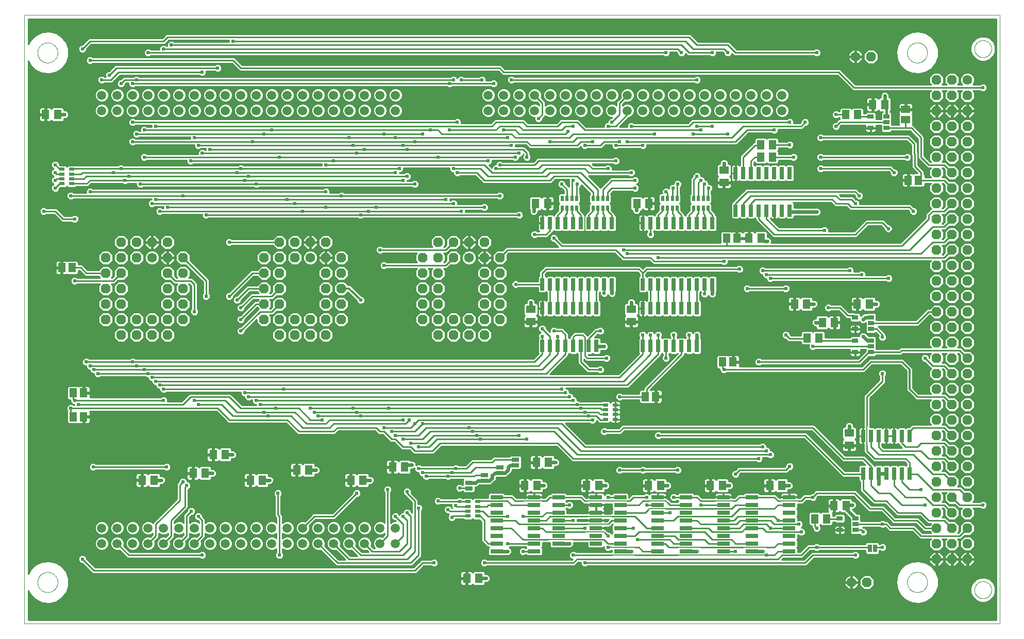
<source format=gtl>
G75*
%MOIN*%
%OFA0B0*%
%FSLAX25Y25*%
%IPPOS*%
%LPD*%
%AMOC8*
5,1,8,0,0,1.08239X$1,22.5*
%
%ADD10C,0.06300*%
%ADD11OC8,0.06300*%
%ADD12R,0.05000X0.02500*%
%ADD13R,0.05118X0.05906*%
%ADD14R,0.05906X0.05118*%
%ADD15R,0.03898X0.02717*%
%ADD16R,0.05118X0.06299*%
%ADD17R,0.02500X0.05000*%
%ADD18R,0.03543X0.01969*%
%ADD19R,0.02600X0.08000*%
%ADD20R,0.06299X0.05118*%
%ADD21R,0.01969X0.03543*%
%ADD22R,0.08000X0.02600*%
%ADD23C,0.05937*%
%ADD24C,0.00000*%
%ADD25C,0.01000*%
%ADD26C,0.00800*%
%ADD27C,0.02400*%
%ADD28C,0.02400*%
%ADD29C,0.03200*%
%ADD30C,0.01600*%
%ADD31C,0.01200*%
D10*
X0130833Y0311100D03*
X0233333Y0311100D03*
X0335833Y0311100D03*
X0585833Y0441100D03*
X0658333Y0426100D03*
X0583333Y0101100D03*
D11*
X0593333Y0101100D03*
X0638333Y0116100D03*
X0638333Y0126100D03*
X0638333Y0136100D03*
X0638333Y0146100D03*
X0638333Y0156100D03*
X0638333Y0166100D03*
X0638333Y0176100D03*
X0638333Y0186100D03*
X0638333Y0196100D03*
X0638333Y0206100D03*
X0638333Y0216100D03*
X0638333Y0226100D03*
X0638333Y0236100D03*
X0638333Y0246100D03*
X0638333Y0256100D03*
X0638333Y0266100D03*
X0638333Y0276100D03*
X0638333Y0286100D03*
X0638333Y0296100D03*
X0638333Y0306100D03*
X0638333Y0316100D03*
X0638333Y0326100D03*
X0638333Y0336100D03*
X0638333Y0346100D03*
X0638333Y0356100D03*
X0638333Y0366100D03*
X0638333Y0376100D03*
X0638333Y0386100D03*
X0638333Y0396100D03*
X0638333Y0406100D03*
X0638333Y0416100D03*
X0638333Y0426100D03*
X0648333Y0426100D03*
X0648333Y0416100D03*
X0658333Y0416100D03*
X0658333Y0406100D03*
X0648333Y0406100D03*
X0648333Y0396100D03*
X0658333Y0396100D03*
X0658333Y0386100D03*
X0648333Y0386100D03*
X0648333Y0376100D03*
X0658333Y0376100D03*
X0658333Y0366100D03*
X0648333Y0366100D03*
X0648333Y0356100D03*
X0658333Y0356100D03*
X0658333Y0346100D03*
X0648333Y0346100D03*
X0648333Y0336100D03*
X0648333Y0326100D03*
X0658333Y0326100D03*
X0658333Y0336100D03*
X0658333Y0316100D03*
X0648333Y0316100D03*
X0648333Y0306100D03*
X0658333Y0306100D03*
X0658333Y0296100D03*
X0648333Y0296100D03*
X0648333Y0286100D03*
X0658333Y0286100D03*
X0658333Y0276100D03*
X0648333Y0276100D03*
X0648333Y0266100D03*
X0658333Y0266100D03*
X0658333Y0256100D03*
X0648333Y0256100D03*
X0648333Y0246100D03*
X0658333Y0246100D03*
X0658333Y0236100D03*
X0648333Y0236100D03*
X0648333Y0226100D03*
X0658333Y0226100D03*
X0658333Y0216100D03*
X0648333Y0216100D03*
X0648333Y0206100D03*
X0658333Y0206100D03*
X0658333Y0196100D03*
X0648333Y0196100D03*
X0648333Y0186100D03*
X0658333Y0186100D03*
X0658333Y0176100D03*
X0648333Y0176100D03*
X0648333Y0166100D03*
X0658333Y0166100D03*
X0658333Y0156100D03*
X0648333Y0156100D03*
X0648333Y0146100D03*
X0648333Y0136100D03*
X0658333Y0136100D03*
X0658333Y0146100D03*
X0658333Y0126100D03*
X0648333Y0126100D03*
X0648333Y0116100D03*
X0658333Y0116100D03*
X0355833Y0271100D03*
X0355833Y0281100D03*
X0345833Y0281100D03*
X0345833Y0271100D03*
X0335833Y0271100D03*
X0325833Y0271100D03*
X0315833Y0271100D03*
X0305833Y0271100D03*
X0305833Y0281100D03*
X0315833Y0281100D03*
X0315833Y0291100D03*
X0305833Y0291100D03*
X0305833Y0301100D03*
X0315833Y0301100D03*
X0315833Y0311100D03*
X0305833Y0311100D03*
X0315833Y0321100D03*
X0325833Y0321100D03*
X0325833Y0311100D03*
X0335833Y0321100D03*
X0345833Y0321100D03*
X0345833Y0311100D03*
X0345833Y0301100D03*
X0345833Y0291100D03*
X0355833Y0291100D03*
X0355833Y0301100D03*
X0355833Y0311100D03*
X0345833Y0261100D03*
X0335833Y0261100D03*
X0325833Y0261100D03*
X0315833Y0261100D03*
X0253333Y0271100D03*
X0243333Y0271100D03*
X0243333Y0281100D03*
X0253333Y0281100D03*
X0253333Y0291100D03*
X0243333Y0291100D03*
X0243333Y0301100D03*
X0253333Y0301100D03*
X0253333Y0311100D03*
X0243333Y0311100D03*
X0243333Y0321100D03*
X0233333Y0321100D03*
X0223333Y0321100D03*
X0213333Y0321100D03*
X0213333Y0311100D03*
X0223333Y0311100D03*
X0213333Y0301100D03*
X0203333Y0301100D03*
X0203333Y0291100D03*
X0203333Y0281100D03*
X0203333Y0271100D03*
X0213333Y0271100D03*
X0213333Y0281100D03*
X0223333Y0271100D03*
X0233333Y0271100D03*
X0233333Y0261100D03*
X0223333Y0261100D03*
X0213333Y0261100D03*
X0243333Y0261100D03*
X0213333Y0291100D03*
X0203333Y0311100D03*
X0150833Y0311100D03*
X0140833Y0311100D03*
X0140833Y0301100D03*
X0140833Y0291100D03*
X0140833Y0281100D03*
X0140833Y0271100D03*
X0130833Y0271100D03*
X0120833Y0271100D03*
X0110833Y0271100D03*
X0100833Y0271100D03*
X0100833Y0281100D03*
X0110833Y0281100D03*
X0110833Y0291100D03*
X0100833Y0291100D03*
X0100833Y0301100D03*
X0110833Y0301100D03*
X0110833Y0311100D03*
X0100833Y0311100D03*
X0110833Y0321100D03*
X0120833Y0321100D03*
X0130833Y0321100D03*
X0140833Y0321100D03*
X0120833Y0311100D03*
X0150833Y0301100D03*
X0150833Y0291100D03*
X0150833Y0281100D03*
X0150833Y0271100D03*
X0140833Y0261100D03*
X0130833Y0261100D03*
X0120833Y0261100D03*
X0110833Y0261100D03*
X0595833Y0441100D03*
D12*
X0365833Y0180372D03*
X0365833Y0176828D03*
X0355833Y0175372D03*
X0355833Y0171828D03*
X0345833Y0170372D03*
X0345833Y0166828D03*
X0335833Y0165372D03*
X0335833Y0161828D03*
D13*
X0449987Y0221100D03*
X0456680Y0221100D03*
X0499987Y0243600D03*
X0506680Y0243600D03*
X0554593Y0259100D03*
X0562073Y0259100D03*
X0509180Y0323600D03*
X0502487Y0323600D03*
X0524593Y0376100D03*
X0532073Y0376100D03*
X0532073Y0384100D03*
X0524593Y0384100D03*
X0579593Y0403600D03*
X0587073Y0403600D03*
X0619987Y0361100D03*
X0626680Y0361100D03*
X0567073Y0142100D03*
X0559593Y0142100D03*
X0086680Y0208100D03*
X0079987Y0208100D03*
X0079987Y0223600D03*
X0086680Y0223600D03*
X0079180Y0304600D03*
X0072487Y0304600D03*
D14*
X0618333Y0400254D03*
X0618333Y0406946D03*
D15*
X0605912Y0402340D03*
X0605912Y0398600D03*
X0605912Y0394860D03*
X0595715Y0394860D03*
X0595715Y0402340D03*
X0595912Y0272340D03*
X0595912Y0268600D03*
X0595912Y0264860D03*
X0595912Y0257340D03*
X0595912Y0253600D03*
X0595912Y0249860D03*
X0585715Y0249860D03*
X0585715Y0257340D03*
X0585715Y0264860D03*
X0585715Y0272340D03*
X0585912Y0142340D03*
X0585912Y0138600D03*
X0585912Y0134860D03*
X0575715Y0134860D03*
X0575715Y0142340D03*
D16*
X0571896Y0150600D03*
X0579770Y0150600D03*
X0538270Y0163600D03*
X0530396Y0163600D03*
X0499770Y0163600D03*
X0491896Y0163600D03*
X0459770Y0163600D03*
X0451896Y0163600D03*
X0419770Y0163600D03*
X0411896Y0163600D03*
X0387270Y0178600D03*
X0379396Y0178600D03*
X0379770Y0163600D03*
X0371896Y0163600D03*
X0342270Y0103600D03*
X0334396Y0103600D03*
X0267270Y0167100D03*
X0259396Y0167100D03*
X0232270Y0173600D03*
X0224396Y0173600D03*
X0202270Y0167100D03*
X0194396Y0167100D03*
X0178270Y0183600D03*
X0170396Y0183600D03*
X0165270Y0171600D03*
X0157396Y0171600D03*
X0132270Y0167100D03*
X0124396Y0167100D03*
X0286396Y0175600D03*
X0294270Y0175600D03*
X0378896Y0346100D03*
X0386770Y0346100D03*
X0444396Y0346100D03*
X0452270Y0346100D03*
X0516896Y0323600D03*
X0524770Y0323600D03*
X0546396Y0281100D03*
X0554270Y0281100D03*
X0564396Y0269100D03*
X0572270Y0269100D03*
X0586896Y0281100D03*
X0594770Y0281100D03*
X0596896Y0410100D03*
X0604770Y0410100D03*
X0069770Y0403600D03*
X0061896Y0403600D03*
D17*
X0595062Y0123100D03*
X0598605Y0123100D03*
D18*
X0430483Y0206376D03*
X0430483Y0209525D03*
X0430483Y0212675D03*
X0430483Y0215824D03*
X0424184Y0215824D03*
X0424184Y0212675D03*
X0424184Y0209525D03*
X0424184Y0206376D03*
X0341483Y0153324D03*
X0341483Y0150175D03*
X0341483Y0147025D03*
X0341483Y0143876D03*
X0335184Y0143876D03*
X0335184Y0147025D03*
X0335184Y0150175D03*
X0335184Y0153324D03*
X0078983Y0358876D03*
X0078983Y0362025D03*
X0078983Y0365175D03*
X0078983Y0368324D03*
X0072684Y0368324D03*
X0072684Y0365175D03*
X0072684Y0362025D03*
X0072684Y0358876D03*
D19*
X0383333Y0333400D03*
X0388333Y0333400D03*
X0393333Y0333400D03*
X0398333Y0333400D03*
X0403333Y0333400D03*
X0408333Y0333400D03*
X0413333Y0333400D03*
X0418333Y0333400D03*
X0423333Y0333400D03*
X0428333Y0333400D03*
X0448333Y0333400D03*
X0453333Y0333400D03*
X0458333Y0333400D03*
X0463333Y0333400D03*
X0468333Y0333400D03*
X0473333Y0333400D03*
X0478333Y0333400D03*
X0483333Y0333400D03*
X0488333Y0333400D03*
X0493333Y0333400D03*
X0508333Y0341500D03*
X0513333Y0341500D03*
X0518333Y0341500D03*
X0523333Y0341500D03*
X0528333Y0341500D03*
X0533333Y0341500D03*
X0538333Y0341500D03*
X0543333Y0341500D03*
X0543333Y0365700D03*
X0538333Y0365700D03*
X0533333Y0365700D03*
X0528333Y0365700D03*
X0523333Y0365700D03*
X0518333Y0365700D03*
X0513333Y0365700D03*
X0508333Y0365700D03*
X0493333Y0293800D03*
X0488333Y0293800D03*
X0483333Y0293800D03*
X0478333Y0293800D03*
X0473333Y0293800D03*
X0468333Y0293800D03*
X0463333Y0293800D03*
X0458333Y0293800D03*
X0453333Y0293800D03*
X0448333Y0293800D03*
X0448333Y0278200D03*
X0453333Y0278200D03*
X0458333Y0278200D03*
X0463333Y0278200D03*
X0468333Y0278200D03*
X0473333Y0278200D03*
X0478333Y0278200D03*
X0483333Y0278200D03*
X0483333Y0254000D03*
X0478333Y0254000D03*
X0473333Y0254000D03*
X0468333Y0254000D03*
X0463333Y0254000D03*
X0458333Y0254000D03*
X0453333Y0254000D03*
X0448333Y0254000D03*
X0418333Y0254000D03*
X0413333Y0254000D03*
X0408333Y0254000D03*
X0403333Y0254000D03*
X0398333Y0254000D03*
X0393333Y0254000D03*
X0388333Y0254000D03*
X0383333Y0254000D03*
X0383333Y0278200D03*
X0388333Y0278200D03*
X0393333Y0278200D03*
X0398333Y0278200D03*
X0403333Y0278200D03*
X0408333Y0278200D03*
X0413333Y0278200D03*
X0418333Y0278200D03*
X0418333Y0293800D03*
X0413333Y0293800D03*
X0408333Y0293800D03*
X0403333Y0293800D03*
X0398333Y0293800D03*
X0393333Y0293800D03*
X0388333Y0293800D03*
X0383333Y0293800D03*
X0423333Y0293800D03*
X0428333Y0293800D03*
X0590833Y0195700D03*
X0595833Y0195700D03*
X0600833Y0195700D03*
X0605833Y0195700D03*
X0610833Y0195700D03*
X0615833Y0195700D03*
X0620833Y0195700D03*
X0620833Y0171500D03*
X0615833Y0171500D03*
X0610833Y0171500D03*
X0605833Y0171500D03*
X0600833Y0171500D03*
X0595833Y0171500D03*
X0590833Y0171500D03*
D20*
X0581833Y0189663D03*
X0581833Y0197537D03*
X0440833Y0269663D03*
X0440833Y0277537D03*
X0375833Y0277537D03*
X0375833Y0269663D03*
X0500833Y0359663D03*
X0500833Y0367537D03*
D21*
X0490558Y0349250D03*
X0487408Y0349250D03*
X0484259Y0349250D03*
X0481109Y0349250D03*
X0481109Y0342950D03*
X0484259Y0342950D03*
X0487408Y0342950D03*
X0490558Y0342950D03*
X0470558Y0342950D03*
X0467408Y0342950D03*
X0464259Y0342950D03*
X0461109Y0342950D03*
X0461109Y0349250D03*
X0464259Y0349250D03*
X0467408Y0349250D03*
X0470558Y0349250D03*
X0425558Y0349250D03*
X0422408Y0349250D03*
X0419259Y0349250D03*
X0416109Y0349250D03*
X0416109Y0342950D03*
X0419259Y0342950D03*
X0422408Y0342950D03*
X0425558Y0342950D03*
X0405558Y0342950D03*
X0402408Y0342950D03*
X0399259Y0342950D03*
X0396109Y0342950D03*
X0396109Y0349250D03*
X0399259Y0349250D03*
X0402408Y0349250D03*
X0405558Y0349250D03*
D22*
X0393733Y0156100D03*
X0393733Y0151100D03*
X0393733Y0146100D03*
X0393733Y0141100D03*
X0393733Y0136100D03*
X0393733Y0131100D03*
X0393733Y0126100D03*
X0377933Y0126100D03*
X0377933Y0121100D03*
X0377933Y0131100D03*
X0377933Y0136100D03*
X0377933Y0141100D03*
X0377933Y0146100D03*
X0377933Y0151100D03*
X0377933Y0156100D03*
X0353733Y0156100D03*
X0353733Y0151100D03*
X0353733Y0146100D03*
X0353733Y0141100D03*
X0353733Y0136100D03*
X0353733Y0131100D03*
X0353733Y0126100D03*
X0353733Y0121100D03*
X0417933Y0126100D03*
X0417933Y0131100D03*
X0417933Y0136100D03*
X0417933Y0141100D03*
X0417933Y0146100D03*
X0417933Y0151100D03*
X0417933Y0156100D03*
X0433733Y0156100D03*
X0433733Y0151100D03*
X0433733Y0146100D03*
X0433733Y0141100D03*
X0433733Y0136100D03*
X0433733Y0131100D03*
X0433733Y0126100D03*
X0433733Y0121100D03*
X0457933Y0121100D03*
X0457933Y0126100D03*
X0457933Y0131100D03*
X0457933Y0136100D03*
X0457933Y0141100D03*
X0457933Y0146100D03*
X0457933Y0151100D03*
X0457933Y0156100D03*
X0476233Y0156100D03*
X0476233Y0151100D03*
X0476233Y0146100D03*
X0476233Y0141100D03*
X0476233Y0136100D03*
X0476233Y0131100D03*
X0476233Y0126100D03*
X0476233Y0121100D03*
X0500433Y0121100D03*
X0500433Y0126100D03*
X0500433Y0131100D03*
X0500433Y0136100D03*
X0500433Y0141100D03*
X0500433Y0146100D03*
X0500433Y0151100D03*
X0500433Y0156100D03*
X0518733Y0156100D03*
X0518733Y0151100D03*
X0518733Y0146100D03*
X0518733Y0141100D03*
X0518733Y0136100D03*
X0518733Y0131100D03*
X0518733Y0126100D03*
X0518733Y0121100D03*
X0542933Y0121100D03*
X0542933Y0126100D03*
X0542933Y0131100D03*
X0542933Y0136100D03*
X0542933Y0141100D03*
X0542933Y0146100D03*
X0542933Y0151100D03*
X0542933Y0156100D03*
D23*
X0288333Y0136100D03*
X0278333Y0136100D03*
X0268333Y0136100D03*
X0258333Y0136100D03*
X0248333Y0136100D03*
X0238333Y0136100D03*
X0228333Y0136100D03*
X0218333Y0136100D03*
X0208333Y0136100D03*
X0198333Y0136100D03*
X0188333Y0136100D03*
X0178333Y0136100D03*
X0168333Y0136100D03*
X0158333Y0136100D03*
X0148333Y0136100D03*
X0138333Y0136100D03*
X0128333Y0136100D03*
X0118333Y0136100D03*
X0108333Y0136100D03*
X0098333Y0136100D03*
X0098333Y0126100D03*
X0108333Y0126100D03*
X0118333Y0126100D03*
X0128333Y0126100D03*
X0138333Y0126100D03*
X0148333Y0126100D03*
X0158333Y0126100D03*
X0168333Y0126100D03*
X0178333Y0126100D03*
X0188333Y0126100D03*
X0198333Y0126100D03*
X0208333Y0126100D03*
X0218333Y0126100D03*
X0228333Y0126100D03*
X0238333Y0126100D03*
X0248333Y0126100D03*
X0258333Y0126100D03*
X0268333Y0126100D03*
X0278333Y0126100D03*
X0288333Y0126100D03*
X0288333Y0406100D03*
X0278333Y0406100D03*
X0268333Y0406100D03*
X0258333Y0406100D03*
X0248333Y0406100D03*
X0238333Y0406100D03*
X0228333Y0406100D03*
X0218333Y0406100D03*
X0208333Y0406100D03*
X0198333Y0406100D03*
X0188333Y0406100D03*
X0178333Y0406100D03*
X0168333Y0406100D03*
X0158333Y0406100D03*
X0148333Y0406100D03*
X0138333Y0406100D03*
X0128333Y0406100D03*
X0118333Y0406100D03*
X0108333Y0406100D03*
X0098333Y0406100D03*
X0098333Y0416100D03*
X0108333Y0416100D03*
X0118333Y0416100D03*
X0128333Y0416100D03*
X0138333Y0416100D03*
X0148333Y0416100D03*
X0158333Y0416100D03*
X0168333Y0416100D03*
X0178333Y0416100D03*
X0188333Y0416100D03*
X0198333Y0416100D03*
X0208333Y0416100D03*
X0218333Y0416100D03*
X0228333Y0416100D03*
X0238333Y0416100D03*
X0248333Y0416100D03*
X0258333Y0416100D03*
X0268333Y0416100D03*
X0278333Y0416100D03*
X0288333Y0416100D03*
X0348333Y0416100D03*
X0358333Y0416100D03*
X0368333Y0416100D03*
X0368333Y0406100D03*
X0358333Y0406100D03*
X0348333Y0406100D03*
X0378333Y0406100D03*
X0388333Y0406100D03*
X0388333Y0416100D03*
X0378333Y0416100D03*
X0398333Y0416100D03*
X0408333Y0416100D03*
X0418333Y0416100D03*
X0418333Y0406100D03*
X0408333Y0406100D03*
X0398333Y0406100D03*
X0428333Y0406100D03*
X0438333Y0406100D03*
X0438333Y0416100D03*
X0428333Y0416100D03*
X0448333Y0416100D03*
X0458333Y0416100D03*
X0468333Y0416100D03*
X0468333Y0406100D03*
X0458333Y0406100D03*
X0448333Y0406100D03*
X0478333Y0406100D03*
X0488333Y0406100D03*
X0488333Y0416100D03*
X0478333Y0416100D03*
X0498333Y0416100D03*
X0508333Y0416100D03*
X0508333Y0406100D03*
X0498333Y0406100D03*
X0518333Y0406100D03*
X0528333Y0406100D03*
X0538333Y0406100D03*
X0538333Y0416100D03*
X0528333Y0416100D03*
X0518333Y0416100D03*
D24*
X0048333Y0468000D02*
X0048333Y0074200D01*
X0679333Y0074200D01*
X0679333Y0468000D01*
X0048333Y0468000D01*
X0056833Y0443600D02*
X0056835Y0443761D01*
X0056841Y0443921D01*
X0056851Y0444082D01*
X0056865Y0444242D01*
X0056883Y0444402D01*
X0056904Y0444561D01*
X0056930Y0444720D01*
X0056960Y0444878D01*
X0056993Y0445035D01*
X0057031Y0445192D01*
X0057072Y0445347D01*
X0057117Y0445501D01*
X0057166Y0445654D01*
X0057219Y0445806D01*
X0057275Y0445957D01*
X0057336Y0446106D01*
X0057399Y0446254D01*
X0057467Y0446400D01*
X0057538Y0446544D01*
X0057612Y0446686D01*
X0057690Y0446827D01*
X0057772Y0446965D01*
X0057857Y0447102D01*
X0057945Y0447236D01*
X0058037Y0447368D01*
X0058132Y0447498D01*
X0058230Y0447626D01*
X0058331Y0447751D01*
X0058435Y0447873D01*
X0058542Y0447993D01*
X0058652Y0448110D01*
X0058765Y0448225D01*
X0058881Y0448336D01*
X0059000Y0448445D01*
X0059121Y0448550D01*
X0059245Y0448653D01*
X0059371Y0448753D01*
X0059499Y0448849D01*
X0059630Y0448942D01*
X0059764Y0449032D01*
X0059899Y0449119D01*
X0060037Y0449202D01*
X0060176Y0449282D01*
X0060318Y0449358D01*
X0060461Y0449431D01*
X0060606Y0449500D01*
X0060753Y0449566D01*
X0060901Y0449628D01*
X0061051Y0449686D01*
X0061202Y0449741D01*
X0061355Y0449792D01*
X0061509Y0449839D01*
X0061664Y0449882D01*
X0061820Y0449921D01*
X0061976Y0449957D01*
X0062134Y0449988D01*
X0062292Y0450016D01*
X0062451Y0450040D01*
X0062611Y0450060D01*
X0062771Y0450076D01*
X0062931Y0450088D01*
X0063092Y0450096D01*
X0063253Y0450100D01*
X0063413Y0450100D01*
X0063574Y0450096D01*
X0063735Y0450088D01*
X0063895Y0450076D01*
X0064055Y0450060D01*
X0064215Y0450040D01*
X0064374Y0450016D01*
X0064532Y0449988D01*
X0064690Y0449957D01*
X0064846Y0449921D01*
X0065002Y0449882D01*
X0065157Y0449839D01*
X0065311Y0449792D01*
X0065464Y0449741D01*
X0065615Y0449686D01*
X0065765Y0449628D01*
X0065913Y0449566D01*
X0066060Y0449500D01*
X0066205Y0449431D01*
X0066348Y0449358D01*
X0066490Y0449282D01*
X0066629Y0449202D01*
X0066767Y0449119D01*
X0066902Y0449032D01*
X0067036Y0448942D01*
X0067167Y0448849D01*
X0067295Y0448753D01*
X0067421Y0448653D01*
X0067545Y0448550D01*
X0067666Y0448445D01*
X0067785Y0448336D01*
X0067901Y0448225D01*
X0068014Y0448110D01*
X0068124Y0447993D01*
X0068231Y0447873D01*
X0068335Y0447751D01*
X0068436Y0447626D01*
X0068534Y0447498D01*
X0068629Y0447368D01*
X0068721Y0447236D01*
X0068809Y0447102D01*
X0068894Y0446965D01*
X0068976Y0446827D01*
X0069054Y0446686D01*
X0069128Y0446544D01*
X0069199Y0446400D01*
X0069267Y0446254D01*
X0069330Y0446106D01*
X0069391Y0445957D01*
X0069447Y0445806D01*
X0069500Y0445654D01*
X0069549Y0445501D01*
X0069594Y0445347D01*
X0069635Y0445192D01*
X0069673Y0445035D01*
X0069706Y0444878D01*
X0069736Y0444720D01*
X0069762Y0444561D01*
X0069783Y0444402D01*
X0069801Y0444242D01*
X0069815Y0444082D01*
X0069825Y0443921D01*
X0069831Y0443761D01*
X0069833Y0443600D01*
X0069831Y0443439D01*
X0069825Y0443279D01*
X0069815Y0443118D01*
X0069801Y0442958D01*
X0069783Y0442798D01*
X0069762Y0442639D01*
X0069736Y0442480D01*
X0069706Y0442322D01*
X0069673Y0442165D01*
X0069635Y0442008D01*
X0069594Y0441853D01*
X0069549Y0441699D01*
X0069500Y0441546D01*
X0069447Y0441394D01*
X0069391Y0441243D01*
X0069330Y0441094D01*
X0069267Y0440946D01*
X0069199Y0440800D01*
X0069128Y0440656D01*
X0069054Y0440514D01*
X0068976Y0440373D01*
X0068894Y0440235D01*
X0068809Y0440098D01*
X0068721Y0439964D01*
X0068629Y0439832D01*
X0068534Y0439702D01*
X0068436Y0439574D01*
X0068335Y0439449D01*
X0068231Y0439327D01*
X0068124Y0439207D01*
X0068014Y0439090D01*
X0067901Y0438975D01*
X0067785Y0438864D01*
X0067666Y0438755D01*
X0067545Y0438650D01*
X0067421Y0438547D01*
X0067295Y0438447D01*
X0067167Y0438351D01*
X0067036Y0438258D01*
X0066902Y0438168D01*
X0066767Y0438081D01*
X0066629Y0437998D01*
X0066490Y0437918D01*
X0066348Y0437842D01*
X0066205Y0437769D01*
X0066060Y0437700D01*
X0065913Y0437634D01*
X0065765Y0437572D01*
X0065615Y0437514D01*
X0065464Y0437459D01*
X0065311Y0437408D01*
X0065157Y0437361D01*
X0065002Y0437318D01*
X0064846Y0437279D01*
X0064690Y0437243D01*
X0064532Y0437212D01*
X0064374Y0437184D01*
X0064215Y0437160D01*
X0064055Y0437140D01*
X0063895Y0437124D01*
X0063735Y0437112D01*
X0063574Y0437104D01*
X0063413Y0437100D01*
X0063253Y0437100D01*
X0063092Y0437104D01*
X0062931Y0437112D01*
X0062771Y0437124D01*
X0062611Y0437140D01*
X0062451Y0437160D01*
X0062292Y0437184D01*
X0062134Y0437212D01*
X0061976Y0437243D01*
X0061820Y0437279D01*
X0061664Y0437318D01*
X0061509Y0437361D01*
X0061355Y0437408D01*
X0061202Y0437459D01*
X0061051Y0437514D01*
X0060901Y0437572D01*
X0060753Y0437634D01*
X0060606Y0437700D01*
X0060461Y0437769D01*
X0060318Y0437842D01*
X0060176Y0437918D01*
X0060037Y0437998D01*
X0059899Y0438081D01*
X0059764Y0438168D01*
X0059630Y0438258D01*
X0059499Y0438351D01*
X0059371Y0438447D01*
X0059245Y0438547D01*
X0059121Y0438650D01*
X0059000Y0438755D01*
X0058881Y0438864D01*
X0058765Y0438975D01*
X0058652Y0439090D01*
X0058542Y0439207D01*
X0058435Y0439327D01*
X0058331Y0439449D01*
X0058230Y0439574D01*
X0058132Y0439702D01*
X0058037Y0439832D01*
X0057945Y0439964D01*
X0057857Y0440098D01*
X0057772Y0440235D01*
X0057690Y0440373D01*
X0057612Y0440514D01*
X0057538Y0440656D01*
X0057467Y0440800D01*
X0057399Y0440946D01*
X0057336Y0441094D01*
X0057275Y0441243D01*
X0057219Y0441394D01*
X0057166Y0441546D01*
X0057117Y0441699D01*
X0057072Y0441853D01*
X0057031Y0442008D01*
X0056993Y0442165D01*
X0056960Y0442322D01*
X0056930Y0442480D01*
X0056904Y0442639D01*
X0056883Y0442798D01*
X0056865Y0442958D01*
X0056851Y0443118D01*
X0056841Y0443279D01*
X0056835Y0443439D01*
X0056833Y0443600D01*
X0056833Y0101100D02*
X0056835Y0101261D01*
X0056841Y0101421D01*
X0056851Y0101582D01*
X0056865Y0101742D01*
X0056883Y0101902D01*
X0056904Y0102061D01*
X0056930Y0102220D01*
X0056960Y0102378D01*
X0056993Y0102535D01*
X0057031Y0102692D01*
X0057072Y0102847D01*
X0057117Y0103001D01*
X0057166Y0103154D01*
X0057219Y0103306D01*
X0057275Y0103457D01*
X0057336Y0103606D01*
X0057399Y0103754D01*
X0057467Y0103900D01*
X0057538Y0104044D01*
X0057612Y0104186D01*
X0057690Y0104327D01*
X0057772Y0104465D01*
X0057857Y0104602D01*
X0057945Y0104736D01*
X0058037Y0104868D01*
X0058132Y0104998D01*
X0058230Y0105126D01*
X0058331Y0105251D01*
X0058435Y0105373D01*
X0058542Y0105493D01*
X0058652Y0105610D01*
X0058765Y0105725D01*
X0058881Y0105836D01*
X0059000Y0105945D01*
X0059121Y0106050D01*
X0059245Y0106153D01*
X0059371Y0106253D01*
X0059499Y0106349D01*
X0059630Y0106442D01*
X0059764Y0106532D01*
X0059899Y0106619D01*
X0060037Y0106702D01*
X0060176Y0106782D01*
X0060318Y0106858D01*
X0060461Y0106931D01*
X0060606Y0107000D01*
X0060753Y0107066D01*
X0060901Y0107128D01*
X0061051Y0107186D01*
X0061202Y0107241D01*
X0061355Y0107292D01*
X0061509Y0107339D01*
X0061664Y0107382D01*
X0061820Y0107421D01*
X0061976Y0107457D01*
X0062134Y0107488D01*
X0062292Y0107516D01*
X0062451Y0107540D01*
X0062611Y0107560D01*
X0062771Y0107576D01*
X0062931Y0107588D01*
X0063092Y0107596D01*
X0063253Y0107600D01*
X0063413Y0107600D01*
X0063574Y0107596D01*
X0063735Y0107588D01*
X0063895Y0107576D01*
X0064055Y0107560D01*
X0064215Y0107540D01*
X0064374Y0107516D01*
X0064532Y0107488D01*
X0064690Y0107457D01*
X0064846Y0107421D01*
X0065002Y0107382D01*
X0065157Y0107339D01*
X0065311Y0107292D01*
X0065464Y0107241D01*
X0065615Y0107186D01*
X0065765Y0107128D01*
X0065913Y0107066D01*
X0066060Y0107000D01*
X0066205Y0106931D01*
X0066348Y0106858D01*
X0066490Y0106782D01*
X0066629Y0106702D01*
X0066767Y0106619D01*
X0066902Y0106532D01*
X0067036Y0106442D01*
X0067167Y0106349D01*
X0067295Y0106253D01*
X0067421Y0106153D01*
X0067545Y0106050D01*
X0067666Y0105945D01*
X0067785Y0105836D01*
X0067901Y0105725D01*
X0068014Y0105610D01*
X0068124Y0105493D01*
X0068231Y0105373D01*
X0068335Y0105251D01*
X0068436Y0105126D01*
X0068534Y0104998D01*
X0068629Y0104868D01*
X0068721Y0104736D01*
X0068809Y0104602D01*
X0068894Y0104465D01*
X0068976Y0104327D01*
X0069054Y0104186D01*
X0069128Y0104044D01*
X0069199Y0103900D01*
X0069267Y0103754D01*
X0069330Y0103606D01*
X0069391Y0103457D01*
X0069447Y0103306D01*
X0069500Y0103154D01*
X0069549Y0103001D01*
X0069594Y0102847D01*
X0069635Y0102692D01*
X0069673Y0102535D01*
X0069706Y0102378D01*
X0069736Y0102220D01*
X0069762Y0102061D01*
X0069783Y0101902D01*
X0069801Y0101742D01*
X0069815Y0101582D01*
X0069825Y0101421D01*
X0069831Y0101261D01*
X0069833Y0101100D01*
X0069831Y0100939D01*
X0069825Y0100779D01*
X0069815Y0100618D01*
X0069801Y0100458D01*
X0069783Y0100298D01*
X0069762Y0100139D01*
X0069736Y0099980D01*
X0069706Y0099822D01*
X0069673Y0099665D01*
X0069635Y0099508D01*
X0069594Y0099353D01*
X0069549Y0099199D01*
X0069500Y0099046D01*
X0069447Y0098894D01*
X0069391Y0098743D01*
X0069330Y0098594D01*
X0069267Y0098446D01*
X0069199Y0098300D01*
X0069128Y0098156D01*
X0069054Y0098014D01*
X0068976Y0097873D01*
X0068894Y0097735D01*
X0068809Y0097598D01*
X0068721Y0097464D01*
X0068629Y0097332D01*
X0068534Y0097202D01*
X0068436Y0097074D01*
X0068335Y0096949D01*
X0068231Y0096827D01*
X0068124Y0096707D01*
X0068014Y0096590D01*
X0067901Y0096475D01*
X0067785Y0096364D01*
X0067666Y0096255D01*
X0067545Y0096150D01*
X0067421Y0096047D01*
X0067295Y0095947D01*
X0067167Y0095851D01*
X0067036Y0095758D01*
X0066902Y0095668D01*
X0066767Y0095581D01*
X0066629Y0095498D01*
X0066490Y0095418D01*
X0066348Y0095342D01*
X0066205Y0095269D01*
X0066060Y0095200D01*
X0065913Y0095134D01*
X0065765Y0095072D01*
X0065615Y0095014D01*
X0065464Y0094959D01*
X0065311Y0094908D01*
X0065157Y0094861D01*
X0065002Y0094818D01*
X0064846Y0094779D01*
X0064690Y0094743D01*
X0064532Y0094712D01*
X0064374Y0094684D01*
X0064215Y0094660D01*
X0064055Y0094640D01*
X0063895Y0094624D01*
X0063735Y0094612D01*
X0063574Y0094604D01*
X0063413Y0094600D01*
X0063253Y0094600D01*
X0063092Y0094604D01*
X0062931Y0094612D01*
X0062771Y0094624D01*
X0062611Y0094640D01*
X0062451Y0094660D01*
X0062292Y0094684D01*
X0062134Y0094712D01*
X0061976Y0094743D01*
X0061820Y0094779D01*
X0061664Y0094818D01*
X0061509Y0094861D01*
X0061355Y0094908D01*
X0061202Y0094959D01*
X0061051Y0095014D01*
X0060901Y0095072D01*
X0060753Y0095134D01*
X0060606Y0095200D01*
X0060461Y0095269D01*
X0060318Y0095342D01*
X0060176Y0095418D01*
X0060037Y0095498D01*
X0059899Y0095581D01*
X0059764Y0095668D01*
X0059630Y0095758D01*
X0059499Y0095851D01*
X0059371Y0095947D01*
X0059245Y0096047D01*
X0059121Y0096150D01*
X0059000Y0096255D01*
X0058881Y0096364D01*
X0058765Y0096475D01*
X0058652Y0096590D01*
X0058542Y0096707D01*
X0058435Y0096827D01*
X0058331Y0096949D01*
X0058230Y0097074D01*
X0058132Y0097202D01*
X0058037Y0097332D01*
X0057945Y0097464D01*
X0057857Y0097598D01*
X0057772Y0097735D01*
X0057690Y0097873D01*
X0057612Y0098014D01*
X0057538Y0098156D01*
X0057467Y0098300D01*
X0057399Y0098446D01*
X0057336Y0098594D01*
X0057275Y0098743D01*
X0057219Y0098894D01*
X0057166Y0099046D01*
X0057117Y0099199D01*
X0057072Y0099353D01*
X0057031Y0099508D01*
X0056993Y0099665D01*
X0056960Y0099822D01*
X0056930Y0099980D01*
X0056904Y0100139D01*
X0056883Y0100298D01*
X0056865Y0100458D01*
X0056851Y0100618D01*
X0056841Y0100779D01*
X0056835Y0100939D01*
X0056833Y0101100D01*
X0619333Y0101100D02*
X0619335Y0101261D01*
X0619341Y0101421D01*
X0619351Y0101582D01*
X0619365Y0101742D01*
X0619383Y0101902D01*
X0619404Y0102061D01*
X0619430Y0102220D01*
X0619460Y0102378D01*
X0619493Y0102535D01*
X0619531Y0102692D01*
X0619572Y0102847D01*
X0619617Y0103001D01*
X0619666Y0103154D01*
X0619719Y0103306D01*
X0619775Y0103457D01*
X0619836Y0103606D01*
X0619899Y0103754D01*
X0619967Y0103900D01*
X0620038Y0104044D01*
X0620112Y0104186D01*
X0620190Y0104327D01*
X0620272Y0104465D01*
X0620357Y0104602D01*
X0620445Y0104736D01*
X0620537Y0104868D01*
X0620632Y0104998D01*
X0620730Y0105126D01*
X0620831Y0105251D01*
X0620935Y0105373D01*
X0621042Y0105493D01*
X0621152Y0105610D01*
X0621265Y0105725D01*
X0621381Y0105836D01*
X0621500Y0105945D01*
X0621621Y0106050D01*
X0621745Y0106153D01*
X0621871Y0106253D01*
X0621999Y0106349D01*
X0622130Y0106442D01*
X0622264Y0106532D01*
X0622399Y0106619D01*
X0622537Y0106702D01*
X0622676Y0106782D01*
X0622818Y0106858D01*
X0622961Y0106931D01*
X0623106Y0107000D01*
X0623253Y0107066D01*
X0623401Y0107128D01*
X0623551Y0107186D01*
X0623702Y0107241D01*
X0623855Y0107292D01*
X0624009Y0107339D01*
X0624164Y0107382D01*
X0624320Y0107421D01*
X0624476Y0107457D01*
X0624634Y0107488D01*
X0624792Y0107516D01*
X0624951Y0107540D01*
X0625111Y0107560D01*
X0625271Y0107576D01*
X0625431Y0107588D01*
X0625592Y0107596D01*
X0625753Y0107600D01*
X0625913Y0107600D01*
X0626074Y0107596D01*
X0626235Y0107588D01*
X0626395Y0107576D01*
X0626555Y0107560D01*
X0626715Y0107540D01*
X0626874Y0107516D01*
X0627032Y0107488D01*
X0627190Y0107457D01*
X0627346Y0107421D01*
X0627502Y0107382D01*
X0627657Y0107339D01*
X0627811Y0107292D01*
X0627964Y0107241D01*
X0628115Y0107186D01*
X0628265Y0107128D01*
X0628413Y0107066D01*
X0628560Y0107000D01*
X0628705Y0106931D01*
X0628848Y0106858D01*
X0628990Y0106782D01*
X0629129Y0106702D01*
X0629267Y0106619D01*
X0629402Y0106532D01*
X0629536Y0106442D01*
X0629667Y0106349D01*
X0629795Y0106253D01*
X0629921Y0106153D01*
X0630045Y0106050D01*
X0630166Y0105945D01*
X0630285Y0105836D01*
X0630401Y0105725D01*
X0630514Y0105610D01*
X0630624Y0105493D01*
X0630731Y0105373D01*
X0630835Y0105251D01*
X0630936Y0105126D01*
X0631034Y0104998D01*
X0631129Y0104868D01*
X0631221Y0104736D01*
X0631309Y0104602D01*
X0631394Y0104465D01*
X0631476Y0104327D01*
X0631554Y0104186D01*
X0631628Y0104044D01*
X0631699Y0103900D01*
X0631767Y0103754D01*
X0631830Y0103606D01*
X0631891Y0103457D01*
X0631947Y0103306D01*
X0632000Y0103154D01*
X0632049Y0103001D01*
X0632094Y0102847D01*
X0632135Y0102692D01*
X0632173Y0102535D01*
X0632206Y0102378D01*
X0632236Y0102220D01*
X0632262Y0102061D01*
X0632283Y0101902D01*
X0632301Y0101742D01*
X0632315Y0101582D01*
X0632325Y0101421D01*
X0632331Y0101261D01*
X0632333Y0101100D01*
X0632331Y0100939D01*
X0632325Y0100779D01*
X0632315Y0100618D01*
X0632301Y0100458D01*
X0632283Y0100298D01*
X0632262Y0100139D01*
X0632236Y0099980D01*
X0632206Y0099822D01*
X0632173Y0099665D01*
X0632135Y0099508D01*
X0632094Y0099353D01*
X0632049Y0099199D01*
X0632000Y0099046D01*
X0631947Y0098894D01*
X0631891Y0098743D01*
X0631830Y0098594D01*
X0631767Y0098446D01*
X0631699Y0098300D01*
X0631628Y0098156D01*
X0631554Y0098014D01*
X0631476Y0097873D01*
X0631394Y0097735D01*
X0631309Y0097598D01*
X0631221Y0097464D01*
X0631129Y0097332D01*
X0631034Y0097202D01*
X0630936Y0097074D01*
X0630835Y0096949D01*
X0630731Y0096827D01*
X0630624Y0096707D01*
X0630514Y0096590D01*
X0630401Y0096475D01*
X0630285Y0096364D01*
X0630166Y0096255D01*
X0630045Y0096150D01*
X0629921Y0096047D01*
X0629795Y0095947D01*
X0629667Y0095851D01*
X0629536Y0095758D01*
X0629402Y0095668D01*
X0629267Y0095581D01*
X0629129Y0095498D01*
X0628990Y0095418D01*
X0628848Y0095342D01*
X0628705Y0095269D01*
X0628560Y0095200D01*
X0628413Y0095134D01*
X0628265Y0095072D01*
X0628115Y0095014D01*
X0627964Y0094959D01*
X0627811Y0094908D01*
X0627657Y0094861D01*
X0627502Y0094818D01*
X0627346Y0094779D01*
X0627190Y0094743D01*
X0627032Y0094712D01*
X0626874Y0094684D01*
X0626715Y0094660D01*
X0626555Y0094640D01*
X0626395Y0094624D01*
X0626235Y0094612D01*
X0626074Y0094604D01*
X0625913Y0094600D01*
X0625753Y0094600D01*
X0625592Y0094604D01*
X0625431Y0094612D01*
X0625271Y0094624D01*
X0625111Y0094640D01*
X0624951Y0094660D01*
X0624792Y0094684D01*
X0624634Y0094712D01*
X0624476Y0094743D01*
X0624320Y0094779D01*
X0624164Y0094818D01*
X0624009Y0094861D01*
X0623855Y0094908D01*
X0623702Y0094959D01*
X0623551Y0095014D01*
X0623401Y0095072D01*
X0623253Y0095134D01*
X0623106Y0095200D01*
X0622961Y0095269D01*
X0622818Y0095342D01*
X0622676Y0095418D01*
X0622537Y0095498D01*
X0622399Y0095581D01*
X0622264Y0095668D01*
X0622130Y0095758D01*
X0621999Y0095851D01*
X0621871Y0095947D01*
X0621745Y0096047D01*
X0621621Y0096150D01*
X0621500Y0096255D01*
X0621381Y0096364D01*
X0621265Y0096475D01*
X0621152Y0096590D01*
X0621042Y0096707D01*
X0620935Y0096827D01*
X0620831Y0096949D01*
X0620730Y0097074D01*
X0620632Y0097202D01*
X0620537Y0097332D01*
X0620445Y0097464D01*
X0620357Y0097598D01*
X0620272Y0097735D01*
X0620190Y0097873D01*
X0620112Y0098014D01*
X0620038Y0098156D01*
X0619967Y0098300D01*
X0619899Y0098446D01*
X0619836Y0098594D01*
X0619775Y0098743D01*
X0619719Y0098894D01*
X0619666Y0099046D01*
X0619617Y0099199D01*
X0619572Y0099353D01*
X0619531Y0099508D01*
X0619493Y0099665D01*
X0619460Y0099822D01*
X0619430Y0099980D01*
X0619404Y0100139D01*
X0619383Y0100298D01*
X0619365Y0100458D01*
X0619351Y0100618D01*
X0619341Y0100779D01*
X0619335Y0100939D01*
X0619333Y0101100D01*
X0662833Y0096100D02*
X0662835Y0096248D01*
X0662841Y0096396D01*
X0662851Y0096544D01*
X0662865Y0096692D01*
X0662883Y0096839D01*
X0662905Y0096986D01*
X0662931Y0097132D01*
X0662960Y0097277D01*
X0662994Y0097422D01*
X0663032Y0097565D01*
X0663073Y0097708D01*
X0663118Y0097849D01*
X0663168Y0097989D01*
X0663220Y0098127D01*
X0663277Y0098265D01*
X0663337Y0098400D01*
X0663401Y0098534D01*
X0663468Y0098666D01*
X0663539Y0098796D01*
X0663614Y0098925D01*
X0663692Y0099051D01*
X0663773Y0099175D01*
X0663857Y0099297D01*
X0663945Y0099416D01*
X0664036Y0099533D01*
X0664130Y0099648D01*
X0664228Y0099760D01*
X0664328Y0099869D01*
X0664431Y0099976D01*
X0664537Y0100080D01*
X0664645Y0100181D01*
X0664757Y0100279D01*
X0664871Y0100374D01*
X0664987Y0100465D01*
X0665106Y0100554D01*
X0665227Y0100639D01*
X0665351Y0100721D01*
X0665477Y0100800D01*
X0665604Y0100875D01*
X0665734Y0100947D01*
X0665866Y0101016D01*
X0665999Y0101080D01*
X0666134Y0101141D01*
X0666271Y0101199D01*
X0666409Y0101253D01*
X0666549Y0101303D01*
X0666690Y0101349D01*
X0666832Y0101391D01*
X0666975Y0101430D01*
X0667119Y0101464D01*
X0667265Y0101495D01*
X0667410Y0101522D01*
X0667557Y0101545D01*
X0667704Y0101564D01*
X0667852Y0101579D01*
X0667999Y0101590D01*
X0668148Y0101597D01*
X0668296Y0101600D01*
X0668444Y0101599D01*
X0668592Y0101594D01*
X0668740Y0101585D01*
X0668888Y0101572D01*
X0669036Y0101555D01*
X0669182Y0101534D01*
X0669329Y0101509D01*
X0669474Y0101480D01*
X0669619Y0101448D01*
X0669762Y0101411D01*
X0669905Y0101371D01*
X0670047Y0101326D01*
X0670187Y0101278D01*
X0670326Y0101226D01*
X0670463Y0101171D01*
X0670599Y0101111D01*
X0670734Y0101048D01*
X0670866Y0100982D01*
X0670997Y0100912D01*
X0671126Y0100838D01*
X0671252Y0100761D01*
X0671377Y0100681D01*
X0671499Y0100597D01*
X0671620Y0100510D01*
X0671737Y0100420D01*
X0671853Y0100326D01*
X0671965Y0100230D01*
X0672075Y0100131D01*
X0672183Y0100028D01*
X0672287Y0099923D01*
X0672389Y0099815D01*
X0672487Y0099704D01*
X0672583Y0099591D01*
X0672676Y0099475D01*
X0672765Y0099357D01*
X0672851Y0099236D01*
X0672934Y0099113D01*
X0673014Y0098988D01*
X0673090Y0098861D01*
X0673163Y0098731D01*
X0673232Y0098600D01*
X0673297Y0098467D01*
X0673360Y0098333D01*
X0673418Y0098196D01*
X0673473Y0098058D01*
X0673523Y0097919D01*
X0673571Y0097778D01*
X0673614Y0097637D01*
X0673654Y0097494D01*
X0673689Y0097350D01*
X0673721Y0097205D01*
X0673749Y0097059D01*
X0673773Y0096913D01*
X0673793Y0096766D01*
X0673809Y0096618D01*
X0673821Y0096471D01*
X0673829Y0096322D01*
X0673833Y0096174D01*
X0673833Y0096026D01*
X0673829Y0095878D01*
X0673821Y0095729D01*
X0673809Y0095582D01*
X0673793Y0095434D01*
X0673773Y0095287D01*
X0673749Y0095141D01*
X0673721Y0094995D01*
X0673689Y0094850D01*
X0673654Y0094706D01*
X0673614Y0094563D01*
X0673571Y0094422D01*
X0673523Y0094281D01*
X0673473Y0094142D01*
X0673418Y0094004D01*
X0673360Y0093867D01*
X0673297Y0093733D01*
X0673232Y0093600D01*
X0673163Y0093469D01*
X0673090Y0093339D01*
X0673014Y0093212D01*
X0672934Y0093087D01*
X0672851Y0092964D01*
X0672765Y0092843D01*
X0672676Y0092725D01*
X0672583Y0092609D01*
X0672487Y0092496D01*
X0672389Y0092385D01*
X0672287Y0092277D01*
X0672183Y0092172D01*
X0672075Y0092069D01*
X0671965Y0091970D01*
X0671853Y0091874D01*
X0671737Y0091780D01*
X0671620Y0091690D01*
X0671499Y0091603D01*
X0671377Y0091519D01*
X0671252Y0091439D01*
X0671126Y0091362D01*
X0670997Y0091288D01*
X0670866Y0091218D01*
X0670734Y0091152D01*
X0670599Y0091089D01*
X0670463Y0091029D01*
X0670326Y0090974D01*
X0670187Y0090922D01*
X0670047Y0090874D01*
X0669905Y0090829D01*
X0669762Y0090789D01*
X0669619Y0090752D01*
X0669474Y0090720D01*
X0669329Y0090691D01*
X0669182Y0090666D01*
X0669036Y0090645D01*
X0668888Y0090628D01*
X0668740Y0090615D01*
X0668592Y0090606D01*
X0668444Y0090601D01*
X0668296Y0090600D01*
X0668148Y0090603D01*
X0667999Y0090610D01*
X0667852Y0090621D01*
X0667704Y0090636D01*
X0667557Y0090655D01*
X0667410Y0090678D01*
X0667265Y0090705D01*
X0667119Y0090736D01*
X0666975Y0090770D01*
X0666832Y0090809D01*
X0666690Y0090851D01*
X0666549Y0090897D01*
X0666409Y0090947D01*
X0666271Y0091001D01*
X0666134Y0091059D01*
X0665999Y0091120D01*
X0665866Y0091184D01*
X0665734Y0091253D01*
X0665604Y0091325D01*
X0665477Y0091400D01*
X0665351Y0091479D01*
X0665227Y0091561D01*
X0665106Y0091646D01*
X0664987Y0091735D01*
X0664871Y0091826D01*
X0664757Y0091921D01*
X0664645Y0092019D01*
X0664537Y0092120D01*
X0664431Y0092224D01*
X0664328Y0092331D01*
X0664228Y0092440D01*
X0664130Y0092552D01*
X0664036Y0092667D01*
X0663945Y0092784D01*
X0663857Y0092903D01*
X0663773Y0093025D01*
X0663692Y0093149D01*
X0663614Y0093275D01*
X0663539Y0093404D01*
X0663468Y0093534D01*
X0663401Y0093666D01*
X0663337Y0093800D01*
X0663277Y0093935D01*
X0663220Y0094073D01*
X0663168Y0094211D01*
X0663118Y0094351D01*
X0663073Y0094492D01*
X0663032Y0094635D01*
X0662994Y0094778D01*
X0662960Y0094923D01*
X0662931Y0095068D01*
X0662905Y0095214D01*
X0662883Y0095361D01*
X0662865Y0095508D01*
X0662851Y0095656D01*
X0662841Y0095804D01*
X0662835Y0095952D01*
X0662833Y0096100D01*
X0619333Y0443600D02*
X0619335Y0443761D01*
X0619341Y0443921D01*
X0619351Y0444082D01*
X0619365Y0444242D01*
X0619383Y0444402D01*
X0619404Y0444561D01*
X0619430Y0444720D01*
X0619460Y0444878D01*
X0619493Y0445035D01*
X0619531Y0445192D01*
X0619572Y0445347D01*
X0619617Y0445501D01*
X0619666Y0445654D01*
X0619719Y0445806D01*
X0619775Y0445957D01*
X0619836Y0446106D01*
X0619899Y0446254D01*
X0619967Y0446400D01*
X0620038Y0446544D01*
X0620112Y0446686D01*
X0620190Y0446827D01*
X0620272Y0446965D01*
X0620357Y0447102D01*
X0620445Y0447236D01*
X0620537Y0447368D01*
X0620632Y0447498D01*
X0620730Y0447626D01*
X0620831Y0447751D01*
X0620935Y0447873D01*
X0621042Y0447993D01*
X0621152Y0448110D01*
X0621265Y0448225D01*
X0621381Y0448336D01*
X0621500Y0448445D01*
X0621621Y0448550D01*
X0621745Y0448653D01*
X0621871Y0448753D01*
X0621999Y0448849D01*
X0622130Y0448942D01*
X0622264Y0449032D01*
X0622399Y0449119D01*
X0622537Y0449202D01*
X0622676Y0449282D01*
X0622818Y0449358D01*
X0622961Y0449431D01*
X0623106Y0449500D01*
X0623253Y0449566D01*
X0623401Y0449628D01*
X0623551Y0449686D01*
X0623702Y0449741D01*
X0623855Y0449792D01*
X0624009Y0449839D01*
X0624164Y0449882D01*
X0624320Y0449921D01*
X0624476Y0449957D01*
X0624634Y0449988D01*
X0624792Y0450016D01*
X0624951Y0450040D01*
X0625111Y0450060D01*
X0625271Y0450076D01*
X0625431Y0450088D01*
X0625592Y0450096D01*
X0625753Y0450100D01*
X0625913Y0450100D01*
X0626074Y0450096D01*
X0626235Y0450088D01*
X0626395Y0450076D01*
X0626555Y0450060D01*
X0626715Y0450040D01*
X0626874Y0450016D01*
X0627032Y0449988D01*
X0627190Y0449957D01*
X0627346Y0449921D01*
X0627502Y0449882D01*
X0627657Y0449839D01*
X0627811Y0449792D01*
X0627964Y0449741D01*
X0628115Y0449686D01*
X0628265Y0449628D01*
X0628413Y0449566D01*
X0628560Y0449500D01*
X0628705Y0449431D01*
X0628848Y0449358D01*
X0628990Y0449282D01*
X0629129Y0449202D01*
X0629267Y0449119D01*
X0629402Y0449032D01*
X0629536Y0448942D01*
X0629667Y0448849D01*
X0629795Y0448753D01*
X0629921Y0448653D01*
X0630045Y0448550D01*
X0630166Y0448445D01*
X0630285Y0448336D01*
X0630401Y0448225D01*
X0630514Y0448110D01*
X0630624Y0447993D01*
X0630731Y0447873D01*
X0630835Y0447751D01*
X0630936Y0447626D01*
X0631034Y0447498D01*
X0631129Y0447368D01*
X0631221Y0447236D01*
X0631309Y0447102D01*
X0631394Y0446965D01*
X0631476Y0446827D01*
X0631554Y0446686D01*
X0631628Y0446544D01*
X0631699Y0446400D01*
X0631767Y0446254D01*
X0631830Y0446106D01*
X0631891Y0445957D01*
X0631947Y0445806D01*
X0632000Y0445654D01*
X0632049Y0445501D01*
X0632094Y0445347D01*
X0632135Y0445192D01*
X0632173Y0445035D01*
X0632206Y0444878D01*
X0632236Y0444720D01*
X0632262Y0444561D01*
X0632283Y0444402D01*
X0632301Y0444242D01*
X0632315Y0444082D01*
X0632325Y0443921D01*
X0632331Y0443761D01*
X0632333Y0443600D01*
X0632331Y0443439D01*
X0632325Y0443279D01*
X0632315Y0443118D01*
X0632301Y0442958D01*
X0632283Y0442798D01*
X0632262Y0442639D01*
X0632236Y0442480D01*
X0632206Y0442322D01*
X0632173Y0442165D01*
X0632135Y0442008D01*
X0632094Y0441853D01*
X0632049Y0441699D01*
X0632000Y0441546D01*
X0631947Y0441394D01*
X0631891Y0441243D01*
X0631830Y0441094D01*
X0631767Y0440946D01*
X0631699Y0440800D01*
X0631628Y0440656D01*
X0631554Y0440514D01*
X0631476Y0440373D01*
X0631394Y0440235D01*
X0631309Y0440098D01*
X0631221Y0439964D01*
X0631129Y0439832D01*
X0631034Y0439702D01*
X0630936Y0439574D01*
X0630835Y0439449D01*
X0630731Y0439327D01*
X0630624Y0439207D01*
X0630514Y0439090D01*
X0630401Y0438975D01*
X0630285Y0438864D01*
X0630166Y0438755D01*
X0630045Y0438650D01*
X0629921Y0438547D01*
X0629795Y0438447D01*
X0629667Y0438351D01*
X0629536Y0438258D01*
X0629402Y0438168D01*
X0629267Y0438081D01*
X0629129Y0437998D01*
X0628990Y0437918D01*
X0628848Y0437842D01*
X0628705Y0437769D01*
X0628560Y0437700D01*
X0628413Y0437634D01*
X0628265Y0437572D01*
X0628115Y0437514D01*
X0627964Y0437459D01*
X0627811Y0437408D01*
X0627657Y0437361D01*
X0627502Y0437318D01*
X0627346Y0437279D01*
X0627190Y0437243D01*
X0627032Y0437212D01*
X0626874Y0437184D01*
X0626715Y0437160D01*
X0626555Y0437140D01*
X0626395Y0437124D01*
X0626235Y0437112D01*
X0626074Y0437104D01*
X0625913Y0437100D01*
X0625753Y0437100D01*
X0625592Y0437104D01*
X0625431Y0437112D01*
X0625271Y0437124D01*
X0625111Y0437140D01*
X0624951Y0437160D01*
X0624792Y0437184D01*
X0624634Y0437212D01*
X0624476Y0437243D01*
X0624320Y0437279D01*
X0624164Y0437318D01*
X0624009Y0437361D01*
X0623855Y0437408D01*
X0623702Y0437459D01*
X0623551Y0437514D01*
X0623401Y0437572D01*
X0623253Y0437634D01*
X0623106Y0437700D01*
X0622961Y0437769D01*
X0622818Y0437842D01*
X0622676Y0437918D01*
X0622537Y0437998D01*
X0622399Y0438081D01*
X0622264Y0438168D01*
X0622130Y0438258D01*
X0621999Y0438351D01*
X0621871Y0438447D01*
X0621745Y0438547D01*
X0621621Y0438650D01*
X0621500Y0438755D01*
X0621381Y0438864D01*
X0621265Y0438975D01*
X0621152Y0439090D01*
X0621042Y0439207D01*
X0620935Y0439327D01*
X0620831Y0439449D01*
X0620730Y0439574D01*
X0620632Y0439702D01*
X0620537Y0439832D01*
X0620445Y0439964D01*
X0620357Y0440098D01*
X0620272Y0440235D01*
X0620190Y0440373D01*
X0620112Y0440514D01*
X0620038Y0440656D01*
X0619967Y0440800D01*
X0619899Y0440946D01*
X0619836Y0441094D01*
X0619775Y0441243D01*
X0619719Y0441394D01*
X0619666Y0441546D01*
X0619617Y0441699D01*
X0619572Y0441853D01*
X0619531Y0442008D01*
X0619493Y0442165D01*
X0619460Y0442322D01*
X0619430Y0442480D01*
X0619404Y0442639D01*
X0619383Y0442798D01*
X0619365Y0442958D01*
X0619351Y0443118D01*
X0619341Y0443279D01*
X0619335Y0443439D01*
X0619333Y0443600D01*
X0662833Y0446100D02*
X0662835Y0446248D01*
X0662841Y0446396D01*
X0662851Y0446544D01*
X0662865Y0446692D01*
X0662883Y0446839D01*
X0662905Y0446986D01*
X0662931Y0447132D01*
X0662960Y0447277D01*
X0662994Y0447422D01*
X0663032Y0447565D01*
X0663073Y0447708D01*
X0663118Y0447849D01*
X0663168Y0447989D01*
X0663220Y0448127D01*
X0663277Y0448265D01*
X0663337Y0448400D01*
X0663401Y0448534D01*
X0663468Y0448666D01*
X0663539Y0448796D01*
X0663614Y0448925D01*
X0663692Y0449051D01*
X0663773Y0449175D01*
X0663857Y0449297D01*
X0663945Y0449416D01*
X0664036Y0449533D01*
X0664130Y0449648D01*
X0664228Y0449760D01*
X0664328Y0449869D01*
X0664431Y0449976D01*
X0664537Y0450080D01*
X0664645Y0450181D01*
X0664757Y0450279D01*
X0664871Y0450374D01*
X0664987Y0450465D01*
X0665106Y0450554D01*
X0665227Y0450639D01*
X0665351Y0450721D01*
X0665477Y0450800D01*
X0665604Y0450875D01*
X0665734Y0450947D01*
X0665866Y0451016D01*
X0665999Y0451080D01*
X0666134Y0451141D01*
X0666271Y0451199D01*
X0666409Y0451253D01*
X0666549Y0451303D01*
X0666690Y0451349D01*
X0666832Y0451391D01*
X0666975Y0451430D01*
X0667119Y0451464D01*
X0667265Y0451495D01*
X0667410Y0451522D01*
X0667557Y0451545D01*
X0667704Y0451564D01*
X0667852Y0451579D01*
X0667999Y0451590D01*
X0668148Y0451597D01*
X0668296Y0451600D01*
X0668444Y0451599D01*
X0668592Y0451594D01*
X0668740Y0451585D01*
X0668888Y0451572D01*
X0669036Y0451555D01*
X0669182Y0451534D01*
X0669329Y0451509D01*
X0669474Y0451480D01*
X0669619Y0451448D01*
X0669762Y0451411D01*
X0669905Y0451371D01*
X0670047Y0451326D01*
X0670187Y0451278D01*
X0670326Y0451226D01*
X0670463Y0451171D01*
X0670599Y0451111D01*
X0670734Y0451048D01*
X0670866Y0450982D01*
X0670997Y0450912D01*
X0671126Y0450838D01*
X0671252Y0450761D01*
X0671377Y0450681D01*
X0671499Y0450597D01*
X0671620Y0450510D01*
X0671737Y0450420D01*
X0671853Y0450326D01*
X0671965Y0450230D01*
X0672075Y0450131D01*
X0672183Y0450028D01*
X0672287Y0449923D01*
X0672389Y0449815D01*
X0672487Y0449704D01*
X0672583Y0449591D01*
X0672676Y0449475D01*
X0672765Y0449357D01*
X0672851Y0449236D01*
X0672934Y0449113D01*
X0673014Y0448988D01*
X0673090Y0448861D01*
X0673163Y0448731D01*
X0673232Y0448600D01*
X0673297Y0448467D01*
X0673360Y0448333D01*
X0673418Y0448196D01*
X0673473Y0448058D01*
X0673523Y0447919D01*
X0673571Y0447778D01*
X0673614Y0447637D01*
X0673654Y0447494D01*
X0673689Y0447350D01*
X0673721Y0447205D01*
X0673749Y0447059D01*
X0673773Y0446913D01*
X0673793Y0446766D01*
X0673809Y0446618D01*
X0673821Y0446471D01*
X0673829Y0446322D01*
X0673833Y0446174D01*
X0673833Y0446026D01*
X0673829Y0445878D01*
X0673821Y0445729D01*
X0673809Y0445582D01*
X0673793Y0445434D01*
X0673773Y0445287D01*
X0673749Y0445141D01*
X0673721Y0444995D01*
X0673689Y0444850D01*
X0673654Y0444706D01*
X0673614Y0444563D01*
X0673571Y0444422D01*
X0673523Y0444281D01*
X0673473Y0444142D01*
X0673418Y0444004D01*
X0673360Y0443867D01*
X0673297Y0443733D01*
X0673232Y0443600D01*
X0673163Y0443469D01*
X0673090Y0443339D01*
X0673014Y0443212D01*
X0672934Y0443087D01*
X0672851Y0442964D01*
X0672765Y0442843D01*
X0672676Y0442725D01*
X0672583Y0442609D01*
X0672487Y0442496D01*
X0672389Y0442385D01*
X0672287Y0442277D01*
X0672183Y0442172D01*
X0672075Y0442069D01*
X0671965Y0441970D01*
X0671853Y0441874D01*
X0671737Y0441780D01*
X0671620Y0441690D01*
X0671499Y0441603D01*
X0671377Y0441519D01*
X0671252Y0441439D01*
X0671126Y0441362D01*
X0670997Y0441288D01*
X0670866Y0441218D01*
X0670734Y0441152D01*
X0670599Y0441089D01*
X0670463Y0441029D01*
X0670326Y0440974D01*
X0670187Y0440922D01*
X0670047Y0440874D01*
X0669905Y0440829D01*
X0669762Y0440789D01*
X0669619Y0440752D01*
X0669474Y0440720D01*
X0669329Y0440691D01*
X0669182Y0440666D01*
X0669036Y0440645D01*
X0668888Y0440628D01*
X0668740Y0440615D01*
X0668592Y0440606D01*
X0668444Y0440601D01*
X0668296Y0440600D01*
X0668148Y0440603D01*
X0667999Y0440610D01*
X0667852Y0440621D01*
X0667704Y0440636D01*
X0667557Y0440655D01*
X0667410Y0440678D01*
X0667265Y0440705D01*
X0667119Y0440736D01*
X0666975Y0440770D01*
X0666832Y0440809D01*
X0666690Y0440851D01*
X0666549Y0440897D01*
X0666409Y0440947D01*
X0666271Y0441001D01*
X0666134Y0441059D01*
X0665999Y0441120D01*
X0665866Y0441184D01*
X0665734Y0441253D01*
X0665604Y0441325D01*
X0665477Y0441400D01*
X0665351Y0441479D01*
X0665227Y0441561D01*
X0665106Y0441646D01*
X0664987Y0441735D01*
X0664871Y0441826D01*
X0664757Y0441921D01*
X0664645Y0442019D01*
X0664537Y0442120D01*
X0664431Y0442224D01*
X0664328Y0442331D01*
X0664228Y0442440D01*
X0664130Y0442552D01*
X0664036Y0442667D01*
X0663945Y0442784D01*
X0663857Y0442903D01*
X0663773Y0443025D01*
X0663692Y0443149D01*
X0663614Y0443275D01*
X0663539Y0443404D01*
X0663468Y0443534D01*
X0663401Y0443666D01*
X0663337Y0443800D01*
X0663277Y0443935D01*
X0663220Y0444073D01*
X0663168Y0444211D01*
X0663118Y0444351D01*
X0663073Y0444492D01*
X0663032Y0444635D01*
X0662994Y0444778D01*
X0662960Y0444923D01*
X0662931Y0445068D01*
X0662905Y0445214D01*
X0662883Y0445361D01*
X0662865Y0445508D01*
X0662851Y0445656D01*
X0662841Y0445804D01*
X0662835Y0445952D01*
X0662833Y0446100D01*
D25*
X0660333Y0446548D02*
X0639161Y0446548D01*
X0639396Y0445863D02*
X0637926Y0450144D01*
X0635146Y0453716D01*
X0631357Y0456192D01*
X0626969Y0457303D01*
X0622458Y0456929D01*
X0618313Y0455111D01*
X0614983Y0452045D01*
X0612828Y0448065D01*
X0612083Y0443600D01*
X0612828Y0439135D01*
X0614983Y0435155D01*
X0618313Y0432089D01*
X0622458Y0430271D01*
X0626969Y0429897D01*
X0631357Y0431008D01*
X0635146Y0433484D01*
X0637926Y0437056D01*
X0639396Y0441337D01*
X0639396Y0445863D01*
X0639396Y0445549D02*
X0660333Y0445549D01*
X0660333Y0444551D02*
X0639396Y0444551D01*
X0639396Y0443552D02*
X0660730Y0443552D01*
X0660333Y0444509D02*
X0661551Y0441568D01*
X0663802Y0439318D01*
X0666742Y0438100D01*
X0669925Y0438100D01*
X0672865Y0439318D01*
X0675115Y0441568D01*
X0676333Y0444509D01*
X0676333Y0447691D01*
X0675115Y0450632D01*
X0672865Y0452882D01*
X0669925Y0454100D01*
X0666742Y0454100D01*
X0663802Y0452882D01*
X0661551Y0450632D01*
X0660333Y0447691D01*
X0660333Y0444509D01*
X0661143Y0442554D02*
X0639396Y0442554D01*
X0639396Y0441555D02*
X0661564Y0441555D01*
X0662563Y0440557D02*
X0639128Y0440557D01*
X0638785Y0439558D02*
X0663561Y0439558D01*
X0665632Y0438560D02*
X0638442Y0438560D01*
X0638100Y0437561D02*
X0676833Y0437561D01*
X0676833Y0436563D02*
X0637542Y0436563D01*
X0636765Y0435564D02*
X0676833Y0435564D01*
X0676833Y0434566D02*
X0635988Y0434566D01*
X0635211Y0433567D02*
X0676833Y0433567D01*
X0676833Y0432569D02*
X0633745Y0432569D01*
X0632217Y0431570D02*
X0676833Y0431570D01*
X0676833Y0430572D02*
X0659689Y0430572D01*
X0659258Y0430750D02*
X0657408Y0430750D01*
X0655699Y0430042D01*
X0654391Y0428734D01*
X0653683Y0427025D01*
X0653683Y0425175D01*
X0654391Y0423466D01*
X0654757Y0423100D01*
X0651909Y0423100D01*
X0652983Y0424174D01*
X0652983Y0428026D01*
X0650259Y0430750D01*
X0646407Y0430750D01*
X0643683Y0428026D01*
X0643683Y0424174D01*
X0644757Y0423100D01*
X0641909Y0423100D01*
X0642983Y0424174D01*
X0642983Y0428026D01*
X0640259Y0430750D01*
X0636407Y0430750D01*
X0633683Y0428026D01*
X0633683Y0424174D01*
X0634757Y0423100D01*
X0585808Y0423100D01*
X0575808Y0433100D01*
X0359162Y0433100D01*
X0356662Y0435600D01*
X0189162Y0435600D01*
X0184162Y0440600D01*
X0092652Y0440600D01*
X0092363Y0440889D01*
X0091370Y0441300D01*
X0090296Y0441300D01*
X0089304Y0440889D01*
X0088544Y0440129D01*
X0088133Y0439137D01*
X0088133Y0438063D01*
X0088544Y0437071D01*
X0089304Y0436311D01*
X0090296Y0435900D01*
X0091370Y0435900D01*
X0092363Y0436311D01*
X0092652Y0436600D01*
X0182505Y0436600D01*
X0187505Y0431600D01*
X0355005Y0431600D01*
X0356333Y0430272D01*
X0357505Y0429100D01*
X0574151Y0429100D01*
X0582980Y0420272D01*
X0584151Y0419100D01*
X0634757Y0419100D01*
X0633683Y0418026D01*
X0633683Y0414174D01*
X0636407Y0411450D01*
X0640259Y0411450D01*
X0642983Y0414174D01*
X0642983Y0418026D01*
X0641909Y0419100D01*
X0644757Y0419100D01*
X0643683Y0418026D01*
X0643683Y0414174D01*
X0646407Y0411450D01*
X0650259Y0411450D01*
X0652983Y0414174D01*
X0652983Y0418026D01*
X0651909Y0419100D01*
X0654757Y0419100D01*
X0653683Y0418026D01*
X0653683Y0414174D01*
X0656407Y0411450D01*
X0660259Y0411450D01*
X0662983Y0414174D01*
X0662983Y0418026D01*
X0661909Y0419100D01*
X0666515Y0419100D01*
X0666804Y0418811D01*
X0667796Y0418400D01*
X0668870Y0418400D01*
X0669863Y0418811D01*
X0670622Y0419571D01*
X0671033Y0420563D01*
X0671033Y0421637D01*
X0670622Y0422629D01*
X0669863Y0423389D01*
X0668870Y0423800D01*
X0667796Y0423800D01*
X0666804Y0423389D01*
X0666515Y0423100D01*
X0661909Y0423100D01*
X0662275Y0423466D01*
X0662983Y0425175D01*
X0662983Y0427025D01*
X0662275Y0428734D01*
X0660967Y0430042D01*
X0659258Y0430750D01*
X0656978Y0430572D02*
X0650438Y0430572D01*
X0651436Y0429573D02*
X0655230Y0429573D01*
X0654325Y0428574D02*
X0652435Y0428574D01*
X0652983Y0427576D02*
X0653912Y0427576D01*
X0653683Y0426577D02*
X0652983Y0426577D01*
X0652983Y0425579D02*
X0653683Y0425579D01*
X0653930Y0424580D02*
X0652983Y0424580D01*
X0652391Y0423582D02*
X0654343Y0423582D01*
X0654247Y0418589D02*
X0652420Y0418589D01*
X0652983Y0417591D02*
X0653683Y0417591D01*
X0653683Y0416592D02*
X0652983Y0416592D01*
X0652983Y0415594D02*
X0653683Y0415594D01*
X0653683Y0414595D02*
X0652983Y0414595D01*
X0652406Y0413597D02*
X0654260Y0413597D01*
X0655259Y0412598D02*
X0651408Y0412598D01*
X0650409Y0411600D02*
X0656257Y0411600D01*
X0656407Y0410750D02*
X0653683Y0408026D01*
X0653683Y0406500D01*
X0657933Y0406500D01*
X0657933Y0405700D01*
X0653683Y0405700D01*
X0653683Y0404174D01*
X0656407Y0401450D01*
X0657933Y0401450D01*
X0657933Y0405700D01*
X0658733Y0405700D01*
X0658733Y0401450D01*
X0660259Y0401450D01*
X0662983Y0404174D01*
X0662983Y0405700D01*
X0658733Y0405700D01*
X0658733Y0406500D01*
X0657933Y0406500D01*
X0657933Y0410750D01*
X0656407Y0410750D01*
X0656259Y0410601D02*
X0650408Y0410601D01*
X0650259Y0410750D02*
X0648733Y0410750D01*
X0648733Y0406500D01*
X0647933Y0406500D01*
X0647933Y0405700D01*
X0643683Y0405700D01*
X0643683Y0404174D01*
X0646407Y0401450D01*
X0647933Y0401450D01*
X0647933Y0405700D01*
X0648733Y0405700D01*
X0648733Y0401450D01*
X0650259Y0401450D01*
X0652983Y0404174D01*
X0652983Y0405700D01*
X0648733Y0405700D01*
X0648733Y0406500D01*
X0652983Y0406500D01*
X0652983Y0408026D01*
X0650259Y0410750D01*
X0648733Y0410601D02*
X0647933Y0410601D01*
X0647933Y0410750D02*
X0646407Y0410750D01*
X0643683Y0408026D01*
X0643683Y0406500D01*
X0647933Y0406500D01*
X0647933Y0410750D01*
X0647933Y0409603D02*
X0648733Y0409603D01*
X0648733Y0408604D02*
X0647933Y0408604D01*
X0647933Y0407606D02*
X0648733Y0407606D01*
X0648733Y0406607D02*
X0647933Y0406607D01*
X0647933Y0405609D02*
X0648733Y0405609D01*
X0648733Y0404610D02*
X0647933Y0404610D01*
X0647933Y0403612D02*
X0648733Y0403612D01*
X0648733Y0402613D02*
X0647933Y0402613D01*
X0647933Y0401615D02*
X0648733Y0401615D01*
X0650424Y0401615D02*
X0656243Y0401615D01*
X0656407Y0400750D02*
X0653683Y0398026D01*
X0653683Y0394174D01*
X0656407Y0391450D01*
X0660259Y0391450D01*
X0662983Y0394174D01*
X0662983Y0398026D01*
X0660259Y0400750D01*
X0656407Y0400750D01*
X0656273Y0400616D02*
X0650393Y0400616D01*
X0650259Y0400750D02*
X0646407Y0400750D01*
X0643683Y0398026D01*
X0643683Y0394174D01*
X0646407Y0391450D01*
X0650259Y0391450D01*
X0652983Y0394174D01*
X0652983Y0398026D01*
X0650259Y0400750D01*
X0651392Y0399618D02*
X0655275Y0399618D01*
X0654276Y0398619D02*
X0652390Y0398619D01*
X0652983Y0397621D02*
X0653683Y0397621D01*
X0653683Y0396622D02*
X0652983Y0396622D01*
X0652983Y0395624D02*
X0653683Y0395624D01*
X0653683Y0394625D02*
X0652983Y0394625D01*
X0652436Y0393627D02*
X0654231Y0393627D01*
X0655229Y0392628D02*
X0651438Y0392628D01*
X0650439Y0391630D02*
X0656228Y0391630D01*
X0656407Y0390750D02*
X0653683Y0388026D01*
X0653683Y0384174D01*
X0656407Y0381450D01*
X0660259Y0381450D01*
X0662983Y0384174D01*
X0662983Y0388026D01*
X0660259Y0390750D01*
X0656407Y0390750D01*
X0656288Y0390631D02*
X0650378Y0390631D01*
X0650259Y0390750D02*
X0646407Y0390750D01*
X0643683Y0388026D01*
X0643683Y0384174D01*
X0646407Y0381450D01*
X0650259Y0381450D01*
X0652983Y0384174D01*
X0652983Y0388026D01*
X0650259Y0390750D01*
X0651377Y0389633D02*
X0655290Y0389633D01*
X0654291Y0388634D02*
X0652375Y0388634D01*
X0652983Y0387636D02*
X0653683Y0387636D01*
X0653683Y0386637D02*
X0652983Y0386637D01*
X0652983Y0385639D02*
X0653683Y0385639D01*
X0653683Y0384640D02*
X0652983Y0384640D01*
X0652451Y0383641D02*
X0654216Y0383641D01*
X0655214Y0382643D02*
X0651452Y0382643D01*
X0650454Y0381644D02*
X0656213Y0381644D01*
X0656407Y0380750D02*
X0653683Y0378026D01*
X0653683Y0374174D01*
X0656407Y0371450D01*
X0660259Y0371450D01*
X0662983Y0374174D01*
X0662983Y0378026D01*
X0660259Y0380750D01*
X0656407Y0380750D01*
X0656303Y0380646D02*
X0650363Y0380646D01*
X0650259Y0380750D02*
X0646407Y0380750D01*
X0643683Y0378026D01*
X0643683Y0374174D01*
X0646407Y0371450D01*
X0650259Y0371450D01*
X0652983Y0374174D01*
X0652983Y0378026D01*
X0650259Y0380750D01*
X0651362Y0379647D02*
X0655305Y0379647D01*
X0654306Y0378649D02*
X0652360Y0378649D01*
X0652983Y0377650D02*
X0653683Y0377650D01*
X0653683Y0376652D02*
X0652983Y0376652D01*
X0652983Y0375653D02*
X0653683Y0375653D01*
X0653683Y0374655D02*
X0652983Y0374655D01*
X0652466Y0373656D02*
X0654201Y0373656D01*
X0655199Y0372658D02*
X0651467Y0372658D01*
X0650469Y0371659D02*
X0656198Y0371659D01*
X0656407Y0370750D02*
X0653683Y0368026D01*
X0653683Y0364174D01*
X0656407Y0361450D01*
X0660259Y0361450D01*
X0662983Y0364174D01*
X0662983Y0368026D01*
X0660259Y0370750D01*
X0656407Y0370750D01*
X0656318Y0370661D02*
X0650349Y0370661D01*
X0650259Y0370750D02*
X0646512Y0370750D01*
X0645333Y0371928D01*
X0644162Y0373100D01*
X0641909Y0373100D01*
X0642983Y0374174D01*
X0642983Y0378026D01*
X0640259Y0380750D01*
X0636407Y0380750D01*
X0633683Y0378026D01*
X0633683Y0374174D01*
X0634757Y0373100D01*
X0634162Y0373100D01*
X0630333Y0376928D01*
X0630333Y0389428D01*
X0622902Y0396860D01*
X0622573Y0396860D01*
X0622786Y0397073D01*
X0622786Y0403434D01*
X0622584Y0403636D01*
X0622684Y0403808D01*
X0622786Y0404190D01*
X0622786Y0406446D01*
X0618833Y0406446D01*
X0618833Y0407446D01*
X0622786Y0407446D01*
X0622786Y0409703D01*
X0622684Y0410084D01*
X0622486Y0410427D01*
X0622207Y0410706D01*
X0621865Y0410903D01*
X0621484Y0411005D01*
X0618833Y0411005D01*
X0618833Y0407446D01*
X0617833Y0407446D01*
X0617833Y0406446D01*
X0613881Y0406446D01*
X0613881Y0404190D01*
X0613983Y0403808D01*
X0614082Y0403636D01*
X0613881Y0403434D01*
X0613881Y0397073D01*
X0614094Y0396860D01*
X0609361Y0396860D01*
X0609361Y0404320D01*
X0608482Y0405198D01*
X0608212Y0405198D01*
X0608212Y0405712D01*
X0608829Y0406329D01*
X0608829Y0413871D01*
X0607951Y0414750D01*
X0607533Y0414750D01*
X0607533Y0416137D01*
X0607122Y0417129D01*
X0606363Y0417889D01*
X0605370Y0418300D01*
X0604296Y0418300D01*
X0603304Y0417889D01*
X0602544Y0417129D01*
X0602133Y0416137D01*
X0602133Y0414750D01*
X0601590Y0414750D01*
X0600786Y0413945D01*
X0600656Y0414171D01*
X0600376Y0414450D01*
X0600034Y0414647D01*
X0599653Y0414750D01*
X0597396Y0414750D01*
X0597396Y0410600D01*
X0596396Y0410600D01*
X0596396Y0409600D01*
X0592837Y0409600D01*
X0592837Y0406753D01*
X0592939Y0406371D01*
X0593137Y0406029D01*
X0593416Y0405750D01*
X0593758Y0405553D01*
X0594140Y0405450D01*
X0596396Y0405450D01*
X0596396Y0409600D01*
X0597396Y0409600D01*
X0597396Y0405450D01*
X0599653Y0405450D01*
X0600034Y0405553D01*
X0600376Y0405750D01*
X0600656Y0406029D01*
X0600786Y0406255D01*
X0601590Y0405450D01*
X0603612Y0405450D01*
X0603612Y0405198D01*
X0603342Y0405198D01*
X0602463Y0404320D01*
X0602463Y0400600D01*
X0599164Y0400600D01*
X0599164Y0404320D01*
X0598285Y0405198D01*
X0593145Y0405198D01*
X0592287Y0404340D01*
X0591133Y0404340D01*
X0591133Y0407174D01*
X0590254Y0408053D01*
X0583893Y0408053D01*
X0583333Y0407493D01*
X0582774Y0408053D01*
X0576413Y0408053D01*
X0575534Y0407174D01*
X0575534Y0405600D01*
X0575152Y0405600D01*
X0574863Y0405889D01*
X0573870Y0406300D01*
X0572796Y0406300D01*
X0571804Y0405889D01*
X0571044Y0405129D01*
X0570633Y0404137D01*
X0570633Y0403063D01*
X0571044Y0402071D01*
X0571804Y0401311D01*
X0572796Y0400900D01*
X0573870Y0400900D01*
X0574863Y0401311D01*
X0575152Y0401600D01*
X0575534Y0401600D01*
X0575534Y0400600D01*
X0575005Y0400600D01*
X0573833Y0399428D01*
X0573205Y0398800D01*
X0572796Y0398800D01*
X0571804Y0398389D01*
X0571044Y0397629D01*
X0570633Y0396637D01*
X0570633Y0395563D01*
X0571044Y0394571D01*
X0571804Y0393811D01*
X0572796Y0393400D01*
X0573870Y0393400D01*
X0574863Y0393811D01*
X0575622Y0394571D01*
X0576033Y0395563D01*
X0576033Y0395972D01*
X0576662Y0396600D01*
X0592316Y0396600D01*
X0592266Y0396416D01*
X0592266Y0395039D01*
X0595536Y0395039D01*
X0595536Y0394681D01*
X0592266Y0394681D01*
X0592266Y0393304D01*
X0592369Y0392923D01*
X0592566Y0392581D01*
X0592845Y0392301D01*
X0593187Y0392104D01*
X0593569Y0392002D01*
X0595536Y0392002D01*
X0595536Y0394681D01*
X0595894Y0394681D01*
X0595894Y0392002D01*
X0597862Y0392002D01*
X0598243Y0392104D01*
X0598585Y0392301D01*
X0598864Y0392581D01*
X0599062Y0392923D01*
X0599164Y0393304D01*
X0599164Y0394681D01*
X0595894Y0394681D01*
X0595894Y0395039D01*
X0599164Y0395039D01*
X0599164Y0396416D01*
X0599115Y0396600D01*
X0602463Y0396600D01*
X0602463Y0392880D01*
X0603342Y0392002D01*
X0608482Y0392002D01*
X0609340Y0392860D01*
X0621245Y0392860D01*
X0626333Y0387772D01*
X0626333Y0375272D01*
X0627505Y0374100D01*
X0632505Y0369100D01*
X0634757Y0369100D01*
X0633683Y0368026D01*
X0633683Y0364174D01*
X0634757Y0363100D01*
X0630739Y0363100D01*
X0630739Y0364674D01*
X0630333Y0365080D01*
X0630333Y0366928D01*
X0629162Y0368100D01*
X0629162Y0368100D01*
X0626333Y0370928D01*
X0626333Y0378928D01*
X0625833Y0379428D01*
X0625833Y0385428D01*
X0621833Y0389428D01*
X0620662Y0390600D01*
X0565152Y0390600D01*
X0564863Y0390889D01*
X0563870Y0391300D01*
X0562796Y0391300D01*
X0561804Y0390889D01*
X0561044Y0390129D01*
X0560633Y0389137D01*
X0560633Y0388063D01*
X0561044Y0387071D01*
X0561804Y0386311D01*
X0562796Y0385900D01*
X0563870Y0385900D01*
X0564863Y0386311D01*
X0565152Y0386600D01*
X0619005Y0386600D01*
X0621833Y0383772D01*
X0621833Y0377772D01*
X0622333Y0377272D01*
X0622333Y0369272D01*
X0623505Y0368100D01*
X0626052Y0365553D01*
X0623499Y0365553D01*
X0623298Y0365351D01*
X0623125Y0365451D01*
X0622743Y0365553D01*
X0620487Y0365553D01*
X0620487Y0361600D01*
X0619487Y0361600D01*
X0619487Y0365553D01*
X0617230Y0365553D01*
X0616849Y0365451D01*
X0616507Y0365253D01*
X0616228Y0364974D01*
X0616030Y0364632D01*
X0615928Y0364250D01*
X0615928Y0361600D01*
X0619487Y0361600D01*
X0619487Y0360600D01*
X0620487Y0360600D01*
X0620487Y0356647D01*
X0622743Y0356647D01*
X0623125Y0356749D01*
X0623298Y0356849D01*
X0623499Y0356647D01*
X0629860Y0356647D01*
X0630739Y0357526D01*
X0630739Y0359100D01*
X0634757Y0359100D01*
X0633683Y0358026D01*
X0633683Y0354174D01*
X0636407Y0351450D01*
X0640259Y0351450D01*
X0642983Y0354174D01*
X0642983Y0358026D01*
X0641909Y0359100D01*
X0642505Y0359100D01*
X0643683Y0357922D01*
X0643683Y0354174D01*
X0646407Y0351450D01*
X0650259Y0351450D01*
X0652983Y0354174D01*
X0652983Y0358026D01*
X0650259Y0360750D01*
X0646512Y0360750D01*
X0644162Y0363100D01*
X0641909Y0363100D01*
X0642983Y0364174D01*
X0642983Y0368026D01*
X0641909Y0369100D01*
X0642505Y0369100D01*
X0643683Y0367922D01*
X0643683Y0364174D01*
X0646407Y0361450D01*
X0650259Y0361450D01*
X0652983Y0364174D01*
X0652983Y0368026D01*
X0650259Y0370750D01*
X0651347Y0369662D02*
X0655320Y0369662D01*
X0654321Y0368664D02*
X0652346Y0368664D01*
X0652983Y0367665D02*
X0653683Y0367665D01*
X0653683Y0366667D02*
X0652983Y0366667D01*
X0652983Y0365668D02*
X0653683Y0365668D01*
X0653683Y0364670D02*
X0652983Y0364670D01*
X0652481Y0363671D02*
X0654186Y0363671D01*
X0655184Y0362673D02*
X0651482Y0362673D01*
X0650484Y0361674D02*
X0656183Y0361674D01*
X0656407Y0360750D02*
X0653683Y0358026D01*
X0653683Y0354174D01*
X0656407Y0351450D01*
X0660259Y0351450D01*
X0662983Y0354174D01*
X0662983Y0358026D01*
X0660259Y0360750D01*
X0656407Y0360750D01*
X0656333Y0360676D02*
X0650334Y0360676D01*
X0651332Y0359677D02*
X0655334Y0359677D01*
X0654336Y0358679D02*
X0652331Y0358679D01*
X0652983Y0357680D02*
X0653683Y0357680D01*
X0653683Y0356682D02*
X0652983Y0356682D01*
X0652983Y0355683D02*
X0653683Y0355683D01*
X0653683Y0354685D02*
X0652983Y0354685D01*
X0652496Y0353686D02*
X0654171Y0353686D01*
X0655170Y0352688D02*
X0651497Y0352688D01*
X0650499Y0351689D02*
X0656168Y0351689D01*
X0656407Y0350750D02*
X0653683Y0348026D01*
X0653683Y0344174D01*
X0656407Y0341450D01*
X0660259Y0341450D01*
X0662983Y0344174D01*
X0662983Y0348026D01*
X0660259Y0350750D01*
X0656407Y0350750D01*
X0656348Y0350691D02*
X0650319Y0350691D01*
X0650259Y0350750D02*
X0646407Y0350750D01*
X0643683Y0348026D01*
X0643683Y0344278D01*
X0642505Y0343100D01*
X0641909Y0343100D01*
X0642983Y0344174D01*
X0642983Y0348026D01*
X0640259Y0350750D01*
X0636407Y0350750D01*
X0633683Y0348026D01*
X0633683Y0344174D01*
X0634881Y0342976D01*
X0632505Y0340600D01*
X0631333Y0339428D01*
X0631333Y0336928D01*
X0615005Y0320600D01*
X0531342Y0320600D01*
X0531533Y0321063D01*
X0531533Y0322137D01*
X0531122Y0323129D01*
X0530363Y0323889D01*
X0529370Y0324300D01*
X0528829Y0324300D01*
X0528829Y0327371D01*
X0527951Y0328250D01*
X0521590Y0328250D01*
X0520786Y0327445D01*
X0520656Y0327671D01*
X0520376Y0327950D01*
X0520034Y0328147D01*
X0519653Y0328250D01*
X0517396Y0328250D01*
X0517396Y0324100D01*
X0516396Y0324100D01*
X0516396Y0323100D01*
X0509680Y0323100D01*
X0509680Y0324100D01*
X0513239Y0324100D01*
X0516396Y0324100D01*
X0516396Y0328250D01*
X0514140Y0328250D01*
X0513758Y0328147D01*
X0513416Y0327950D01*
X0513137Y0327671D01*
X0512981Y0327401D01*
X0512939Y0327474D01*
X0512660Y0327753D01*
X0512318Y0327951D01*
X0511936Y0328053D01*
X0509680Y0328053D01*
X0509680Y0324100D01*
X0508680Y0324100D01*
X0508680Y0328053D01*
X0506423Y0328053D01*
X0506042Y0327951D01*
X0505869Y0327851D01*
X0505667Y0328053D01*
X0499306Y0328053D01*
X0498428Y0327174D01*
X0498428Y0320600D01*
X0396662Y0320600D01*
X0393533Y0323728D01*
X0393533Y0324137D01*
X0393122Y0325129D01*
X0392363Y0325889D01*
X0391370Y0326300D01*
X0390296Y0326300D01*
X0389304Y0325889D01*
X0388544Y0325129D01*
X0388133Y0324137D01*
X0388133Y0323063D01*
X0388544Y0322071D01*
X0389304Y0321311D01*
X0390296Y0320900D01*
X0390705Y0320900D01*
X0393505Y0318100D01*
X0360005Y0318100D01*
X0358833Y0316928D01*
X0357655Y0315750D01*
X0353907Y0315750D01*
X0351183Y0313026D01*
X0351183Y0309174D01*
X0353907Y0306450D01*
X0357759Y0306450D01*
X0360483Y0309174D01*
X0360483Y0312922D01*
X0361662Y0314100D01*
X0430005Y0314100D01*
X0433833Y0310272D01*
X0435005Y0309100D01*
X0452505Y0309100D01*
X0453833Y0307772D01*
X0455005Y0306600D01*
X0499015Y0306600D01*
X0499304Y0306311D01*
X0500296Y0305900D01*
X0501370Y0305900D01*
X0502363Y0306311D01*
X0503122Y0307071D01*
X0503533Y0308063D01*
X0503533Y0309100D01*
X0634757Y0309100D01*
X0633683Y0308026D01*
X0633683Y0304174D01*
X0636407Y0301450D01*
X0640259Y0301450D01*
X0642983Y0304174D01*
X0642983Y0308026D01*
X0641909Y0309100D01*
X0644162Y0309100D01*
X0646512Y0311450D01*
X0650259Y0311450D01*
X0652983Y0314174D01*
X0652983Y0318026D01*
X0650259Y0320750D01*
X0646407Y0320750D01*
X0643683Y0318026D01*
X0643683Y0314278D01*
X0642505Y0313100D01*
X0641909Y0313100D01*
X0642983Y0314174D01*
X0642983Y0318026D01*
X0641909Y0319100D01*
X0644162Y0319100D01*
X0645333Y0320272D01*
X0646512Y0321450D01*
X0650259Y0321450D01*
X0652983Y0324174D01*
X0652983Y0328026D01*
X0650259Y0330750D01*
X0646407Y0330750D01*
X0643683Y0328026D01*
X0643683Y0324278D01*
X0642505Y0323100D01*
X0641909Y0323100D01*
X0642983Y0324174D01*
X0642983Y0328026D01*
X0641909Y0329100D01*
X0644162Y0329100D01*
X0645333Y0330272D01*
X0646512Y0331450D01*
X0650259Y0331450D01*
X0652983Y0334174D01*
X0652983Y0338026D01*
X0650259Y0340750D01*
X0646407Y0340750D01*
X0643683Y0338026D01*
X0643683Y0334278D01*
X0642505Y0333100D01*
X0641909Y0333100D01*
X0642983Y0334174D01*
X0642983Y0338026D01*
X0641909Y0339100D01*
X0644162Y0339100D01*
X0645333Y0340272D01*
X0646512Y0341450D01*
X0650259Y0341450D01*
X0652983Y0344174D01*
X0652983Y0348026D01*
X0650259Y0350750D01*
X0651317Y0349692D02*
X0655349Y0349692D01*
X0654351Y0348694D02*
X0652316Y0348694D01*
X0652983Y0347695D02*
X0653683Y0347695D01*
X0653683Y0346697D02*
X0652983Y0346697D01*
X0652983Y0345698D02*
X0653683Y0345698D01*
X0653683Y0344700D02*
X0652983Y0344700D01*
X0652510Y0343701D02*
X0654156Y0343701D01*
X0655155Y0342703D02*
X0651512Y0342703D01*
X0650513Y0341704D02*
X0656153Y0341704D01*
X0656407Y0340750D02*
X0653683Y0338026D01*
X0653683Y0334174D01*
X0656407Y0331450D01*
X0660259Y0331450D01*
X0662983Y0334174D01*
X0662983Y0338026D01*
X0660259Y0340750D01*
X0656407Y0340750D01*
X0656363Y0340705D02*
X0650304Y0340705D01*
X0651302Y0339707D02*
X0655364Y0339707D01*
X0654366Y0338708D02*
X0652301Y0338708D01*
X0652983Y0337710D02*
X0653683Y0337710D01*
X0653683Y0336711D02*
X0652983Y0336711D01*
X0652983Y0335713D02*
X0653683Y0335713D01*
X0653683Y0334714D02*
X0652983Y0334714D01*
X0652525Y0333716D02*
X0654141Y0333716D01*
X0655140Y0332717D02*
X0651527Y0332717D01*
X0650528Y0331719D02*
X0656138Y0331719D01*
X0656407Y0330750D02*
X0653683Y0328026D01*
X0653683Y0324174D01*
X0656407Y0321450D01*
X0660259Y0321450D01*
X0662983Y0324174D01*
X0662983Y0328026D01*
X0660259Y0330750D01*
X0656407Y0330750D01*
X0656378Y0330720D02*
X0650289Y0330720D01*
X0651288Y0329722D02*
X0655379Y0329722D01*
X0654381Y0328723D02*
X0652286Y0328723D01*
X0652983Y0327725D02*
X0653683Y0327725D01*
X0653683Y0326726D02*
X0652983Y0326726D01*
X0652983Y0325728D02*
X0653683Y0325728D01*
X0653683Y0324729D02*
X0652983Y0324729D01*
X0652540Y0323731D02*
X0654126Y0323731D01*
X0655125Y0322732D02*
X0651542Y0322732D01*
X0650543Y0321734D02*
X0656123Y0321734D01*
X0656407Y0320750D02*
X0653683Y0318026D01*
X0653683Y0314174D01*
X0656407Y0311450D01*
X0660259Y0311450D01*
X0662983Y0314174D01*
X0662983Y0318026D01*
X0660259Y0320750D01*
X0656407Y0320750D01*
X0656393Y0320735D02*
X0650274Y0320735D01*
X0651273Y0319737D02*
X0655394Y0319737D01*
X0654395Y0318738D02*
X0652271Y0318738D01*
X0652983Y0317740D02*
X0653683Y0317740D01*
X0653683Y0316741D02*
X0652983Y0316741D01*
X0652983Y0315743D02*
X0653683Y0315743D01*
X0653683Y0314744D02*
X0652983Y0314744D01*
X0652555Y0313746D02*
X0654112Y0313746D01*
X0655110Y0312747D02*
X0651557Y0312747D01*
X0650558Y0311749D02*
X0656109Y0311749D01*
X0656407Y0310750D02*
X0653683Y0308026D01*
X0653683Y0304174D01*
X0656407Y0301450D01*
X0660259Y0301450D01*
X0662983Y0304174D01*
X0662983Y0308026D01*
X0660259Y0310750D01*
X0656407Y0310750D01*
X0655409Y0309752D02*
X0651258Y0309752D01*
X0650259Y0310750D02*
X0646407Y0310750D01*
X0643683Y0308026D01*
X0643683Y0304174D01*
X0646407Y0301450D01*
X0650259Y0301450D01*
X0652983Y0304174D01*
X0652983Y0308026D01*
X0650259Y0310750D01*
X0652256Y0308753D02*
X0654410Y0308753D01*
X0653683Y0307755D02*
X0652983Y0307755D01*
X0652983Y0306756D02*
X0653683Y0306756D01*
X0653683Y0305758D02*
X0652983Y0305758D01*
X0652983Y0304759D02*
X0653683Y0304759D01*
X0654097Y0303761D02*
X0652570Y0303761D01*
X0651571Y0302762D02*
X0655095Y0302762D01*
X0656094Y0301764D02*
X0650573Y0301764D01*
X0650259Y0300750D02*
X0646407Y0300750D01*
X0643683Y0298026D01*
X0643683Y0294174D01*
X0646407Y0291450D01*
X0650259Y0291450D01*
X0652983Y0294174D01*
X0652983Y0298026D01*
X0650259Y0300750D01*
X0651243Y0299767D02*
X0655424Y0299767D01*
X0656407Y0300750D02*
X0653683Y0298026D01*
X0653683Y0294174D01*
X0656407Y0291450D01*
X0660259Y0291450D01*
X0662983Y0294174D01*
X0662983Y0298026D01*
X0660259Y0300750D01*
X0656407Y0300750D01*
X0654425Y0298768D02*
X0652241Y0298768D01*
X0652983Y0297770D02*
X0653683Y0297770D01*
X0653683Y0296771D02*
X0652983Y0296771D01*
X0652983Y0295772D02*
X0653683Y0295772D01*
X0653683Y0294774D02*
X0652983Y0294774D01*
X0652585Y0293775D02*
X0654082Y0293775D01*
X0655080Y0292777D02*
X0651586Y0292777D01*
X0650588Y0291778D02*
X0656079Y0291778D01*
X0656407Y0290750D02*
X0653683Y0288026D01*
X0653683Y0284174D01*
X0656407Y0281450D01*
X0660259Y0281450D01*
X0662983Y0284174D01*
X0662983Y0288026D01*
X0660259Y0290750D01*
X0656407Y0290750D01*
X0655439Y0289781D02*
X0651228Y0289781D01*
X0650259Y0290750D02*
X0646407Y0290750D01*
X0643683Y0288026D01*
X0643683Y0284174D01*
X0646407Y0281450D01*
X0650259Y0281450D01*
X0652983Y0284174D01*
X0652983Y0288026D01*
X0650259Y0290750D01*
X0652226Y0288783D02*
X0654440Y0288783D01*
X0653683Y0287784D02*
X0652983Y0287784D01*
X0652983Y0286786D02*
X0653683Y0286786D01*
X0653683Y0285787D02*
X0652983Y0285787D01*
X0652983Y0284789D02*
X0653683Y0284789D01*
X0654067Y0283790D02*
X0652600Y0283790D01*
X0651601Y0282792D02*
X0655065Y0282792D01*
X0656064Y0281793D02*
X0650603Y0281793D01*
X0650259Y0280750D02*
X0646407Y0280750D01*
X0643683Y0278026D01*
X0643683Y0274174D01*
X0646407Y0271450D01*
X0650259Y0271450D01*
X0652983Y0274174D01*
X0652983Y0278026D01*
X0650259Y0280750D01*
X0651213Y0279796D02*
X0655454Y0279796D01*
X0656407Y0280750D02*
X0653683Y0278026D01*
X0653683Y0274174D01*
X0656407Y0271450D01*
X0660259Y0271450D01*
X0662983Y0274174D01*
X0662983Y0278026D01*
X0660259Y0280750D01*
X0656407Y0280750D01*
X0654455Y0278798D02*
X0652212Y0278798D01*
X0652983Y0277799D02*
X0653683Y0277799D01*
X0653683Y0276801D02*
X0652983Y0276801D01*
X0652983Y0275802D02*
X0653683Y0275802D01*
X0653683Y0274804D02*
X0652983Y0274804D01*
X0652615Y0273805D02*
X0654052Y0273805D01*
X0655051Y0272807D02*
X0651616Y0272807D01*
X0650618Y0271808D02*
X0656049Y0271808D01*
X0656407Y0270750D02*
X0653683Y0268026D01*
X0653683Y0264174D01*
X0656407Y0261450D01*
X0660259Y0261450D01*
X0662983Y0264174D01*
X0662983Y0268026D01*
X0660259Y0270750D01*
X0656407Y0270750D01*
X0655468Y0269811D02*
X0651198Y0269811D01*
X0650259Y0270750D02*
X0646407Y0270750D01*
X0643683Y0268026D01*
X0643683Y0264174D01*
X0646407Y0261450D01*
X0650259Y0261450D01*
X0652983Y0264174D01*
X0652983Y0268026D01*
X0650259Y0270750D01*
X0652197Y0268813D02*
X0654470Y0268813D01*
X0653683Y0267814D02*
X0652983Y0267814D01*
X0652983Y0266816D02*
X0653683Y0266816D01*
X0653683Y0265817D02*
X0652983Y0265817D01*
X0652983Y0264819D02*
X0653683Y0264819D01*
X0654037Y0263820D02*
X0652630Y0263820D01*
X0651631Y0262822D02*
X0655036Y0262822D01*
X0656034Y0261823D02*
X0650633Y0261823D01*
X0650259Y0260750D02*
X0646407Y0260750D01*
X0643683Y0258026D01*
X0643683Y0254174D01*
X0644757Y0253100D01*
X0641909Y0253100D01*
X0642983Y0254174D01*
X0642983Y0258026D01*
X0640259Y0260750D01*
X0636407Y0260750D01*
X0633683Y0258026D01*
X0633683Y0254174D01*
X0634757Y0253100D01*
X0615005Y0253100D01*
X0613833Y0251928D01*
X0613765Y0251860D01*
X0599361Y0251860D01*
X0599361Y0259320D01*
X0598482Y0260198D01*
X0594553Y0260198D01*
X0593122Y0261629D01*
X0592363Y0262389D01*
X0591370Y0262800D01*
X0590296Y0262800D01*
X0589304Y0262389D01*
X0588544Y0261629D01*
X0588133Y0260637D01*
X0588133Y0260198D01*
X0583145Y0260198D01*
X0582287Y0259340D01*
X0566133Y0259340D01*
X0566133Y0262674D01*
X0565254Y0263553D01*
X0558893Y0263553D01*
X0558333Y0262993D01*
X0557774Y0263553D01*
X0551413Y0263553D01*
X0550534Y0262674D01*
X0550534Y0260600D01*
X0544162Y0260600D01*
X0543533Y0261228D01*
X0543533Y0261637D01*
X0543122Y0262629D01*
X0542363Y0263389D01*
X0541370Y0263800D01*
X0540296Y0263800D01*
X0539304Y0263389D01*
X0538544Y0262629D01*
X0538133Y0261637D01*
X0538133Y0260563D01*
X0538544Y0259571D01*
X0539304Y0258811D01*
X0540296Y0258400D01*
X0540705Y0258400D01*
X0541333Y0257772D01*
X0542505Y0256600D01*
X0550534Y0256600D01*
X0550534Y0255526D01*
X0551413Y0254647D01*
X0555845Y0254647D01*
X0555633Y0254137D01*
X0555633Y0253063D01*
X0556044Y0252071D01*
X0556804Y0251311D01*
X0557796Y0250900D01*
X0558870Y0250900D01*
X0559863Y0251311D01*
X0560152Y0251600D01*
X0582316Y0251600D01*
X0582266Y0251416D01*
X0582266Y0250039D01*
X0585536Y0250039D01*
X0585536Y0249681D01*
X0582266Y0249681D01*
X0582266Y0248304D01*
X0582369Y0247923D01*
X0582566Y0247581D01*
X0582845Y0247301D01*
X0583187Y0247104D01*
X0583569Y0247002D01*
X0585536Y0247002D01*
X0585536Y0249681D01*
X0585894Y0249681D01*
X0585894Y0247002D01*
X0587862Y0247002D01*
X0588243Y0247104D01*
X0588585Y0247301D01*
X0588864Y0247581D01*
X0589062Y0247923D01*
X0589164Y0248304D01*
X0589164Y0249681D01*
X0585894Y0249681D01*
X0585894Y0250039D01*
X0589164Y0250039D01*
X0589164Y0251416D01*
X0589115Y0251600D01*
X0592463Y0251600D01*
X0592463Y0250578D01*
X0587485Y0245600D01*
X0525152Y0245600D01*
X0524863Y0245889D01*
X0523870Y0246300D01*
X0522796Y0246300D01*
X0521804Y0245889D01*
X0521044Y0245129D01*
X0520633Y0244137D01*
X0520633Y0243063D01*
X0521044Y0242071D01*
X0521804Y0241311D01*
X0522796Y0240900D01*
X0523870Y0240900D01*
X0524863Y0241311D01*
X0525152Y0241600D01*
X0589142Y0241600D01*
X0590314Y0242772D01*
X0594544Y0247002D01*
X0598482Y0247002D01*
X0599340Y0247860D01*
X0615422Y0247860D01*
X0616662Y0249100D01*
X0634757Y0249100D01*
X0633683Y0248026D01*
X0633683Y0246078D01*
X0633533Y0246228D01*
X0633533Y0246637D01*
X0633122Y0247629D01*
X0632363Y0248389D01*
X0631370Y0248800D01*
X0630296Y0248800D01*
X0629304Y0248389D01*
X0628544Y0247629D01*
X0628133Y0246637D01*
X0628133Y0245563D01*
X0628544Y0244571D01*
X0629304Y0243811D01*
X0630296Y0243400D01*
X0630705Y0243400D01*
X0634881Y0239224D01*
X0633683Y0238026D01*
X0633683Y0234174D01*
X0636407Y0231450D01*
X0640259Y0231450D01*
X0642983Y0234174D01*
X0642983Y0238026D01*
X0641909Y0239100D01*
X0642505Y0239100D01*
X0643683Y0237922D01*
X0643683Y0234174D01*
X0646407Y0231450D01*
X0650259Y0231450D01*
X0652983Y0234174D01*
X0652983Y0238026D01*
X0650259Y0240750D01*
X0646512Y0240750D01*
X0645333Y0241928D01*
X0644162Y0243100D01*
X0641909Y0243100D01*
X0642983Y0244174D01*
X0642983Y0248026D01*
X0641909Y0249100D01*
X0644757Y0249100D01*
X0643683Y0248026D01*
X0643683Y0244174D01*
X0646407Y0241450D01*
X0650259Y0241450D01*
X0652983Y0244174D01*
X0652983Y0248026D01*
X0651909Y0249100D01*
X0652505Y0249100D01*
X0653683Y0247922D01*
X0653683Y0244174D01*
X0656407Y0241450D01*
X0660259Y0241450D01*
X0662983Y0244174D01*
X0662983Y0248026D01*
X0660259Y0250750D01*
X0656512Y0250750D01*
X0654162Y0253100D01*
X0651909Y0253100D01*
X0652983Y0254174D01*
X0652983Y0258026D01*
X0650259Y0260750D01*
X0651183Y0259826D02*
X0655483Y0259826D01*
X0656407Y0260750D02*
X0653683Y0258026D01*
X0653683Y0254174D01*
X0656407Y0251450D01*
X0660259Y0251450D01*
X0662983Y0254174D01*
X0662983Y0258026D01*
X0660259Y0260750D01*
X0656407Y0260750D01*
X0654485Y0258828D02*
X0652182Y0258828D01*
X0652983Y0257829D02*
X0653683Y0257829D01*
X0653683Y0256831D02*
X0652983Y0256831D01*
X0652983Y0255832D02*
X0653683Y0255832D01*
X0653683Y0254834D02*
X0652983Y0254834D01*
X0652644Y0253835D02*
X0654022Y0253835D01*
X0654425Y0252837D02*
X0655021Y0252837D01*
X0655424Y0251838D02*
X0656019Y0251838D01*
X0656422Y0250839D02*
X0676833Y0250839D01*
X0676833Y0249841D02*
X0661168Y0249841D01*
X0662167Y0248842D02*
X0676833Y0248842D01*
X0676833Y0247844D02*
X0662983Y0247844D01*
X0662983Y0246845D02*
X0676833Y0246845D01*
X0676833Y0245847D02*
X0662983Y0245847D01*
X0662983Y0244848D02*
X0676833Y0244848D01*
X0676833Y0243850D02*
X0662659Y0243850D01*
X0661661Y0242851D02*
X0676833Y0242851D01*
X0676833Y0241853D02*
X0660662Y0241853D01*
X0660259Y0240750D02*
X0656407Y0240750D01*
X0653683Y0238026D01*
X0653683Y0234174D01*
X0656407Y0231450D01*
X0660259Y0231450D01*
X0662983Y0234174D01*
X0662983Y0238026D01*
X0660259Y0240750D01*
X0661154Y0239856D02*
X0676833Y0239856D01*
X0676833Y0240854D02*
X0646407Y0240854D01*
X0646004Y0241853D02*
X0645409Y0241853D01*
X0645006Y0242851D02*
X0644410Y0242851D01*
X0644007Y0243850D02*
X0642659Y0243850D01*
X0642983Y0244848D02*
X0643683Y0244848D01*
X0643683Y0245847D02*
X0642983Y0245847D01*
X0642983Y0246845D02*
X0643683Y0246845D01*
X0643683Y0247844D02*
X0642983Y0247844D01*
X0642167Y0248842D02*
X0644500Y0248842D01*
X0644022Y0253835D02*
X0642644Y0253835D01*
X0642983Y0254834D02*
X0643683Y0254834D01*
X0643683Y0255832D02*
X0642983Y0255832D01*
X0642983Y0256831D02*
X0643683Y0256831D01*
X0643683Y0257829D02*
X0642983Y0257829D01*
X0642182Y0258828D02*
X0644485Y0258828D01*
X0645483Y0259826D02*
X0641183Y0259826D01*
X0640259Y0261450D02*
X0636407Y0261450D01*
X0633683Y0264174D01*
X0633683Y0268026D01*
X0636407Y0270750D01*
X0640259Y0270750D01*
X0642983Y0268026D01*
X0642983Y0264174D01*
X0640259Y0261450D01*
X0640633Y0261823D02*
X0646034Y0261823D01*
X0645036Y0262822D02*
X0641631Y0262822D01*
X0642630Y0263820D02*
X0644037Y0263820D01*
X0643683Y0264819D02*
X0642983Y0264819D01*
X0642983Y0265817D02*
X0643683Y0265817D01*
X0643683Y0266816D02*
X0642983Y0266816D01*
X0642983Y0267814D02*
X0643683Y0267814D01*
X0644470Y0268813D02*
X0642197Y0268813D01*
X0641198Y0269811D02*
X0645468Y0269811D01*
X0646049Y0271808D02*
X0640618Y0271808D01*
X0640259Y0271450D02*
X0642983Y0274174D01*
X0642983Y0278026D01*
X0640259Y0280750D01*
X0636407Y0280750D01*
X0633757Y0278100D01*
X0632505Y0278100D01*
X0631333Y0276928D01*
X0625005Y0270600D01*
X0599361Y0270600D01*
X0599361Y0274320D01*
X0598482Y0275198D01*
X0593342Y0275198D01*
X0593184Y0275040D01*
X0591536Y0275040D01*
X0590544Y0274629D01*
X0589304Y0273389D01*
X0589164Y0273249D01*
X0589164Y0274320D01*
X0588285Y0275198D01*
X0585685Y0275198D01*
X0585284Y0275600D01*
X0581662Y0275600D01*
X0576662Y0280600D01*
X0570152Y0280600D01*
X0569863Y0280889D01*
X0568870Y0281300D01*
X0567796Y0281300D01*
X0566804Y0280889D01*
X0566044Y0280129D01*
X0565633Y0279137D01*
X0565633Y0278063D01*
X0566044Y0277071D01*
X0566804Y0276311D01*
X0567796Y0275900D01*
X0568870Y0275900D01*
X0569863Y0276311D01*
X0570152Y0276600D01*
X0575005Y0276600D01*
X0580005Y0271600D01*
X0582266Y0271600D01*
X0582266Y0270361D01*
X0583145Y0269482D01*
X0588285Y0269482D01*
X0588494Y0269691D01*
X0588544Y0269571D01*
X0589304Y0268811D01*
X0590296Y0268400D01*
X0591370Y0268400D01*
X0592363Y0268811D01*
X0592463Y0268912D01*
X0592463Y0262880D01*
X0593342Y0262002D01*
X0598482Y0262002D01*
X0599043Y0262562D01*
X0600878Y0260727D01*
X0600633Y0260137D01*
X0600633Y0259063D01*
X0601044Y0258071D01*
X0601804Y0257311D01*
X0602796Y0256900D01*
X0603870Y0256900D01*
X0604863Y0257311D01*
X0605622Y0258071D01*
X0606033Y0259063D01*
X0606033Y0260137D01*
X0605622Y0261129D01*
X0605333Y0261418D01*
X0605333Y0261928D01*
X0604162Y0263100D01*
X0601573Y0265688D01*
X0600662Y0266600D01*
X0626662Y0266600D01*
X0633959Y0273898D01*
X0636407Y0271450D01*
X0640259Y0271450D01*
X0641616Y0272807D02*
X0645051Y0272807D01*
X0644052Y0273805D02*
X0642615Y0273805D01*
X0642983Y0274804D02*
X0643683Y0274804D01*
X0643683Y0275802D02*
X0642983Y0275802D01*
X0642983Y0276801D02*
X0643683Y0276801D01*
X0643683Y0277799D02*
X0642983Y0277799D01*
X0642212Y0278798D02*
X0644455Y0278798D01*
X0645454Y0279796D02*
X0641213Y0279796D01*
X0640259Y0281450D02*
X0642983Y0284174D01*
X0642983Y0288026D01*
X0640259Y0290750D01*
X0636407Y0290750D01*
X0633683Y0288026D01*
X0633683Y0284174D01*
X0636407Y0281450D01*
X0640259Y0281450D01*
X0640603Y0281793D02*
X0646064Y0281793D01*
X0645065Y0282792D02*
X0641601Y0282792D01*
X0642600Y0283790D02*
X0644067Y0283790D01*
X0643683Y0284789D02*
X0642983Y0284789D01*
X0642983Y0285787D02*
X0643683Y0285787D01*
X0643683Y0286786D02*
X0642983Y0286786D01*
X0642983Y0287784D02*
X0643683Y0287784D01*
X0644440Y0288783D02*
X0642226Y0288783D01*
X0641228Y0289781D02*
X0645439Y0289781D01*
X0646079Y0291778D02*
X0640588Y0291778D01*
X0640259Y0291450D02*
X0642983Y0294174D01*
X0642983Y0298026D01*
X0640259Y0300750D01*
X0636407Y0300750D01*
X0633683Y0298026D01*
X0633683Y0294174D01*
X0636407Y0291450D01*
X0640259Y0291450D01*
X0641586Y0292777D02*
X0645080Y0292777D01*
X0644082Y0293775D02*
X0642585Y0293775D01*
X0642983Y0294774D02*
X0643683Y0294774D01*
X0643683Y0295772D02*
X0642983Y0295772D01*
X0642983Y0296771D02*
X0643683Y0296771D01*
X0643683Y0297770D02*
X0642983Y0297770D01*
X0642241Y0298768D02*
X0644425Y0298768D01*
X0645424Y0299767D02*
X0641243Y0299767D01*
X0640573Y0301764D02*
X0646094Y0301764D01*
X0645095Y0302762D02*
X0641571Y0302762D01*
X0642570Y0303761D02*
X0644097Y0303761D01*
X0643683Y0304759D02*
X0642983Y0304759D01*
X0642983Y0305758D02*
X0643683Y0305758D01*
X0643683Y0306756D02*
X0642983Y0306756D01*
X0642983Y0307755D02*
X0643683Y0307755D01*
X0644410Y0308753D02*
X0642256Y0308753D01*
X0643333Y0311100D02*
X0458333Y0311100D01*
X0455833Y0308600D02*
X0500833Y0308600D01*
X0502808Y0306756D02*
X0633683Y0306756D01*
X0633683Y0305758D02*
X0512494Y0305758D01*
X0512363Y0305889D02*
X0511370Y0306300D01*
X0510296Y0306300D01*
X0509304Y0305889D01*
X0509015Y0305600D01*
X0450005Y0305600D01*
X0448833Y0304428D01*
X0448333Y0303928D01*
X0446662Y0305600D01*
X0385005Y0305600D01*
X0383833Y0304428D01*
X0381333Y0301928D01*
X0381333Y0299221D01*
X0380533Y0298421D01*
X0380533Y0295800D01*
X0367952Y0295800D01*
X0367613Y0296139D01*
X0366620Y0296550D01*
X0365546Y0296550D01*
X0364554Y0296139D01*
X0363794Y0295379D01*
X0363383Y0294387D01*
X0363383Y0293313D01*
X0363794Y0292321D01*
X0364554Y0291561D01*
X0365546Y0291150D01*
X0366620Y0291150D01*
X0367613Y0291561D01*
X0367852Y0291800D01*
X0380533Y0291800D01*
X0380533Y0289179D01*
X0381412Y0288300D01*
X0385255Y0288300D01*
X0385833Y0288879D01*
X0386333Y0288379D01*
X0386333Y0283621D01*
X0385833Y0283121D01*
X0385554Y0283400D01*
X0385212Y0283598D01*
X0384831Y0283700D01*
X0383483Y0283700D01*
X0383483Y0278350D01*
X0383183Y0278350D01*
X0383183Y0278050D01*
X0380533Y0278050D01*
X0380533Y0274003D01*
X0380636Y0273621D01*
X0380833Y0273279D01*
X0381112Y0273000D01*
X0381454Y0272802D01*
X0381836Y0272700D01*
X0383183Y0272700D01*
X0383183Y0278050D01*
X0383483Y0278050D01*
X0383483Y0272700D01*
X0384831Y0272700D01*
X0385212Y0272802D01*
X0385554Y0273000D01*
X0385833Y0273279D01*
X0386412Y0272700D01*
X0390255Y0272700D01*
X0390833Y0273279D01*
X0391412Y0272700D01*
X0395255Y0272700D01*
X0395833Y0273279D01*
X0396412Y0272700D01*
X0400255Y0272700D01*
X0400833Y0273279D01*
X0401412Y0272700D01*
X0405255Y0272700D01*
X0405833Y0273279D01*
X0406412Y0272700D01*
X0410255Y0272700D01*
X0410833Y0273279D01*
X0411412Y0272700D01*
X0415255Y0272700D01*
X0415833Y0273279D01*
X0416412Y0272700D01*
X0420255Y0272700D01*
X0421133Y0273579D01*
X0421133Y0282821D01*
X0420333Y0283621D01*
X0420333Y0288379D01*
X0420663Y0288708D01*
X0420633Y0288637D01*
X0420633Y0287563D01*
X0421044Y0286571D01*
X0421804Y0285811D01*
X0422796Y0285400D01*
X0423870Y0285400D01*
X0424863Y0285811D01*
X0425622Y0286571D01*
X0425833Y0287080D01*
X0426044Y0286571D01*
X0426804Y0285811D01*
X0427796Y0285400D01*
X0428870Y0285400D01*
X0429863Y0285811D01*
X0430622Y0286571D01*
X0431033Y0287563D01*
X0431033Y0289079D01*
X0431133Y0289179D01*
X0431133Y0298421D01*
X0430255Y0299300D01*
X0426412Y0299300D01*
X0425833Y0298721D01*
X0425255Y0299300D01*
X0421412Y0299300D01*
X0420833Y0298721D01*
X0420255Y0299300D01*
X0416412Y0299300D01*
X0415833Y0298721D01*
X0415255Y0299300D01*
X0411412Y0299300D01*
X0410833Y0298721D01*
X0410255Y0299300D01*
X0406412Y0299300D01*
X0405833Y0298721D01*
X0405255Y0299300D01*
X0401412Y0299300D01*
X0400833Y0298721D01*
X0400255Y0299300D01*
X0396412Y0299300D01*
X0395833Y0298721D01*
X0395255Y0299300D01*
X0391412Y0299300D01*
X0390833Y0298721D01*
X0390255Y0299300D01*
X0386412Y0299300D01*
X0385833Y0298721D01*
X0385333Y0299221D01*
X0385333Y0300272D01*
X0386662Y0301600D01*
X0445005Y0301600D01*
X0446333Y0300272D01*
X0446333Y0299221D01*
X0445533Y0298421D01*
X0445533Y0289179D01*
X0446412Y0288300D01*
X0450255Y0288300D01*
X0450833Y0288879D01*
X0451333Y0288379D01*
X0451333Y0283621D01*
X0450833Y0283121D01*
X0450554Y0283400D01*
X0450212Y0283598D01*
X0449831Y0283700D01*
X0448483Y0283700D01*
X0448483Y0278350D01*
X0448183Y0278350D01*
X0448183Y0278050D01*
X0445533Y0278050D01*
X0445533Y0274003D01*
X0445636Y0273621D01*
X0445833Y0273279D01*
X0446112Y0273000D01*
X0446454Y0272802D01*
X0446836Y0272700D01*
X0448183Y0272700D01*
X0448183Y0278050D01*
X0448483Y0278050D01*
X0448483Y0272700D01*
X0449831Y0272700D01*
X0450212Y0272802D01*
X0450554Y0273000D01*
X0450833Y0273279D01*
X0451412Y0272700D01*
X0455255Y0272700D01*
X0455833Y0273279D01*
X0456412Y0272700D01*
X0460255Y0272700D01*
X0460833Y0273279D01*
X0461412Y0272700D01*
X0465255Y0272700D01*
X0465833Y0273279D01*
X0466412Y0272700D01*
X0470255Y0272700D01*
X0470833Y0273279D01*
X0471412Y0272700D01*
X0475255Y0272700D01*
X0475833Y0273279D01*
X0476412Y0272700D01*
X0480255Y0272700D01*
X0480833Y0273279D01*
X0481412Y0272700D01*
X0485255Y0272700D01*
X0486133Y0273579D01*
X0486133Y0282821D01*
X0485333Y0283621D01*
X0485333Y0288379D01*
X0485833Y0288879D01*
X0485909Y0288803D01*
X0485633Y0288137D01*
X0485633Y0287063D01*
X0486044Y0286071D01*
X0486804Y0285311D01*
X0487796Y0284900D01*
X0488870Y0284900D01*
X0489863Y0285311D01*
X0490622Y0286071D01*
X0490833Y0286580D01*
X0491044Y0286071D01*
X0491804Y0285311D01*
X0492796Y0284900D01*
X0493870Y0284900D01*
X0494863Y0285311D01*
X0495622Y0286071D01*
X0496033Y0287063D01*
X0496033Y0289079D01*
X0496133Y0289179D01*
X0496133Y0298421D01*
X0495255Y0299300D01*
X0491412Y0299300D01*
X0490833Y0298721D01*
X0490255Y0299300D01*
X0486412Y0299300D01*
X0485833Y0298721D01*
X0485255Y0299300D01*
X0481412Y0299300D01*
X0480833Y0298721D01*
X0480255Y0299300D01*
X0476412Y0299300D01*
X0475833Y0298721D01*
X0475255Y0299300D01*
X0471412Y0299300D01*
X0470833Y0298721D01*
X0470255Y0299300D01*
X0466412Y0299300D01*
X0465833Y0298721D01*
X0465255Y0299300D01*
X0461412Y0299300D01*
X0460833Y0298721D01*
X0460255Y0299300D01*
X0456412Y0299300D01*
X0455833Y0298721D01*
X0455255Y0299300D01*
X0451412Y0299300D01*
X0450833Y0298721D01*
X0450333Y0299221D01*
X0450333Y0300272D01*
X0451662Y0301600D01*
X0509015Y0301600D01*
X0509304Y0301311D01*
X0510296Y0300900D01*
X0511370Y0300900D01*
X0512363Y0301311D01*
X0513122Y0302071D01*
X0513533Y0303063D01*
X0513533Y0304137D01*
X0513122Y0305129D01*
X0512363Y0305889D01*
X0513276Y0304759D02*
X0524174Y0304759D01*
X0524304Y0304889D02*
X0523544Y0304129D01*
X0523133Y0303137D01*
X0523133Y0302063D01*
X0523544Y0301071D01*
X0524304Y0300311D01*
X0525296Y0299900D01*
X0525633Y0299900D01*
X0525633Y0299563D01*
X0526044Y0298571D01*
X0526804Y0297811D01*
X0527796Y0297400D01*
X0528133Y0297400D01*
X0528133Y0297063D01*
X0528544Y0296071D01*
X0529304Y0295311D01*
X0530296Y0294900D01*
X0531370Y0294900D01*
X0532363Y0295311D01*
X0532652Y0295600D01*
X0605515Y0295600D01*
X0605804Y0295311D01*
X0606796Y0294900D01*
X0607870Y0294900D01*
X0608863Y0295311D01*
X0609622Y0296071D01*
X0610033Y0297063D01*
X0610033Y0298137D01*
X0609622Y0299129D01*
X0608863Y0299889D01*
X0607870Y0300300D01*
X0606796Y0300300D01*
X0605804Y0299889D01*
X0605515Y0299600D01*
X0592533Y0299600D01*
X0592533Y0300637D01*
X0592122Y0301629D01*
X0591363Y0302389D01*
X0590370Y0302800D01*
X0589296Y0302800D01*
X0588304Y0302389D01*
X0588015Y0302100D01*
X0585033Y0302100D01*
X0585033Y0303137D01*
X0584622Y0304129D01*
X0583863Y0304889D01*
X0582870Y0305300D01*
X0581796Y0305300D01*
X0580804Y0304889D01*
X0580515Y0304600D01*
X0527652Y0304600D01*
X0527363Y0304889D01*
X0526370Y0305300D01*
X0525296Y0305300D01*
X0524304Y0304889D01*
X0523392Y0303761D02*
X0513533Y0303761D01*
X0513409Y0302762D02*
X0523133Y0302762D01*
X0523257Y0301764D02*
X0512815Y0301764D01*
X0510833Y0303600D02*
X0450833Y0303600D01*
X0448333Y0301100D01*
X0448333Y0293800D01*
X0445533Y0293775D02*
X0431133Y0293775D01*
X0431133Y0292777D02*
X0445533Y0292777D01*
X0445533Y0291778D02*
X0431133Y0291778D01*
X0431133Y0290780D02*
X0445533Y0290780D01*
X0445533Y0289781D02*
X0431133Y0289781D01*
X0431033Y0288783D02*
X0445929Y0288783D01*
X0450738Y0288783D02*
X0450929Y0288783D01*
X0451333Y0287784D02*
X0431033Y0287784D01*
X0430711Y0286786D02*
X0451333Y0286786D01*
X0451333Y0285787D02*
X0429806Y0285787D01*
X0426861Y0285787D02*
X0424806Y0285787D01*
X0425711Y0286786D02*
X0425955Y0286786D01*
X0423333Y0288100D02*
X0423333Y0293800D01*
X0418333Y0293800D02*
X0418333Y0278200D01*
X0421133Y0277799D02*
X0436184Y0277799D01*
X0436184Y0276801D02*
X0421133Y0276801D01*
X0421133Y0275802D02*
X0436184Y0275802D01*
X0436184Y0274804D02*
X0421133Y0274804D01*
X0421133Y0273805D02*
X0436735Y0273805D01*
X0436988Y0273552D02*
X0436763Y0273422D01*
X0436483Y0273143D01*
X0436286Y0272801D01*
X0436184Y0272420D01*
X0436184Y0270163D01*
X0440333Y0270163D01*
X0440333Y0269163D01*
X0436184Y0269163D01*
X0436184Y0266906D01*
X0436286Y0266525D01*
X0436483Y0266183D01*
X0436763Y0265904D01*
X0437105Y0265706D01*
X0437486Y0265604D01*
X0440333Y0265604D01*
X0440333Y0269163D01*
X0441333Y0269163D01*
X0441333Y0265604D01*
X0444180Y0265604D01*
X0444562Y0265706D01*
X0444904Y0265904D01*
X0445183Y0266183D01*
X0445381Y0266525D01*
X0445483Y0266906D01*
X0445483Y0269163D01*
X0441333Y0269163D01*
X0441333Y0270163D01*
X0445483Y0270163D01*
X0445483Y0272420D01*
X0445381Y0272801D01*
X0445183Y0273143D01*
X0444904Y0273422D01*
X0444679Y0273552D01*
X0445483Y0274357D01*
X0445483Y0280717D01*
X0444604Y0281596D01*
X0443533Y0281596D01*
X0443533Y0282637D01*
X0443122Y0283629D01*
X0442363Y0284389D01*
X0441370Y0284800D01*
X0440296Y0284800D01*
X0439304Y0284389D01*
X0438544Y0283629D01*
X0438133Y0282637D01*
X0438133Y0281596D01*
X0437062Y0281596D01*
X0436184Y0280717D01*
X0436184Y0274357D01*
X0436988Y0273552D01*
X0436289Y0272807D02*
X0420361Y0272807D01*
X0416305Y0272807D02*
X0415361Y0272807D01*
X0411305Y0272807D02*
X0410361Y0272807D01*
X0406305Y0272807D02*
X0405361Y0272807D01*
X0401305Y0272807D02*
X0400361Y0272807D01*
X0396305Y0272807D02*
X0395361Y0272807D01*
X0391305Y0272807D02*
X0390361Y0272807D01*
X0386305Y0272807D02*
X0385220Y0272807D01*
X0383483Y0272807D02*
X0383183Y0272807D01*
X0383183Y0273805D02*
X0383483Y0273805D01*
X0383483Y0274804D02*
X0383183Y0274804D01*
X0383183Y0275802D02*
X0383483Y0275802D01*
X0383483Y0276801D02*
X0383183Y0276801D01*
X0383183Y0277799D02*
X0383483Y0277799D01*
X0383183Y0278350D02*
X0380533Y0278350D01*
X0380533Y0282397D01*
X0380636Y0282779D01*
X0380833Y0283121D01*
X0381112Y0283400D01*
X0381454Y0283598D01*
X0381836Y0283700D01*
X0383183Y0283700D01*
X0383183Y0278350D01*
X0383183Y0278798D02*
X0383483Y0278798D01*
X0383483Y0279796D02*
X0383183Y0279796D01*
X0383183Y0280795D02*
X0383483Y0280795D01*
X0383483Y0281793D02*
X0383183Y0281793D01*
X0383183Y0282792D02*
X0383483Y0282792D01*
X0380643Y0282792D02*
X0378469Y0282792D01*
X0378533Y0282637D02*
X0378122Y0283629D01*
X0377363Y0284389D01*
X0376370Y0284800D01*
X0375296Y0284800D01*
X0374304Y0284389D01*
X0373544Y0283629D01*
X0373133Y0282637D01*
X0373133Y0281596D01*
X0372062Y0281596D01*
X0371184Y0280717D01*
X0371184Y0274357D01*
X0371988Y0273552D01*
X0371763Y0273422D01*
X0371483Y0273143D01*
X0371286Y0272801D01*
X0371184Y0272420D01*
X0371184Y0270163D01*
X0375333Y0270163D01*
X0375333Y0269163D01*
X0371184Y0269163D01*
X0371184Y0266906D01*
X0371286Y0266525D01*
X0371483Y0266183D01*
X0371763Y0265904D01*
X0372105Y0265706D01*
X0372486Y0265604D01*
X0375333Y0265604D01*
X0375333Y0269163D01*
X0376333Y0269163D01*
X0376333Y0265604D01*
X0379180Y0265604D01*
X0379562Y0265706D01*
X0379904Y0265904D01*
X0380183Y0266183D01*
X0380381Y0266525D01*
X0380483Y0266906D01*
X0380483Y0269163D01*
X0376333Y0269163D01*
X0376333Y0270163D01*
X0380483Y0270163D01*
X0380483Y0272420D01*
X0380381Y0272801D01*
X0380183Y0273143D01*
X0379904Y0273422D01*
X0379679Y0273552D01*
X0380483Y0274357D01*
X0380483Y0280717D01*
X0379604Y0281596D01*
X0378533Y0281596D01*
X0378533Y0282637D01*
X0378533Y0281793D02*
X0380533Y0281793D01*
X0380533Y0280795D02*
X0380405Y0280795D01*
X0380483Y0279796D02*
X0380533Y0279796D01*
X0380533Y0278798D02*
X0380483Y0278798D01*
X0380483Y0277799D02*
X0380533Y0277799D01*
X0380533Y0276801D02*
X0380483Y0276801D01*
X0380483Y0275802D02*
X0380533Y0275802D01*
X0380533Y0274804D02*
X0380483Y0274804D01*
X0380586Y0273805D02*
X0379932Y0273805D01*
X0380377Y0272807D02*
X0381447Y0272807D01*
X0380483Y0271808D02*
X0436184Y0271808D01*
X0436184Y0270810D02*
X0380483Y0270810D01*
X0380483Y0268813D02*
X0436184Y0268813D01*
X0436184Y0267814D02*
X0380483Y0267814D01*
X0380459Y0266816D02*
X0381231Y0266816D01*
X0381044Y0266629D02*
X0380633Y0265637D01*
X0380633Y0264563D01*
X0381044Y0263571D01*
X0381804Y0262811D01*
X0382313Y0262600D01*
X0381804Y0262389D01*
X0381044Y0261629D01*
X0380633Y0260637D01*
X0380633Y0259563D01*
X0380880Y0258968D01*
X0380533Y0258621D01*
X0380533Y0249379D01*
X0380908Y0249004D01*
X0377505Y0245600D01*
X0120152Y0245600D01*
X0119863Y0245889D01*
X0118870Y0246300D01*
X0117796Y0246300D01*
X0116804Y0245889D01*
X0116515Y0245600D01*
X0090152Y0245600D01*
X0089863Y0245889D01*
X0088870Y0246300D01*
X0087796Y0246300D01*
X0086804Y0245889D01*
X0086044Y0245129D01*
X0085633Y0244137D01*
X0085633Y0243063D01*
X0086044Y0242071D01*
X0086804Y0241311D01*
X0087796Y0240900D01*
X0088133Y0240900D01*
X0088133Y0240563D01*
X0088544Y0239571D01*
X0089304Y0238811D01*
X0090296Y0238400D01*
X0090633Y0238400D01*
X0090633Y0238063D01*
X0091044Y0237071D01*
X0091804Y0236311D01*
X0092796Y0235900D01*
X0093133Y0235900D01*
X0093133Y0235563D01*
X0093544Y0234571D01*
X0094304Y0233811D01*
X0095296Y0233400D01*
X0096370Y0233400D01*
X0097363Y0233811D01*
X0097652Y0234100D01*
X0126515Y0234100D01*
X0126804Y0233811D01*
X0127796Y0233400D01*
X0128133Y0233400D01*
X0128133Y0233063D01*
X0128544Y0232071D01*
X0129304Y0231311D01*
X0130296Y0230900D01*
X0130633Y0230900D01*
X0130633Y0230563D01*
X0131044Y0229571D01*
X0131804Y0228811D01*
X0132796Y0228400D01*
X0133133Y0228400D01*
X0133133Y0228063D01*
X0133544Y0227071D01*
X0134304Y0226311D01*
X0135296Y0225900D01*
X0135633Y0225900D01*
X0135633Y0225563D01*
X0136044Y0224571D01*
X0136804Y0223811D01*
X0137796Y0223400D01*
X0138870Y0223400D01*
X0139863Y0223811D01*
X0140152Y0224100D01*
X0188133Y0224100D01*
X0188133Y0223063D01*
X0188544Y0222071D01*
X0189304Y0221311D01*
X0190296Y0220900D01*
X0190633Y0220900D01*
X0190633Y0220563D01*
X0191044Y0219571D01*
X0191804Y0218811D01*
X0192796Y0218400D01*
X0193870Y0218400D01*
X0194863Y0218811D01*
X0195152Y0219100D01*
X0195633Y0219100D01*
X0195633Y0218063D01*
X0196044Y0217071D01*
X0196804Y0216311D01*
X0197796Y0215900D01*
X0198133Y0215900D01*
X0198133Y0215600D01*
X0189162Y0215600D01*
X0181662Y0223100D01*
X0155005Y0223100D01*
X0153833Y0221928D01*
X0150005Y0218100D01*
X0141033Y0218100D01*
X0141033Y0219137D01*
X0140622Y0220129D01*
X0139863Y0220889D01*
X0138870Y0221300D01*
X0137796Y0221300D01*
X0136804Y0220889D01*
X0136515Y0220600D01*
X0090739Y0220600D01*
X0090739Y0223100D01*
X0087180Y0223100D01*
X0087180Y0224100D01*
X0090739Y0224100D01*
X0090739Y0226750D01*
X0090637Y0227132D01*
X0090439Y0227474D01*
X0090160Y0227753D01*
X0089818Y0227951D01*
X0089436Y0228053D01*
X0087180Y0228053D01*
X0087180Y0224100D01*
X0086180Y0224100D01*
X0086180Y0228053D01*
X0083923Y0228053D01*
X0083542Y0227951D01*
X0083369Y0227851D01*
X0083167Y0228053D01*
X0076806Y0228053D01*
X0075928Y0227174D01*
X0075928Y0220026D01*
X0076806Y0219147D01*
X0077987Y0219147D01*
X0077987Y0218618D01*
X0078133Y0218472D01*
X0078133Y0218063D01*
X0078544Y0217071D01*
X0079304Y0216311D01*
X0080296Y0215900D01*
X0080633Y0215900D01*
X0080633Y0215600D01*
X0080152Y0215600D01*
X0079863Y0215889D01*
X0078870Y0216300D01*
X0077796Y0216300D01*
X0076804Y0215889D01*
X0076044Y0215129D01*
X0075633Y0214137D01*
X0075633Y0213063D01*
X0076044Y0212071D01*
X0076184Y0211931D01*
X0075928Y0211674D01*
X0075928Y0204526D01*
X0076806Y0203647D01*
X0083167Y0203647D01*
X0083369Y0203849D01*
X0083542Y0203749D01*
X0083923Y0203647D01*
X0086180Y0203647D01*
X0086180Y0207600D01*
X0087180Y0207600D01*
X0087180Y0208600D01*
X0090739Y0208600D01*
X0090739Y0211250D01*
X0090645Y0211600D01*
X0172505Y0211600D01*
X0178833Y0205272D01*
X0180005Y0204100D01*
X0217505Y0204100D01*
X0223833Y0197772D01*
X0225005Y0196600D01*
X0249162Y0196600D01*
X0251662Y0199100D01*
X0275005Y0199100D01*
X0276333Y0197772D01*
X0277505Y0196600D01*
X0280005Y0196600D01*
X0283833Y0192772D01*
X0285005Y0191600D01*
X0287505Y0191600D01*
X0291333Y0187772D01*
X0291333Y0187772D01*
X0292505Y0186600D01*
X0297505Y0186600D01*
X0300005Y0184100D01*
X0313162Y0184100D01*
X0318162Y0189100D01*
X0392505Y0189100D01*
X0401333Y0180272D01*
X0402505Y0179100D01*
X0521515Y0179100D01*
X0521804Y0178811D01*
X0522796Y0178400D01*
X0523870Y0178400D01*
X0524863Y0178811D01*
X0525622Y0179571D01*
X0526033Y0180563D01*
X0526033Y0181600D01*
X0529015Y0181600D01*
X0529304Y0181311D01*
X0530296Y0180900D01*
X0531370Y0180900D01*
X0532363Y0181311D01*
X0533122Y0182071D01*
X0533533Y0183063D01*
X0533533Y0184137D01*
X0533122Y0185129D01*
X0532363Y0185889D01*
X0531370Y0186300D01*
X0531033Y0186300D01*
X0531033Y0186637D01*
X0530622Y0187629D01*
X0529863Y0188389D01*
X0528870Y0188800D01*
X0528533Y0188800D01*
X0528533Y0189137D01*
X0528122Y0190129D01*
X0527363Y0190889D01*
X0526370Y0191300D01*
X0525296Y0191300D01*
X0524304Y0190889D01*
X0524015Y0190600D01*
X0411662Y0190600D01*
X0398162Y0204100D01*
X0414015Y0204100D01*
X0414304Y0203811D01*
X0415296Y0203400D01*
X0416370Y0203400D01*
X0417363Y0203811D01*
X0418122Y0204571D01*
X0418533Y0205563D01*
X0418533Y0205572D01*
X0418833Y0205272D01*
X0420005Y0204100D01*
X0421582Y0204100D01*
X0421791Y0203891D01*
X0426577Y0203891D01*
X0427381Y0204696D01*
X0427511Y0204470D01*
X0427790Y0204191D01*
X0428132Y0203994D01*
X0428514Y0203891D01*
X0430483Y0203891D01*
X0432452Y0203891D01*
X0432834Y0203994D01*
X0433176Y0204191D01*
X0433455Y0204470D01*
X0433652Y0204812D01*
X0433755Y0205194D01*
X0433755Y0206376D01*
X0433755Y0207557D01*
X0433652Y0207939D01*
X0433646Y0207950D01*
X0433652Y0207962D01*
X0433755Y0208343D01*
X0433755Y0209525D01*
X0430483Y0209525D01*
X0430483Y0207041D01*
X0430483Y0206376D01*
X0430483Y0206376D01*
X0430483Y0209525D01*
X0430483Y0209525D01*
X0430483Y0209525D01*
X0433755Y0209525D01*
X0433755Y0210707D01*
X0433652Y0211088D01*
X0433646Y0211100D01*
X0433652Y0211112D01*
X0433755Y0211493D01*
X0433755Y0212675D01*
X0433755Y0213857D01*
X0433652Y0214238D01*
X0433646Y0214250D01*
X0433652Y0214261D01*
X0433755Y0214643D01*
X0433755Y0215824D01*
X0430483Y0215824D01*
X0430483Y0213340D01*
X0430483Y0212675D01*
X0430483Y0212675D01*
X0430483Y0215824D01*
X0430483Y0215824D01*
X0430483Y0215824D01*
X0433755Y0215824D01*
X0433755Y0217006D01*
X0433652Y0217388D01*
X0433455Y0217730D01*
X0433176Y0218009D01*
X0432834Y0218206D01*
X0432452Y0218309D01*
X0430483Y0218309D01*
X0430483Y0215825D01*
X0430483Y0215825D01*
X0430483Y0218309D01*
X0428514Y0218309D01*
X0428132Y0218206D01*
X0427790Y0218009D01*
X0427511Y0217730D01*
X0427381Y0217504D01*
X0426577Y0218309D01*
X0421791Y0218309D01*
X0421582Y0218100D01*
X0407652Y0218100D01*
X0407363Y0218389D01*
X0406370Y0218800D01*
X0406033Y0218800D01*
X0406033Y0219137D01*
X0405622Y0220129D01*
X0404863Y0220889D01*
X0403870Y0221300D01*
X0403533Y0221300D01*
X0403533Y0221637D01*
X0403122Y0222629D01*
X0402363Y0223389D01*
X0401370Y0223800D01*
X0401033Y0223800D01*
X0401033Y0224137D01*
X0400622Y0225129D01*
X0399863Y0225889D01*
X0398870Y0226300D01*
X0398533Y0226300D01*
X0398533Y0226600D01*
X0439162Y0226600D01*
X0459162Y0246600D01*
X0460333Y0247772D01*
X0460333Y0248579D01*
X0460833Y0249079D01*
X0461333Y0248579D01*
X0461333Y0247918D01*
X0461044Y0247629D01*
X0460633Y0246637D01*
X0460633Y0245563D01*
X0461044Y0244571D01*
X0461804Y0243811D01*
X0462796Y0243400D01*
X0463870Y0243400D01*
X0464863Y0243811D01*
X0465622Y0244571D01*
X0466033Y0245563D01*
X0466033Y0246637D01*
X0465622Y0247629D01*
X0465333Y0247918D01*
X0465333Y0248579D01*
X0465833Y0249079D01*
X0466412Y0248500D01*
X0470255Y0248500D01*
X0470833Y0249079D01*
X0470908Y0249004D01*
X0448833Y0226928D01*
X0448833Y0225553D01*
X0446806Y0225553D01*
X0445928Y0224674D01*
X0445928Y0223100D01*
X0435152Y0223100D01*
X0434863Y0223389D01*
X0433870Y0223800D01*
X0432796Y0223800D01*
X0431804Y0223389D01*
X0431044Y0222629D01*
X0430633Y0221637D01*
X0430633Y0220563D01*
X0431044Y0219571D01*
X0431804Y0218811D01*
X0432796Y0218400D01*
X0433870Y0218400D01*
X0434863Y0218811D01*
X0435152Y0219100D01*
X0445928Y0219100D01*
X0445928Y0217526D01*
X0446806Y0216647D01*
X0453167Y0216647D01*
X0453369Y0216849D01*
X0453542Y0216749D01*
X0453923Y0216647D01*
X0456180Y0216647D01*
X0456180Y0220600D01*
X0457180Y0220600D01*
X0457180Y0221600D01*
X0460739Y0221600D01*
X0460739Y0224250D01*
X0460637Y0224632D01*
X0460439Y0224974D01*
X0460160Y0225253D01*
X0459818Y0225451D01*
X0459436Y0225553D01*
X0457180Y0225553D01*
X0457180Y0221600D01*
X0456180Y0221600D01*
X0456180Y0225553D01*
X0453923Y0225553D01*
X0453542Y0225451D01*
X0453369Y0225351D01*
X0453167Y0225553D01*
X0453114Y0225553D01*
X0474162Y0246600D01*
X0475333Y0247772D01*
X0475333Y0248579D01*
X0475833Y0249079D01*
X0476412Y0248500D01*
X0480255Y0248500D01*
X0480833Y0249079D01*
X0481412Y0248500D01*
X0485255Y0248500D01*
X0486133Y0249379D01*
X0486133Y0258621D01*
X0486033Y0258721D01*
X0486033Y0261637D01*
X0485622Y0262629D01*
X0484863Y0263389D01*
X0483870Y0263800D01*
X0482796Y0263800D01*
X0481804Y0263389D01*
X0481044Y0262629D01*
X0480833Y0262120D01*
X0480622Y0262629D01*
X0479863Y0263389D01*
X0478870Y0263800D01*
X0477796Y0263800D01*
X0476804Y0263389D01*
X0476044Y0262629D01*
X0475633Y0261637D01*
X0475633Y0260563D01*
X0476044Y0259571D01*
X0476263Y0259351D01*
X0475833Y0258921D01*
X0475255Y0259500D01*
X0471412Y0259500D01*
X0470833Y0258921D01*
X0470403Y0259351D01*
X0470622Y0259571D01*
X0471033Y0260563D01*
X0471033Y0261637D01*
X0470622Y0262629D01*
X0469863Y0263389D01*
X0468870Y0263800D01*
X0467796Y0263800D01*
X0466804Y0263389D01*
X0466044Y0262629D01*
X0465633Y0261637D01*
X0465633Y0260563D01*
X0466044Y0259571D01*
X0466263Y0259351D01*
X0465833Y0258921D01*
X0465255Y0259500D01*
X0461412Y0259500D01*
X0460833Y0258921D01*
X0460403Y0259351D01*
X0460622Y0259571D01*
X0461033Y0260563D01*
X0461033Y0261637D01*
X0460622Y0262629D01*
X0459863Y0263389D01*
X0458870Y0263800D01*
X0457796Y0263800D01*
X0456804Y0263389D01*
X0456044Y0262629D01*
X0455833Y0262120D01*
X0455622Y0262629D01*
X0454863Y0263389D01*
X0453870Y0263800D01*
X0452796Y0263800D01*
X0451804Y0263389D01*
X0451044Y0262629D01*
X0450833Y0262120D01*
X0450622Y0262629D01*
X0449863Y0263389D01*
X0448870Y0263800D01*
X0447796Y0263800D01*
X0446804Y0263389D01*
X0446044Y0262629D01*
X0445633Y0261637D01*
X0445633Y0260563D01*
X0446044Y0259571D01*
X0446263Y0259351D01*
X0445533Y0258621D01*
X0445533Y0249379D01*
X0445908Y0249004D01*
X0432505Y0235600D01*
X0388162Y0235600D01*
X0400333Y0247772D01*
X0400333Y0248579D01*
X0400833Y0249079D01*
X0401412Y0248500D01*
X0405255Y0248500D01*
X0405833Y0249079D01*
X0406333Y0248579D01*
X0406333Y0242772D01*
X0411333Y0237772D01*
X0412505Y0236600D01*
X0419015Y0236600D01*
X0419304Y0236311D01*
X0420296Y0235900D01*
X0421370Y0235900D01*
X0422363Y0236311D01*
X0423122Y0237071D01*
X0423533Y0238063D01*
X0423533Y0239137D01*
X0423122Y0240129D01*
X0422363Y0240889D01*
X0421370Y0241300D01*
X0420296Y0241300D01*
X0419304Y0240889D01*
X0419015Y0240600D01*
X0414162Y0240600D01*
X0410333Y0244428D01*
X0410333Y0245272D01*
X0410333Y0245272D01*
X0411505Y0244100D01*
X0423015Y0244100D01*
X0423304Y0243811D01*
X0424296Y0243400D01*
X0425370Y0243400D01*
X0426363Y0243811D01*
X0427122Y0244571D01*
X0427533Y0245563D01*
X0427533Y0246637D01*
X0427122Y0247629D01*
X0426363Y0248389D01*
X0425370Y0248800D01*
X0424296Y0248800D01*
X0423304Y0248389D01*
X0423015Y0248100D01*
X0413162Y0248100D01*
X0412833Y0248428D01*
X0412833Y0248500D01*
X0415255Y0248500D01*
X0415833Y0249079D01*
X0416412Y0248500D01*
X0420255Y0248500D01*
X0421133Y0249379D01*
X0421133Y0250900D01*
X0423870Y0250900D01*
X0424863Y0251311D01*
X0425622Y0252071D01*
X0426033Y0253063D01*
X0426033Y0254137D01*
X0425622Y0255129D01*
X0424863Y0255889D01*
X0423870Y0256300D01*
X0421133Y0256300D01*
X0421133Y0258621D01*
X0420255Y0259500D01*
X0417062Y0259500D01*
X0419088Y0261527D01*
X0419304Y0261311D01*
X0420296Y0260900D01*
X0421370Y0260900D01*
X0422363Y0261311D01*
X0423122Y0262071D01*
X0423533Y0263063D01*
X0423533Y0264137D01*
X0423122Y0265129D01*
X0422363Y0265889D01*
X0421370Y0266300D01*
X0420296Y0266300D01*
X0419304Y0265889D01*
X0419015Y0265600D01*
X0417505Y0265600D01*
X0416333Y0264428D01*
X0412583Y0260678D01*
X0411662Y0261600D01*
X0410162Y0263100D01*
X0404005Y0263100D01*
X0402833Y0261928D01*
X0402505Y0261600D01*
X0402505Y0261600D01*
X0401333Y0260428D01*
X0401333Y0259421D01*
X0400833Y0258921D01*
X0400333Y0259421D01*
X0400333Y0261928D01*
X0397833Y0264428D01*
X0396662Y0265600D01*
X0392652Y0265600D01*
X0392363Y0265889D01*
X0391370Y0266300D01*
X0390296Y0266300D01*
X0389304Y0265889D01*
X0388544Y0265129D01*
X0388133Y0264137D01*
X0388133Y0263128D01*
X0386033Y0265228D01*
X0386033Y0265637D01*
X0385622Y0266629D01*
X0384863Y0267389D01*
X0383870Y0267800D01*
X0382796Y0267800D01*
X0381804Y0267389D01*
X0381044Y0266629D01*
X0380708Y0265817D02*
X0379754Y0265817D01*
X0380633Y0264819D02*
X0348691Y0264819D01*
X0347759Y0265750D02*
X0350483Y0263026D01*
X0350483Y0259174D01*
X0347759Y0256450D01*
X0343907Y0256450D01*
X0341183Y0259174D01*
X0341183Y0263026D01*
X0343907Y0265750D01*
X0347759Y0265750D01*
X0347759Y0266450D02*
X0350483Y0269174D01*
X0350483Y0273026D01*
X0347759Y0275750D01*
X0343907Y0275750D01*
X0341183Y0273026D01*
X0341183Y0269174D01*
X0343907Y0266450D01*
X0347759Y0266450D01*
X0348125Y0266816D02*
X0353542Y0266816D01*
X0353907Y0266450D02*
X0357759Y0266450D01*
X0360483Y0269174D01*
X0360483Y0273026D01*
X0357759Y0275750D01*
X0353907Y0275750D01*
X0351183Y0273026D01*
X0351183Y0269174D01*
X0353907Y0266450D01*
X0352543Y0267814D02*
X0349124Y0267814D01*
X0350122Y0268813D02*
X0351545Y0268813D01*
X0351183Y0269811D02*
X0350483Y0269811D01*
X0350483Y0270810D02*
X0351183Y0270810D01*
X0351183Y0271808D02*
X0350483Y0271808D01*
X0350483Y0272807D02*
X0351183Y0272807D01*
X0351962Y0273805D02*
X0349704Y0273805D01*
X0348706Y0274804D02*
X0352961Y0274804D01*
X0353907Y0276450D02*
X0357759Y0276450D01*
X0360483Y0279174D01*
X0360483Y0283026D01*
X0357759Y0285750D01*
X0353907Y0285750D01*
X0351183Y0283026D01*
X0351183Y0279174D01*
X0353907Y0276450D01*
X0353556Y0276801D02*
X0348110Y0276801D01*
X0347759Y0276450D02*
X0350483Y0279174D01*
X0350483Y0283026D01*
X0347759Y0285750D01*
X0343907Y0285750D01*
X0341183Y0283026D01*
X0341183Y0279174D01*
X0343907Y0276450D01*
X0347759Y0276450D01*
X0349109Y0277799D02*
X0352558Y0277799D01*
X0351559Y0278798D02*
X0350107Y0278798D01*
X0350483Y0279796D02*
X0351183Y0279796D01*
X0351183Y0280795D02*
X0350483Y0280795D01*
X0350483Y0281793D02*
X0351183Y0281793D01*
X0351183Y0282792D02*
X0350483Y0282792D01*
X0349719Y0283790D02*
X0351948Y0283790D01*
X0352946Y0284789D02*
X0348721Y0284789D01*
X0347759Y0286450D02*
X0350483Y0289174D01*
X0350483Y0293026D01*
X0347759Y0295750D01*
X0343907Y0295750D01*
X0341183Y0293026D01*
X0341183Y0289174D01*
X0343907Y0286450D01*
X0347759Y0286450D01*
X0348095Y0286786D02*
X0353571Y0286786D01*
X0353907Y0286450D02*
X0357759Y0286450D01*
X0360483Y0289174D01*
X0360483Y0293026D01*
X0357759Y0295750D01*
X0353907Y0295750D01*
X0351183Y0293026D01*
X0351183Y0289174D01*
X0353907Y0286450D01*
X0352573Y0287784D02*
X0349094Y0287784D01*
X0350092Y0288783D02*
X0351574Y0288783D01*
X0351183Y0289781D02*
X0350483Y0289781D01*
X0350483Y0290780D02*
X0351183Y0290780D01*
X0351183Y0291778D02*
X0350483Y0291778D01*
X0350483Y0292777D02*
X0351183Y0292777D01*
X0351933Y0293775D02*
X0349734Y0293775D01*
X0348735Y0294774D02*
X0352931Y0294774D01*
X0353907Y0296450D02*
X0357759Y0296450D01*
X0360483Y0299174D01*
X0360483Y0303026D01*
X0357759Y0305750D01*
X0353907Y0305750D01*
X0351183Y0303026D01*
X0351183Y0299174D01*
X0353907Y0296450D01*
X0353586Y0296771D02*
X0348080Y0296771D01*
X0347759Y0296450D02*
X0350483Y0299174D01*
X0350483Y0303026D01*
X0347759Y0305750D01*
X0343907Y0305750D01*
X0341183Y0303026D01*
X0341183Y0299174D01*
X0343907Y0296450D01*
X0347759Y0296450D01*
X0349079Y0297770D02*
X0352588Y0297770D01*
X0351589Y0298768D02*
X0350077Y0298768D01*
X0350483Y0299767D02*
X0351183Y0299767D01*
X0351183Y0300765D02*
X0350483Y0300765D01*
X0350483Y0301764D02*
X0351183Y0301764D01*
X0351183Y0302762D02*
X0350483Y0302762D01*
X0349749Y0303761D02*
X0351918Y0303761D01*
X0352916Y0304759D02*
X0348750Y0304759D01*
X0347759Y0306450D02*
X0350483Y0309174D01*
X0350483Y0310714D01*
X0346219Y0310714D01*
X0346219Y0306450D01*
X0347759Y0306450D01*
X0348066Y0306756D02*
X0353601Y0306756D01*
X0352603Y0307755D02*
X0349064Y0307755D01*
X0350063Y0308753D02*
X0351604Y0308753D01*
X0351183Y0309752D02*
X0350483Y0309752D01*
X0351183Y0310750D02*
X0346219Y0310750D01*
X0346219Y0310714D02*
X0346219Y0311486D01*
X0345447Y0311486D01*
X0345447Y0310714D01*
X0341183Y0310714D01*
X0341183Y0309174D01*
X0343907Y0306450D01*
X0345447Y0306450D01*
X0345447Y0310714D01*
X0346219Y0310714D01*
X0346219Y0311486D02*
X0350483Y0311486D01*
X0350483Y0313026D01*
X0347759Y0315750D01*
X0346219Y0315750D01*
X0346219Y0311486D01*
X0346219Y0311749D02*
X0345447Y0311749D01*
X0345447Y0311486D02*
X0345447Y0315750D01*
X0343907Y0315750D01*
X0341183Y0313026D01*
X0341183Y0311486D01*
X0345447Y0311486D01*
X0345447Y0310750D02*
X0340483Y0310750D01*
X0340483Y0310175D02*
X0339775Y0308466D01*
X0338467Y0307158D01*
X0336758Y0306450D01*
X0334908Y0306450D01*
X0333199Y0307158D01*
X0331891Y0308466D01*
X0331183Y0310175D01*
X0331183Y0312025D01*
X0331891Y0313734D01*
X0333199Y0315042D01*
X0334908Y0315750D01*
X0336758Y0315750D01*
X0338467Y0315042D01*
X0339775Y0313734D01*
X0340483Y0312025D01*
X0340483Y0310175D01*
X0340308Y0309752D02*
X0341183Y0309752D01*
X0341604Y0308753D02*
X0339894Y0308753D01*
X0339064Y0307755D02*
X0342603Y0307755D01*
X0343601Y0306756D02*
X0337497Y0306756D01*
X0334169Y0306756D02*
X0328066Y0306756D01*
X0327759Y0306450D02*
X0330483Y0309174D01*
X0330483Y0313026D01*
X0327759Y0315750D01*
X0323907Y0315750D01*
X0321183Y0313026D01*
X0321183Y0309278D01*
X0320005Y0308100D01*
X0319409Y0308100D01*
X0320483Y0309174D01*
X0320483Y0313026D01*
X0319409Y0314100D01*
X0321662Y0314100D01*
X0324012Y0316450D01*
X0327759Y0316450D01*
X0330483Y0319174D01*
X0330483Y0323026D01*
X0327759Y0325750D01*
X0323907Y0325750D01*
X0321183Y0323026D01*
X0321183Y0319278D01*
X0320005Y0318100D01*
X0319409Y0318100D01*
X0320483Y0319174D01*
X0320483Y0323026D01*
X0317759Y0325750D01*
X0313907Y0325750D01*
X0311183Y0323026D01*
X0311183Y0319174D01*
X0312257Y0318100D01*
X0280152Y0318100D01*
X0279863Y0318389D01*
X0278870Y0318800D01*
X0277796Y0318800D01*
X0276804Y0318389D01*
X0276044Y0317629D01*
X0275633Y0316637D01*
X0275633Y0315563D01*
X0276044Y0314571D01*
X0276804Y0313811D01*
X0277796Y0313400D01*
X0278870Y0313400D01*
X0279863Y0313811D01*
X0280152Y0314100D01*
X0302257Y0314100D01*
X0301183Y0313026D01*
X0301183Y0309174D01*
X0302257Y0308100D01*
X0282652Y0308100D01*
X0282363Y0308389D01*
X0281370Y0308800D01*
X0280296Y0308800D01*
X0279304Y0308389D01*
X0278544Y0307629D01*
X0278133Y0306637D01*
X0278133Y0305563D01*
X0278544Y0304571D01*
X0279304Y0303811D01*
X0280296Y0303400D01*
X0281370Y0303400D01*
X0282363Y0303811D01*
X0282652Y0304100D01*
X0302257Y0304100D01*
X0301183Y0303026D01*
X0301183Y0299174D01*
X0303907Y0296450D01*
X0307759Y0296450D01*
X0310483Y0299174D01*
X0310483Y0303026D01*
X0309409Y0304100D01*
X0312257Y0304100D01*
X0311183Y0303026D01*
X0311183Y0299174D01*
X0313907Y0296450D01*
X0317759Y0296450D01*
X0320483Y0299174D01*
X0320483Y0303026D01*
X0319409Y0304100D01*
X0321662Y0304100D01*
X0324012Y0306450D01*
X0327759Y0306450D01*
X0329064Y0307755D02*
X0332603Y0307755D01*
X0331772Y0308753D02*
X0330063Y0308753D01*
X0330483Y0309752D02*
X0331359Y0309752D01*
X0331183Y0310750D02*
X0330483Y0310750D01*
X0330483Y0311749D02*
X0331183Y0311749D01*
X0331483Y0312747D02*
X0330483Y0312747D01*
X0329764Y0313746D02*
X0331903Y0313746D01*
X0332901Y0314744D02*
X0328765Y0314744D01*
X0327767Y0315743D02*
X0334891Y0315743D01*
X0335447Y0316450D02*
X0335447Y0320714D01*
X0331183Y0320714D01*
X0331183Y0319174D01*
X0333907Y0316450D01*
X0335447Y0316450D01*
X0335447Y0316741D02*
X0336219Y0316741D01*
X0336219Y0316450D02*
X0337759Y0316450D01*
X0340483Y0319174D01*
X0340483Y0320714D01*
X0336219Y0320714D01*
X0336219Y0316450D01*
X0336776Y0315743D02*
X0343900Y0315743D01*
X0343907Y0316450D02*
X0347759Y0316450D01*
X0350483Y0319174D01*
X0350483Y0323026D01*
X0347759Y0325750D01*
X0343907Y0325750D01*
X0341183Y0323026D01*
X0341183Y0319174D01*
X0343907Y0316450D01*
X0343616Y0316741D02*
X0338051Y0316741D01*
X0339049Y0317740D02*
X0342617Y0317740D01*
X0341619Y0318738D02*
X0340048Y0318738D01*
X0340483Y0319737D02*
X0341183Y0319737D01*
X0341183Y0320735D02*
X0336219Y0320735D01*
X0336219Y0320714D02*
X0336219Y0321486D01*
X0335447Y0321486D01*
X0335447Y0320714D01*
X0336219Y0320714D01*
X0336219Y0321486D02*
X0340483Y0321486D01*
X0340483Y0323026D01*
X0337759Y0325750D01*
X0336219Y0325750D01*
X0336219Y0321486D01*
X0336219Y0321734D02*
X0335447Y0321734D01*
X0335447Y0321486D02*
X0335447Y0325750D01*
X0333907Y0325750D01*
X0331183Y0323026D01*
X0331183Y0321486D01*
X0335447Y0321486D01*
X0335447Y0320735D02*
X0330483Y0320735D01*
X0330483Y0319737D02*
X0331183Y0319737D01*
X0331619Y0318738D02*
X0330048Y0318738D01*
X0329049Y0317740D02*
X0332617Y0317740D01*
X0333616Y0316741D02*
X0328051Y0316741D01*
X0323900Y0315743D02*
X0323304Y0315743D01*
X0322901Y0314744D02*
X0322306Y0314744D01*
X0321903Y0313746D02*
X0319764Y0313746D01*
X0320483Y0312747D02*
X0321183Y0312747D01*
X0321183Y0311749D02*
X0320483Y0311749D01*
X0320483Y0310750D02*
X0321183Y0310750D01*
X0321183Y0309752D02*
X0320483Y0309752D01*
X0320658Y0308753D02*
X0320063Y0308753D01*
X0320833Y0306100D02*
X0325833Y0311100D01*
X0323319Y0305758D02*
X0509173Y0305758D01*
X0503406Y0307755D02*
X0633683Y0307755D01*
X0634410Y0308753D02*
X0503533Y0308753D01*
X0495787Y0298768D02*
X0525963Y0298768D01*
X0525633Y0299767D02*
X0450333Y0299767D01*
X0450787Y0298768D02*
X0450880Y0298768D01*
X0450827Y0300765D02*
X0523850Y0300765D01*
X0525833Y0302600D02*
X0582333Y0302600D01*
X0584775Y0303761D02*
X0634097Y0303761D01*
X0633683Y0304759D02*
X0583993Y0304759D01*
X0585033Y0302762D02*
X0589205Y0302762D01*
X0590462Y0302762D02*
X0635095Y0302762D01*
X0636094Y0301764D02*
X0591988Y0301764D01*
X0592480Y0300765D02*
X0676833Y0300765D01*
X0676833Y0299767D02*
X0661243Y0299767D01*
X0662241Y0298768D02*
X0676833Y0298768D01*
X0676833Y0297770D02*
X0662983Y0297770D01*
X0662983Y0296771D02*
X0676833Y0296771D01*
X0676833Y0295772D02*
X0662983Y0295772D01*
X0662983Y0294774D02*
X0676833Y0294774D01*
X0676833Y0293775D02*
X0662585Y0293775D01*
X0661586Y0292777D02*
X0676833Y0292777D01*
X0676833Y0291778D02*
X0660588Y0291778D01*
X0661228Y0289781D02*
X0676833Y0289781D01*
X0676833Y0288783D02*
X0662226Y0288783D01*
X0662983Y0287784D02*
X0676833Y0287784D01*
X0676833Y0286786D02*
X0662983Y0286786D01*
X0662983Y0285787D02*
X0676833Y0285787D01*
X0676833Y0284789D02*
X0662983Y0284789D01*
X0662600Y0283790D02*
X0676833Y0283790D01*
X0676833Y0282792D02*
X0661601Y0282792D01*
X0660603Y0281793D02*
X0676833Y0281793D01*
X0676833Y0280795D02*
X0602033Y0280795D01*
X0602033Y0280563D02*
X0602033Y0281637D01*
X0601622Y0282629D01*
X0600863Y0283389D01*
X0599870Y0283800D01*
X0598829Y0283800D01*
X0598829Y0284871D01*
X0597951Y0285750D01*
X0591590Y0285750D01*
X0590786Y0284945D01*
X0590656Y0285171D01*
X0590376Y0285450D01*
X0590034Y0285647D01*
X0589653Y0285750D01*
X0587396Y0285750D01*
X0587396Y0281600D01*
X0586396Y0281600D01*
X0586396Y0280600D01*
X0582837Y0280600D01*
X0582837Y0277753D01*
X0582939Y0277371D01*
X0583137Y0277029D01*
X0583416Y0276750D01*
X0583758Y0276553D01*
X0584140Y0276450D01*
X0586396Y0276450D01*
X0586396Y0280600D01*
X0587396Y0280600D01*
X0587396Y0276450D01*
X0589653Y0276450D01*
X0590034Y0276553D01*
X0590376Y0276750D01*
X0590656Y0277029D01*
X0590786Y0277255D01*
X0591590Y0276450D01*
X0597951Y0276450D01*
X0598829Y0277329D01*
X0598829Y0278400D01*
X0599870Y0278400D01*
X0600863Y0278811D01*
X0601622Y0279571D01*
X0602033Y0280563D01*
X0601716Y0279796D02*
X0635454Y0279796D01*
X0634455Y0278798D02*
X0600831Y0278798D01*
X0598829Y0277799D02*
X0632204Y0277799D01*
X0631206Y0276801D02*
X0598301Y0276801D01*
X0598877Y0274804D02*
X0629209Y0274804D01*
X0630207Y0275802D02*
X0581459Y0275802D01*
X0580461Y0276801D02*
X0583366Y0276801D01*
X0582837Y0277799D02*
X0579462Y0277799D01*
X0578464Y0278798D02*
X0582837Y0278798D01*
X0582837Y0279796D02*
X0577465Y0279796D01*
X0575833Y0278600D02*
X0580833Y0273600D01*
X0584455Y0273600D01*
X0585715Y0272340D01*
X0589164Y0273805D02*
X0589720Y0273805D01*
X0588680Y0274804D02*
X0590966Y0274804D01*
X0591240Y0276801D02*
X0590427Y0276801D01*
X0587396Y0276801D02*
X0586396Y0276801D01*
X0586396Y0277799D02*
X0587396Y0277799D01*
X0587396Y0278798D02*
X0586396Y0278798D01*
X0586396Y0279796D02*
X0587396Y0279796D01*
X0586396Y0280795D02*
X0569957Y0280795D01*
X0568333Y0278600D02*
X0575833Y0278600D01*
X0575803Y0275802D02*
X0486133Y0275802D01*
X0486133Y0274804D02*
X0576801Y0274804D01*
X0577800Y0273805D02*
X0486133Y0273805D01*
X0485361Y0272807D02*
X0560337Y0272807D01*
X0560337Y0272871D02*
X0560337Y0271800D01*
X0559796Y0271800D01*
X0558804Y0271389D01*
X0558044Y0270629D01*
X0557633Y0269637D01*
X0557633Y0268563D01*
X0558044Y0267571D01*
X0558804Y0266811D01*
X0559796Y0266400D01*
X0560337Y0266400D01*
X0560337Y0265329D01*
X0561216Y0264450D01*
X0567577Y0264450D01*
X0568381Y0265255D01*
X0568511Y0265029D01*
X0568790Y0264750D01*
X0569132Y0264553D01*
X0569514Y0264450D01*
X0571770Y0264450D01*
X0571770Y0268600D01*
X0572770Y0268600D01*
X0572770Y0264450D01*
X0575027Y0264450D01*
X0575408Y0264553D01*
X0575750Y0264750D01*
X0576030Y0265029D01*
X0576227Y0265371D01*
X0576329Y0265753D01*
X0576329Y0268600D01*
X0572770Y0268600D01*
X0572770Y0269600D01*
X0571770Y0269600D01*
X0571770Y0273750D01*
X0569514Y0273750D01*
X0569132Y0273647D01*
X0568790Y0273450D01*
X0568511Y0273171D01*
X0568381Y0272945D01*
X0567577Y0273750D01*
X0561216Y0273750D01*
X0560337Y0272871D01*
X0560337Y0271808D02*
X0445483Y0271808D01*
X0445483Y0270810D02*
X0558225Y0270810D01*
X0557705Y0269811D02*
X0441333Y0269811D01*
X0441333Y0268813D02*
X0440333Y0268813D01*
X0440333Y0269811D02*
X0376333Y0269811D01*
X0376333Y0268813D02*
X0375333Y0268813D01*
X0375333Y0269811D02*
X0360483Y0269811D01*
X0360483Y0270810D02*
X0371184Y0270810D01*
X0371184Y0271808D02*
X0360483Y0271808D01*
X0360483Y0272807D02*
X0371289Y0272807D01*
X0371735Y0273805D02*
X0359704Y0273805D01*
X0358706Y0274804D02*
X0371184Y0274804D01*
X0371184Y0275802D02*
X0210864Y0275802D01*
X0211407Y0275750D02*
X0208683Y0273026D01*
X0208683Y0269174D01*
X0211407Y0266450D01*
X0215259Y0266450D01*
X0217983Y0269174D01*
X0217983Y0273026D01*
X0215259Y0275750D01*
X0211407Y0275750D01*
X0211512Y0276450D02*
X0215259Y0276450D01*
X0217983Y0279174D01*
X0217983Y0283026D01*
X0215259Y0285750D01*
X0211407Y0285750D01*
X0208683Y0283026D01*
X0208683Y0279278D01*
X0207505Y0278100D01*
X0206909Y0278100D01*
X0207983Y0279174D01*
X0207983Y0283026D01*
X0206909Y0284100D01*
X0209162Y0284100D01*
X0211512Y0286450D01*
X0215259Y0286450D01*
X0217983Y0289174D01*
X0217983Y0293026D01*
X0215259Y0295750D01*
X0211407Y0295750D01*
X0208683Y0293026D01*
X0208683Y0289278D01*
X0207505Y0288100D01*
X0206909Y0288100D01*
X0207983Y0289174D01*
X0207983Y0293026D01*
X0205259Y0295750D01*
X0201407Y0295750D01*
X0198757Y0293100D01*
X0192505Y0293100D01*
X0191333Y0291928D01*
X0185705Y0286300D01*
X0185296Y0286300D01*
X0184304Y0285889D01*
X0183544Y0285129D01*
X0183133Y0284137D01*
X0183133Y0283063D01*
X0183544Y0282071D01*
X0184304Y0281311D01*
X0185296Y0280900D01*
X0186370Y0280900D01*
X0187363Y0281311D01*
X0188122Y0282071D01*
X0188533Y0283063D01*
X0188533Y0283472D01*
X0194162Y0289100D01*
X0198757Y0289100D01*
X0199757Y0288100D01*
X0195005Y0288100D01*
X0193833Y0286928D01*
X0188205Y0281300D01*
X0187796Y0281300D01*
X0186804Y0280889D01*
X0186044Y0280129D01*
X0185633Y0279137D01*
X0185633Y0278063D01*
X0186044Y0277071D01*
X0186804Y0276311D01*
X0187796Y0275900D01*
X0188870Y0275900D01*
X0189863Y0276311D01*
X0190622Y0277071D01*
X0191033Y0278063D01*
X0191033Y0278472D01*
X0196662Y0284100D01*
X0199757Y0284100D01*
X0198757Y0283100D01*
X0197505Y0283100D01*
X0196333Y0281928D01*
X0188205Y0273800D01*
X0187796Y0273800D01*
X0186804Y0273389D01*
X0186044Y0272629D01*
X0185633Y0271637D01*
X0185633Y0270563D01*
X0186044Y0269571D01*
X0186804Y0268811D01*
X0187796Y0268400D01*
X0188870Y0268400D01*
X0189863Y0268811D01*
X0190622Y0269571D01*
X0191033Y0270563D01*
X0191033Y0270972D01*
X0198959Y0278898D01*
X0199881Y0277976D01*
X0198833Y0276928D01*
X0188205Y0266300D01*
X0187796Y0266300D01*
X0186804Y0265889D01*
X0186044Y0265129D01*
X0185633Y0264137D01*
X0185633Y0263063D01*
X0186044Y0262071D01*
X0186804Y0261311D01*
X0187796Y0260900D01*
X0188870Y0260900D01*
X0189863Y0261311D01*
X0190622Y0262071D01*
X0191033Y0263063D01*
X0191033Y0263472D01*
X0198683Y0271122D01*
X0198683Y0269174D01*
X0201407Y0266450D01*
X0205259Y0266450D01*
X0207983Y0269174D01*
X0207983Y0273026D01*
X0206909Y0274100D01*
X0209162Y0274100D01*
X0211512Y0276450D01*
X0210461Y0274804D02*
X0209866Y0274804D01*
X0209462Y0273805D02*
X0207204Y0273805D01*
X0207983Y0272807D02*
X0208683Y0272807D01*
X0208683Y0271808D02*
X0207983Y0271808D01*
X0207983Y0270810D02*
X0208683Y0270810D01*
X0208683Y0269811D02*
X0207983Y0269811D01*
X0207622Y0268813D02*
X0209045Y0268813D01*
X0210043Y0267814D02*
X0206624Y0267814D01*
X0205625Y0266816D02*
X0211042Y0266816D01*
X0211407Y0265750D02*
X0208683Y0263026D01*
X0208683Y0259174D01*
X0211407Y0256450D01*
X0215259Y0256450D01*
X0217983Y0259174D01*
X0217983Y0263026D01*
X0215259Y0265750D01*
X0211407Y0265750D01*
X0210476Y0264819D02*
X0192380Y0264819D01*
X0191382Y0263820D02*
X0209477Y0263820D01*
X0208683Y0262822D02*
X0190933Y0262822D01*
X0190375Y0261823D02*
X0208683Y0261823D01*
X0208683Y0260825D02*
X0145483Y0260825D01*
X0145483Y0261823D02*
X0186292Y0261823D01*
X0185733Y0262822D02*
X0145483Y0262822D01*
X0145483Y0263026D02*
X0142759Y0265750D01*
X0138907Y0265750D01*
X0136183Y0263026D01*
X0136183Y0259174D01*
X0138907Y0256450D01*
X0142759Y0256450D01*
X0145483Y0259174D01*
X0145483Y0263026D01*
X0144689Y0263820D02*
X0185633Y0263820D01*
X0185916Y0264819D02*
X0143691Y0264819D01*
X0142759Y0266450D02*
X0138907Y0266450D01*
X0136183Y0269174D01*
X0136183Y0273026D01*
X0138907Y0275750D01*
X0142759Y0275750D01*
X0145483Y0273026D01*
X0145483Y0269174D01*
X0142759Y0266450D01*
X0143125Y0266816D02*
X0148542Y0266816D01*
X0148907Y0266450D02*
X0152759Y0266450D01*
X0155483Y0269174D01*
X0155483Y0273026D01*
X0152759Y0275750D01*
X0148907Y0275750D01*
X0146183Y0273026D01*
X0146183Y0269174D01*
X0148907Y0266450D01*
X0147543Y0267814D02*
X0144124Y0267814D01*
X0145122Y0268813D02*
X0146545Y0268813D01*
X0146183Y0269811D02*
X0145483Y0269811D01*
X0145483Y0270810D02*
X0146183Y0270810D01*
X0146183Y0271808D02*
X0145483Y0271808D01*
X0145483Y0272807D02*
X0146183Y0272807D01*
X0146962Y0273805D02*
X0144704Y0273805D01*
X0143706Y0274804D02*
X0147961Y0274804D01*
X0148907Y0276450D02*
X0152759Y0276450D01*
X0155483Y0279174D01*
X0155483Y0283026D01*
X0152759Y0285750D01*
X0148907Y0285750D01*
X0146183Y0283026D01*
X0146183Y0279174D01*
X0148907Y0276450D01*
X0148556Y0276801D02*
X0143110Y0276801D01*
X0142759Y0276450D02*
X0145483Y0279174D01*
X0145483Y0283026D01*
X0142759Y0285750D01*
X0138907Y0285750D01*
X0136183Y0283026D01*
X0136183Y0279174D01*
X0138907Y0276450D01*
X0142759Y0276450D01*
X0144109Y0277799D02*
X0147558Y0277799D01*
X0146559Y0278798D02*
X0145107Y0278798D01*
X0145483Y0279796D02*
X0146183Y0279796D01*
X0146183Y0280795D02*
X0145483Y0280795D01*
X0145483Y0281793D02*
X0146183Y0281793D01*
X0146183Y0282792D02*
X0145483Y0282792D01*
X0144719Y0283790D02*
X0146948Y0283790D01*
X0147946Y0284789D02*
X0143721Y0284789D01*
X0142759Y0286450D02*
X0145483Y0289174D01*
X0145483Y0293026D01*
X0142759Y0295750D01*
X0138907Y0295750D01*
X0136183Y0293026D01*
X0136183Y0289174D01*
X0138907Y0286450D01*
X0142759Y0286450D01*
X0143095Y0286786D02*
X0148571Y0286786D01*
X0148907Y0286450D02*
X0152759Y0286450D01*
X0155483Y0289174D01*
X0155483Y0293026D01*
X0154409Y0294100D01*
X0155005Y0294100D01*
X0156333Y0292772D01*
X0156333Y0277918D01*
X0156044Y0277629D01*
X0155633Y0276637D01*
X0155633Y0275563D01*
X0156044Y0274571D01*
X0156804Y0273811D01*
X0157796Y0273400D01*
X0158870Y0273400D01*
X0159863Y0273811D01*
X0160622Y0274571D01*
X0161033Y0275563D01*
X0161033Y0276637D01*
X0160622Y0277629D01*
X0160333Y0277918D01*
X0160333Y0294428D01*
X0157833Y0296928D01*
X0156662Y0298100D01*
X0154409Y0298100D01*
X0155483Y0299174D01*
X0155483Y0303026D01*
X0152759Y0305750D01*
X0148907Y0305750D01*
X0146183Y0303026D01*
X0146183Y0299174D01*
X0147257Y0298100D01*
X0146662Y0298100D01*
X0145483Y0299278D01*
X0145483Y0303026D01*
X0142759Y0305750D01*
X0138907Y0305750D01*
X0136183Y0303026D01*
X0136183Y0299174D01*
X0138907Y0296450D01*
X0142655Y0296450D01*
X0145005Y0294100D01*
X0147257Y0294100D01*
X0146183Y0293026D01*
X0146183Y0289174D01*
X0148907Y0286450D01*
X0147573Y0287784D02*
X0144094Y0287784D01*
X0145092Y0288783D02*
X0146574Y0288783D01*
X0146183Y0289781D02*
X0145483Y0289781D01*
X0145483Y0290780D02*
X0146183Y0290780D01*
X0146183Y0291778D02*
X0145483Y0291778D01*
X0145483Y0292777D02*
X0146183Y0292777D01*
X0146933Y0293775D02*
X0144734Y0293775D01*
X0144331Y0294774D02*
X0143735Y0294774D01*
X0143332Y0295772D02*
X0108334Y0295772D01*
X0108907Y0295750D02*
X0106183Y0293026D01*
X0106183Y0289174D01*
X0108907Y0286450D01*
X0112759Y0286450D01*
X0115483Y0289174D01*
X0115483Y0293026D01*
X0112759Y0295750D01*
X0108907Y0295750D01*
X0109012Y0296450D02*
X0112759Y0296450D01*
X0115483Y0299174D01*
X0115483Y0303026D01*
X0112759Y0305750D01*
X0108907Y0305750D01*
X0106183Y0303026D01*
X0106183Y0299278D01*
X0105005Y0298100D01*
X0104409Y0298100D01*
X0105483Y0299174D01*
X0105483Y0303026D01*
X0102759Y0305750D01*
X0098907Y0305750D01*
X0096257Y0303100D01*
X0089162Y0303100D01*
X0086833Y0305428D01*
X0085662Y0306600D01*
X0083239Y0306600D01*
X0083239Y0308174D01*
X0082360Y0309053D01*
X0075999Y0309053D01*
X0075798Y0308851D01*
X0075625Y0308951D01*
X0075243Y0309053D01*
X0072987Y0309053D01*
X0072987Y0305100D01*
X0071987Y0305100D01*
X0071987Y0309053D01*
X0069730Y0309053D01*
X0069349Y0308951D01*
X0069007Y0308753D01*
X0050833Y0308753D01*
X0050833Y0307755D02*
X0068429Y0307755D01*
X0068428Y0307750D02*
X0068428Y0305100D01*
X0071987Y0305100D01*
X0071987Y0304100D01*
X0072987Y0304100D01*
X0072987Y0300147D01*
X0075243Y0300147D01*
X0075625Y0300249D01*
X0075798Y0300349D01*
X0075999Y0300147D01*
X0082360Y0300147D01*
X0083239Y0301026D01*
X0083239Y0302600D01*
X0084005Y0302600D01*
X0087505Y0299100D01*
X0096257Y0299100D01*
X0097257Y0298100D01*
X0082652Y0298100D01*
X0082363Y0298389D01*
X0081370Y0298800D01*
X0080296Y0298800D01*
X0079304Y0298389D01*
X0078544Y0297629D01*
X0078133Y0296637D01*
X0078133Y0295563D01*
X0078544Y0294571D01*
X0079304Y0293811D01*
X0080296Y0293400D01*
X0081370Y0293400D01*
X0082363Y0293811D01*
X0082652Y0294100D01*
X0097257Y0294100D01*
X0096183Y0293026D01*
X0096183Y0289174D01*
X0098907Y0286450D01*
X0102759Y0286450D01*
X0105483Y0289174D01*
X0105483Y0293026D01*
X0104409Y0294100D01*
X0106662Y0294100D01*
X0109012Y0296450D01*
X0107931Y0294774D02*
X0107336Y0294774D01*
X0106933Y0293775D02*
X0104734Y0293775D01*
X0105483Y0292777D02*
X0106183Y0292777D01*
X0106183Y0291778D02*
X0105483Y0291778D01*
X0105483Y0290780D02*
X0106183Y0290780D01*
X0106183Y0289781D02*
X0105483Y0289781D01*
X0105092Y0288783D02*
X0106574Y0288783D01*
X0107573Y0287784D02*
X0104094Y0287784D01*
X0103095Y0286786D02*
X0108571Y0286786D01*
X0108907Y0285750D02*
X0106183Y0283026D01*
X0106183Y0279174D01*
X0108907Y0276450D01*
X0112759Y0276450D01*
X0115483Y0279174D01*
X0115483Y0283026D01*
X0112759Y0285750D01*
X0108907Y0285750D01*
X0107946Y0284789D02*
X0103721Y0284789D01*
X0102759Y0285750D02*
X0098907Y0285750D01*
X0096183Y0283026D01*
X0096183Y0279174D01*
X0098907Y0276450D01*
X0102759Y0276450D01*
X0105483Y0279174D01*
X0105483Y0283026D01*
X0102759Y0285750D01*
X0104719Y0283790D02*
X0106948Y0283790D01*
X0106183Y0282792D02*
X0105483Y0282792D01*
X0105483Y0281793D02*
X0106183Y0281793D01*
X0106183Y0280795D02*
X0105483Y0280795D01*
X0105483Y0279796D02*
X0106183Y0279796D01*
X0106559Y0278798D02*
X0105107Y0278798D01*
X0104109Y0277799D02*
X0107558Y0277799D01*
X0108556Y0276801D02*
X0103110Y0276801D01*
X0102759Y0275750D02*
X0098907Y0275750D01*
X0096183Y0273026D01*
X0096183Y0269174D01*
X0098907Y0266450D01*
X0102759Y0266450D01*
X0105483Y0269174D01*
X0105483Y0273026D01*
X0102759Y0275750D01*
X0103706Y0274804D02*
X0107961Y0274804D01*
X0108907Y0275750D02*
X0106183Y0273026D01*
X0106183Y0269174D01*
X0108907Y0266450D01*
X0112759Y0266450D01*
X0115483Y0269174D01*
X0115483Y0273026D01*
X0112759Y0275750D01*
X0108907Y0275750D01*
X0106962Y0273805D02*
X0104704Y0273805D01*
X0105483Y0272807D02*
X0106183Y0272807D01*
X0106183Y0271808D02*
X0105483Y0271808D01*
X0105483Y0270810D02*
X0106183Y0270810D01*
X0106183Y0269811D02*
X0105483Y0269811D01*
X0105122Y0268813D02*
X0106545Y0268813D01*
X0107543Y0267814D02*
X0104124Y0267814D01*
X0103125Y0266816D02*
X0108542Y0266816D01*
X0108907Y0265750D02*
X0106183Y0263026D01*
X0106183Y0259174D01*
X0108907Y0256450D01*
X0112759Y0256450D01*
X0115483Y0259174D01*
X0115483Y0263026D01*
X0112759Y0265750D01*
X0108907Y0265750D01*
X0107976Y0264819D02*
X0050833Y0264819D01*
X0050833Y0265817D02*
X0186732Y0265817D01*
X0188721Y0266816D02*
X0153125Y0266816D01*
X0154124Y0267814D02*
X0189719Y0267814D01*
X0189864Y0268813D02*
X0190718Y0268813D01*
X0190722Y0269811D02*
X0191716Y0269811D01*
X0191033Y0270810D02*
X0192715Y0270810D01*
X0191870Y0271808D02*
X0193713Y0271808D01*
X0192868Y0272807D02*
X0194712Y0272807D01*
X0193867Y0273805D02*
X0195710Y0273805D01*
X0194865Y0274804D02*
X0196709Y0274804D01*
X0195864Y0275802D02*
X0197707Y0275802D01*
X0196863Y0276801D02*
X0198706Y0276801D01*
X0197861Y0277799D02*
X0199704Y0277799D01*
X0199059Y0278798D02*
X0198860Y0278798D01*
X0198333Y0281100D02*
X0203333Y0281100D01*
X0207983Y0280795D02*
X0208683Y0280795D01*
X0208683Y0281793D02*
X0207983Y0281793D01*
X0207983Y0282792D02*
X0208683Y0282792D01*
X0209448Y0283790D02*
X0207219Y0283790D01*
X0208333Y0286100D02*
X0213333Y0291100D01*
X0216594Y0287784D02*
X0240073Y0287784D01*
X0241071Y0286786D02*
X0215595Y0286786D01*
X0216221Y0284789D02*
X0240446Y0284789D01*
X0241407Y0285750D02*
X0238683Y0283026D01*
X0238683Y0279174D01*
X0241407Y0276450D01*
X0245259Y0276450D01*
X0247983Y0279174D01*
X0247983Y0283026D01*
X0245259Y0285750D01*
X0241407Y0285750D01*
X0241407Y0286450D02*
X0245259Y0286450D01*
X0247983Y0289174D01*
X0247983Y0293026D01*
X0245259Y0295750D01*
X0241407Y0295750D01*
X0238683Y0293026D01*
X0238683Y0289174D01*
X0241407Y0286450D01*
X0239074Y0288783D02*
X0217592Y0288783D01*
X0217983Y0289781D02*
X0238683Y0289781D01*
X0238683Y0290780D02*
X0217983Y0290780D01*
X0217983Y0291778D02*
X0238683Y0291778D01*
X0238683Y0292777D02*
X0217983Y0292777D01*
X0217234Y0293775D02*
X0239433Y0293775D01*
X0240431Y0294774D02*
X0216235Y0294774D01*
X0215259Y0296450D02*
X0217983Y0299174D01*
X0217983Y0303026D01*
X0215259Y0305750D01*
X0211407Y0305750D01*
X0208683Y0303026D01*
X0208683Y0299174D01*
X0211407Y0296450D01*
X0215259Y0296450D01*
X0215580Y0296771D02*
X0241086Y0296771D01*
X0241407Y0296450D02*
X0238683Y0299174D01*
X0238683Y0303026D01*
X0241407Y0305750D01*
X0245259Y0305750D01*
X0247983Y0303026D01*
X0247983Y0299174D01*
X0245259Y0296450D01*
X0241407Y0296450D01*
X0240088Y0297770D02*
X0216579Y0297770D01*
X0217577Y0298768D02*
X0239089Y0298768D01*
X0238683Y0299767D02*
X0217983Y0299767D01*
X0217983Y0300765D02*
X0238683Y0300765D01*
X0238683Y0301764D02*
X0217983Y0301764D01*
X0217983Y0302762D02*
X0238683Y0302762D01*
X0239418Y0303761D02*
X0217249Y0303761D01*
X0216250Y0304759D02*
X0240416Y0304759D01*
X0241407Y0306450D02*
X0238683Y0309174D01*
X0238683Y0310714D01*
X0242947Y0310714D01*
X0242947Y0311486D01*
X0238683Y0311486D01*
X0238683Y0313026D01*
X0241407Y0315750D01*
X0242947Y0315750D01*
X0242947Y0311486D01*
X0243719Y0311486D01*
X0243719Y0315750D01*
X0245259Y0315750D01*
X0247983Y0313026D01*
X0247983Y0311486D01*
X0243719Y0311486D01*
X0243719Y0310714D01*
X0243719Y0306450D01*
X0245259Y0306450D01*
X0247983Y0309174D01*
X0247983Y0310714D01*
X0243719Y0310714D01*
X0242947Y0310714D01*
X0242947Y0306450D01*
X0241407Y0306450D01*
X0241101Y0306756D02*
X0234997Y0306756D01*
X0234258Y0306450D02*
X0235967Y0307158D01*
X0237275Y0308466D01*
X0237983Y0310175D01*
X0237983Y0312025D01*
X0237275Y0313734D01*
X0235967Y0315042D01*
X0234258Y0315750D01*
X0232408Y0315750D01*
X0230699Y0315042D01*
X0229391Y0313734D01*
X0228683Y0312025D01*
X0228683Y0310175D01*
X0229391Y0308466D01*
X0230699Y0307158D01*
X0232408Y0306450D01*
X0234258Y0306450D01*
X0231669Y0306756D02*
X0225566Y0306756D01*
X0225259Y0306450D02*
X0227983Y0309174D01*
X0227983Y0313026D01*
X0225259Y0315750D01*
X0221407Y0315750D01*
X0218683Y0313026D01*
X0218683Y0309174D01*
X0221407Y0306450D01*
X0225259Y0306450D01*
X0226564Y0307755D02*
X0230103Y0307755D01*
X0229272Y0308753D02*
X0227563Y0308753D01*
X0227983Y0309752D02*
X0228859Y0309752D01*
X0228683Y0310750D02*
X0227983Y0310750D01*
X0227983Y0311749D02*
X0228683Y0311749D01*
X0228983Y0312747D02*
X0227983Y0312747D01*
X0227264Y0313746D02*
X0229403Y0313746D01*
X0230401Y0314744D02*
X0226265Y0314744D01*
X0225267Y0315743D02*
X0232391Y0315743D01*
X0232947Y0316450D02*
X0232947Y0320714D01*
X0228683Y0320714D01*
X0228683Y0319174D01*
X0231407Y0316450D01*
X0232947Y0316450D01*
X0232947Y0316741D02*
X0233719Y0316741D01*
X0233719Y0316450D02*
X0235259Y0316450D01*
X0237983Y0319174D01*
X0237983Y0320714D01*
X0233719Y0320714D01*
X0233719Y0316450D01*
X0234276Y0315743D02*
X0241400Y0315743D01*
X0241407Y0316450D02*
X0245259Y0316450D01*
X0247983Y0319174D01*
X0247983Y0323026D01*
X0245259Y0325750D01*
X0241407Y0325750D01*
X0238683Y0323026D01*
X0238683Y0319174D01*
X0241407Y0316450D01*
X0241116Y0316741D02*
X0235551Y0316741D01*
X0236549Y0317740D02*
X0240117Y0317740D01*
X0239119Y0318738D02*
X0237548Y0318738D01*
X0237983Y0319737D02*
X0238683Y0319737D01*
X0238683Y0320735D02*
X0233719Y0320735D01*
X0233719Y0320714D02*
X0233719Y0321486D01*
X0232947Y0321486D01*
X0232947Y0320714D01*
X0233719Y0320714D01*
X0233719Y0321486D02*
X0237983Y0321486D01*
X0237983Y0323026D01*
X0235259Y0325750D01*
X0233719Y0325750D01*
X0233719Y0321486D01*
X0233719Y0321734D02*
X0232947Y0321734D01*
X0232947Y0321486D02*
X0232947Y0325750D01*
X0231407Y0325750D01*
X0228683Y0323026D01*
X0228683Y0321486D01*
X0232947Y0321486D01*
X0232947Y0320735D02*
X0227983Y0320735D01*
X0227983Y0319737D02*
X0228683Y0319737D01*
X0227983Y0319174D02*
X0225259Y0316450D01*
X0221407Y0316450D01*
X0218683Y0319174D01*
X0218683Y0323026D01*
X0221407Y0325750D01*
X0225259Y0325750D01*
X0227983Y0323026D01*
X0227983Y0319174D01*
X0227548Y0318738D02*
X0229119Y0318738D01*
X0230117Y0317740D02*
X0226549Y0317740D01*
X0225551Y0316741D02*
X0231116Y0316741D01*
X0232947Y0317740D02*
X0233719Y0317740D01*
X0233719Y0318738D02*
X0232947Y0318738D01*
X0232947Y0319737D02*
X0233719Y0319737D01*
X0233719Y0322732D02*
X0232947Y0322732D01*
X0232947Y0323731D02*
X0233719Y0323731D01*
X0233719Y0324729D02*
X0232947Y0324729D01*
X0232947Y0325728D02*
X0233719Y0325728D01*
X0235282Y0325728D02*
X0241385Y0325728D01*
X0240387Y0324729D02*
X0236280Y0324729D01*
X0237279Y0323731D02*
X0239388Y0323731D01*
X0238683Y0322732D02*
X0237983Y0322732D01*
X0237983Y0321734D02*
X0238683Y0321734D01*
X0240401Y0314744D02*
X0236265Y0314744D01*
X0237264Y0313746D02*
X0239403Y0313746D01*
X0238683Y0312747D02*
X0237684Y0312747D01*
X0237983Y0311749D02*
X0238683Y0311749D01*
X0237983Y0310750D02*
X0242947Y0310750D01*
X0243719Y0310750D02*
X0248683Y0310750D01*
X0248683Y0309752D02*
X0247983Y0309752D01*
X0248683Y0309174D02*
X0251407Y0306450D01*
X0255259Y0306450D01*
X0257983Y0309174D01*
X0257983Y0313026D01*
X0255259Y0315750D01*
X0251407Y0315750D01*
X0248683Y0313026D01*
X0248683Y0309174D01*
X0249104Y0308753D02*
X0247563Y0308753D01*
X0246564Y0307755D02*
X0250103Y0307755D01*
X0251101Y0306756D02*
X0245566Y0306756D01*
X0243719Y0306756D02*
X0242947Y0306756D01*
X0242947Y0307755D02*
X0243719Y0307755D01*
X0243719Y0308753D02*
X0242947Y0308753D01*
X0242947Y0309752D02*
X0243719Y0309752D01*
X0243719Y0311749D02*
X0242947Y0311749D01*
X0242947Y0312747D02*
X0243719Y0312747D01*
X0243719Y0313746D02*
X0242947Y0313746D01*
X0242947Y0314744D02*
X0243719Y0314744D01*
X0243719Y0315743D02*
X0242947Y0315743D01*
X0245267Y0315743D02*
X0251400Y0315743D01*
X0250401Y0314744D02*
X0246265Y0314744D01*
X0247264Y0313746D02*
X0249403Y0313746D01*
X0248683Y0312747D02*
X0247983Y0312747D01*
X0247983Y0311749D02*
X0248683Y0311749D01*
X0245551Y0316741D02*
X0275676Y0316741D01*
X0275633Y0315743D02*
X0255267Y0315743D01*
X0256265Y0314744D02*
X0275972Y0314744D01*
X0276962Y0313746D02*
X0257264Y0313746D01*
X0257983Y0312747D02*
X0301183Y0312747D01*
X0301183Y0311749D02*
X0257983Y0311749D01*
X0257983Y0310750D02*
X0301183Y0310750D01*
X0301183Y0309752D02*
X0257983Y0309752D01*
X0257563Y0308753D02*
X0280183Y0308753D01*
X0281484Y0308753D02*
X0301604Y0308753D01*
X0301903Y0313746D02*
X0279705Y0313746D01*
X0278333Y0316100D02*
X0320833Y0316100D01*
X0325833Y0321100D01*
X0321183Y0320735D02*
X0320483Y0320735D01*
X0320483Y0319737D02*
X0321183Y0319737D01*
X0320643Y0318738D02*
X0320048Y0318738D01*
X0320483Y0321734D02*
X0321183Y0321734D01*
X0321183Y0322732D02*
X0320483Y0322732D01*
X0319779Y0323731D02*
X0321888Y0323731D01*
X0322887Y0324729D02*
X0318780Y0324729D01*
X0317782Y0325728D02*
X0323885Y0325728D01*
X0327782Y0325728D02*
X0333885Y0325728D01*
X0332887Y0324729D02*
X0328780Y0324729D01*
X0329779Y0323731D02*
X0331888Y0323731D01*
X0331183Y0322732D02*
X0330483Y0322732D01*
X0330483Y0321734D02*
X0331183Y0321734D01*
X0335447Y0322732D02*
X0336219Y0322732D01*
X0336219Y0323731D02*
X0335447Y0323731D01*
X0335447Y0324729D02*
X0336219Y0324729D01*
X0336219Y0325728D02*
X0335447Y0325728D01*
X0337782Y0325728D02*
X0343885Y0325728D01*
X0342887Y0324729D02*
X0338780Y0324729D01*
X0339779Y0323731D02*
X0341888Y0323731D01*
X0341183Y0322732D02*
X0340483Y0322732D01*
X0340483Y0321734D02*
X0341183Y0321734D01*
X0336219Y0319737D02*
X0335447Y0319737D01*
X0335447Y0318738D02*
X0336219Y0318738D01*
X0336219Y0317740D02*
X0335447Y0317740D01*
X0338765Y0314744D02*
X0342901Y0314744D01*
X0341903Y0313746D02*
X0339764Y0313746D01*
X0340184Y0312747D02*
X0341183Y0312747D01*
X0341183Y0311749D02*
X0340483Y0311749D01*
X0345447Y0312747D02*
X0346219Y0312747D01*
X0346219Y0313746D02*
X0345447Y0313746D01*
X0345447Y0314744D02*
X0346219Y0314744D01*
X0346219Y0315743D02*
X0345447Y0315743D01*
X0347767Y0315743D02*
X0353900Y0315743D01*
X0352901Y0314744D02*
X0348765Y0314744D01*
X0349764Y0313746D02*
X0351903Y0313746D01*
X0351183Y0312747D02*
X0350483Y0312747D01*
X0350483Y0311749D02*
X0351183Y0311749D01*
X0355833Y0311100D02*
X0360833Y0316100D01*
X0430833Y0316100D01*
X0435833Y0311100D01*
X0453333Y0311100D01*
X0455833Y0308600D01*
X0454849Y0306756D02*
X0358066Y0306756D01*
X0359064Y0307755D02*
X0453850Y0307755D01*
X0452852Y0308753D02*
X0360063Y0308753D01*
X0360483Y0309752D02*
X0434353Y0309752D01*
X0433355Y0310750D02*
X0360483Y0310750D01*
X0360483Y0311749D02*
X0432356Y0311749D01*
X0431358Y0312747D02*
X0360483Y0312747D01*
X0361307Y0313746D02*
X0430359Y0313746D01*
X0435833Y0316100D02*
X0620833Y0316100D01*
X0635833Y0331100D01*
X0643333Y0331100D01*
X0648333Y0336100D01*
X0643683Y0335713D02*
X0642983Y0335713D01*
X0642983Y0336711D02*
X0643683Y0336711D01*
X0643683Y0337710D02*
X0642983Y0337710D01*
X0642301Y0338708D02*
X0644366Y0338708D01*
X0644769Y0339707D02*
X0645364Y0339707D01*
X0645333Y0340272D02*
X0645333Y0340272D01*
X0645767Y0340705D02*
X0646363Y0340705D01*
X0643333Y0341100D02*
X0648333Y0346100D01*
X0643683Y0345698D02*
X0642983Y0345698D01*
X0642983Y0344700D02*
X0643683Y0344700D01*
X0643106Y0343701D02*
X0642510Y0343701D01*
X0643333Y0341100D02*
X0635833Y0341100D01*
X0633333Y0338600D01*
X0633333Y0336100D01*
X0615833Y0318600D01*
X0503333Y0318600D01*
X0502487Y0319446D01*
X0502487Y0323600D01*
X0498428Y0323731D02*
X0454669Y0323731D01*
X0454863Y0323811D02*
X0455622Y0324571D01*
X0456033Y0325563D01*
X0456033Y0326637D01*
X0455622Y0327629D01*
X0455333Y0327918D01*
X0455333Y0327979D01*
X0455833Y0328479D01*
X0456412Y0327900D01*
X0460255Y0327900D01*
X0460833Y0328479D01*
X0461412Y0327900D01*
X0465255Y0327900D01*
X0465833Y0328479D01*
X0466412Y0327900D01*
X0470255Y0327900D01*
X0470833Y0328479D01*
X0471412Y0327900D01*
X0475255Y0327900D01*
X0475833Y0328479D01*
X0476412Y0327900D01*
X0480255Y0327900D01*
X0480833Y0328479D01*
X0481412Y0327900D01*
X0485255Y0327900D01*
X0485833Y0328479D01*
X0486412Y0327900D01*
X0490255Y0327900D01*
X0490833Y0328479D01*
X0491412Y0327900D01*
X0495255Y0327900D01*
X0496133Y0328779D01*
X0496133Y0338021D01*
X0495333Y0338821D01*
X0495333Y0339428D01*
X0494162Y0340600D01*
X0494162Y0340600D01*
X0493042Y0341720D01*
X0493042Y0345343D01*
X0492285Y0346100D01*
X0493042Y0346857D01*
X0493042Y0351643D01*
X0492558Y0352127D01*
X0492558Y0354006D01*
X0493122Y0354571D01*
X0493533Y0355563D01*
X0493533Y0356637D01*
X0493122Y0357629D01*
X0492363Y0358389D01*
X0491370Y0358800D01*
X0491033Y0358800D01*
X0491033Y0359137D01*
X0490622Y0360129D01*
X0489863Y0360889D01*
X0488870Y0361300D01*
X0488533Y0361300D01*
X0488533Y0361637D01*
X0488122Y0362629D01*
X0487363Y0363389D01*
X0486370Y0363800D01*
X0486033Y0363800D01*
X0486033Y0364137D01*
X0485622Y0365129D01*
X0484863Y0365889D01*
X0483870Y0366300D01*
X0482796Y0366300D01*
X0481804Y0365889D01*
X0481044Y0365129D01*
X0480633Y0364137D01*
X0480633Y0363728D01*
X0479109Y0362204D01*
X0479109Y0352127D01*
X0478625Y0351643D01*
X0478625Y0346857D01*
X0479381Y0346100D01*
X0478625Y0345343D01*
X0478625Y0341720D01*
X0476333Y0339428D01*
X0476333Y0338821D01*
X0475833Y0338321D01*
X0475333Y0338821D01*
X0475333Y0339428D01*
X0473042Y0341720D01*
X0473042Y0345343D01*
X0472285Y0346100D01*
X0473042Y0346857D01*
X0473042Y0351643D01*
X0472558Y0352127D01*
X0472558Y0356506D01*
X0473122Y0357071D01*
X0473533Y0358063D01*
X0473533Y0359137D01*
X0473122Y0360129D01*
X0472363Y0360889D01*
X0471370Y0361300D01*
X0470296Y0361300D01*
X0469304Y0360889D01*
X0468544Y0360129D01*
X0468133Y0359137D01*
X0468133Y0358800D01*
X0467296Y0358800D01*
X0466304Y0358389D01*
X0465544Y0357629D01*
X0465133Y0356637D01*
X0465133Y0355618D01*
X0464863Y0355889D01*
X0463870Y0356300D01*
X0462796Y0356300D01*
X0461804Y0355889D01*
X0461044Y0355129D01*
X0460633Y0354137D01*
X0460633Y0353063D01*
X0460858Y0352521D01*
X0459503Y0352521D01*
X0458625Y0351643D01*
X0458625Y0346857D01*
X0459381Y0346100D01*
X0458625Y0345343D01*
X0458625Y0341720D01*
X0456333Y0339428D01*
X0456333Y0338821D01*
X0455833Y0338321D01*
X0455255Y0338900D01*
X0451412Y0338900D01*
X0450833Y0338321D01*
X0450554Y0338600D01*
X0450212Y0338798D01*
X0449831Y0338900D01*
X0448483Y0338900D01*
X0448483Y0333550D01*
X0448183Y0333550D01*
X0448183Y0333250D01*
X0445533Y0333250D01*
X0445533Y0329203D01*
X0445636Y0328821D01*
X0445833Y0328479D01*
X0446112Y0328200D01*
X0446454Y0328002D01*
X0446836Y0327900D01*
X0448183Y0327900D01*
X0448183Y0333250D01*
X0448483Y0333250D01*
X0448483Y0327900D01*
X0449831Y0327900D01*
X0450212Y0328002D01*
X0450554Y0328200D01*
X0450833Y0328479D01*
X0451333Y0327979D01*
X0451333Y0327918D01*
X0451044Y0327629D01*
X0450633Y0326637D01*
X0450633Y0325563D01*
X0451044Y0324571D01*
X0451804Y0323811D01*
X0452796Y0323400D01*
X0453870Y0323400D01*
X0454863Y0323811D01*
X0455688Y0324729D02*
X0498428Y0324729D01*
X0498428Y0325728D02*
X0456033Y0325728D01*
X0455996Y0326726D02*
X0498428Y0326726D01*
X0498979Y0327725D02*
X0455527Y0327725D01*
X0453333Y0326100D02*
X0453333Y0333400D01*
X0448483Y0333716D02*
X0448183Y0333716D01*
X0448183Y0333550D02*
X0448183Y0338900D01*
X0446836Y0338900D01*
X0446454Y0338798D01*
X0446112Y0338600D01*
X0445833Y0338321D01*
X0445636Y0337979D01*
X0445533Y0337597D01*
X0445533Y0333550D01*
X0448183Y0333550D01*
X0448183Y0332717D02*
X0448483Y0332717D01*
X0448483Y0331719D02*
X0448183Y0331719D01*
X0448183Y0330720D02*
X0448483Y0330720D01*
X0448483Y0329722D02*
X0448183Y0329722D01*
X0448183Y0328723D02*
X0448483Y0328723D01*
X0445692Y0328723D02*
X0431078Y0328723D01*
X0431133Y0328779D02*
X0431133Y0338021D01*
X0430333Y0338821D01*
X0430333Y0339428D01*
X0428042Y0341720D01*
X0428042Y0345343D01*
X0427285Y0346100D01*
X0428042Y0346857D01*
X0428042Y0351643D01*
X0427558Y0352127D01*
X0427558Y0352496D01*
X0429162Y0354100D01*
X0441515Y0354100D01*
X0441804Y0353811D01*
X0442796Y0353400D01*
X0443870Y0353400D01*
X0444863Y0353811D01*
X0445622Y0354571D01*
X0446033Y0355563D01*
X0446033Y0356637D01*
X0445622Y0357629D01*
X0444863Y0358389D01*
X0444353Y0358600D01*
X0444863Y0358811D01*
X0445622Y0359571D01*
X0446033Y0360563D01*
X0446033Y0361637D01*
X0445622Y0362629D01*
X0444863Y0363389D01*
X0443870Y0363800D01*
X0442796Y0363800D01*
X0441804Y0363389D01*
X0441515Y0363100D01*
X0427505Y0363100D01*
X0421580Y0357175D01*
X0420833Y0356428D01*
X0413162Y0364100D01*
X0439015Y0364100D01*
X0439304Y0363811D01*
X0440296Y0363400D01*
X0441370Y0363400D01*
X0442363Y0363811D01*
X0443122Y0364571D01*
X0443533Y0365563D01*
X0443533Y0366637D01*
X0443122Y0367629D01*
X0442363Y0368389D01*
X0441370Y0368800D01*
X0440296Y0368800D01*
X0439304Y0368389D01*
X0439015Y0368100D01*
X0428533Y0368100D01*
X0428533Y0369137D01*
X0428122Y0370129D01*
X0427363Y0370889D01*
X0426370Y0371300D01*
X0425296Y0371300D01*
X0424304Y0370889D01*
X0424015Y0370600D01*
X0416662Y0370600D01*
X0415662Y0371600D01*
X0429015Y0371600D01*
X0429304Y0371311D01*
X0430296Y0370900D01*
X0431370Y0370900D01*
X0432363Y0371311D01*
X0433122Y0372071D01*
X0433533Y0373063D01*
X0433533Y0374137D01*
X0433122Y0375129D01*
X0432363Y0375889D01*
X0431370Y0376300D01*
X0430296Y0376300D01*
X0429304Y0375889D01*
X0429015Y0375600D01*
X0380005Y0375600D01*
X0378833Y0374428D01*
X0377505Y0373100D01*
X0357652Y0373100D01*
X0357363Y0373389D01*
X0356370Y0373800D01*
X0355296Y0373800D01*
X0354304Y0373389D01*
X0353544Y0372629D01*
X0353133Y0371637D01*
X0353133Y0371300D01*
X0352796Y0371300D01*
X0351804Y0370889D01*
X0351044Y0370129D01*
X0350633Y0369137D01*
X0350633Y0369128D01*
X0348862Y0370900D01*
X0348870Y0370900D01*
X0349863Y0371311D01*
X0350622Y0372071D01*
X0351033Y0373063D01*
X0351033Y0374100D01*
X0364015Y0374100D01*
X0364304Y0373811D01*
X0365296Y0373400D01*
X0366370Y0373400D01*
X0367363Y0373811D01*
X0368122Y0374571D01*
X0368533Y0375563D01*
X0368533Y0375900D01*
X0368870Y0375900D01*
X0369863Y0376311D01*
X0370622Y0377071D01*
X0371033Y0378063D01*
X0371033Y0378072D01*
X0371260Y0377845D01*
X0371044Y0377629D01*
X0370633Y0376637D01*
X0370633Y0375563D01*
X0371044Y0374571D01*
X0371804Y0373811D01*
X0372796Y0373400D01*
X0373870Y0373400D01*
X0374863Y0373811D01*
X0375622Y0374571D01*
X0376033Y0375563D01*
X0376033Y0376637D01*
X0375622Y0377629D01*
X0375333Y0377918D01*
X0375333Y0379428D01*
X0374162Y0380600D01*
X0371662Y0383100D01*
X0366033Y0383100D01*
X0366033Y0384100D01*
X0372505Y0384100D01*
X0373833Y0382772D01*
X0373833Y0382772D01*
X0375005Y0381600D01*
X0406662Y0381600D01*
X0408133Y0383072D01*
X0408133Y0383063D01*
X0408544Y0382071D01*
X0409304Y0381311D01*
X0410296Y0380900D01*
X0411370Y0380900D01*
X0412363Y0381311D01*
X0412652Y0381600D01*
X0421662Y0381600D01*
X0422833Y0382772D01*
X0424162Y0384100D01*
X0428133Y0384100D01*
X0428133Y0383063D01*
X0428544Y0382071D01*
X0429304Y0381311D01*
X0430296Y0380900D01*
X0431370Y0380900D01*
X0432363Y0381311D01*
X0432652Y0381600D01*
X0446515Y0381600D01*
X0446804Y0381311D01*
X0447796Y0380900D01*
X0448870Y0380900D01*
X0449863Y0381311D01*
X0450622Y0382071D01*
X0451033Y0383063D01*
X0451033Y0384100D01*
X0509162Y0384100D01*
X0516662Y0391600D01*
X0531515Y0391600D01*
X0531804Y0391311D01*
X0532796Y0390900D01*
X0533870Y0390900D01*
X0534863Y0391311D01*
X0535622Y0392071D01*
X0536033Y0393063D01*
X0536033Y0394100D01*
X0551662Y0394100D01*
X0553462Y0395900D01*
X0553870Y0395900D01*
X0554863Y0396311D01*
X0555622Y0397071D01*
X0556033Y0398063D01*
X0556033Y0399137D01*
X0555622Y0400129D01*
X0554863Y0400889D01*
X0553870Y0401300D01*
X0552796Y0401300D01*
X0551804Y0400889D01*
X0551044Y0400129D01*
X0550633Y0399137D01*
X0550633Y0398728D01*
X0550005Y0398100D01*
X0546033Y0398100D01*
X0546033Y0399137D01*
X0545622Y0400129D01*
X0544863Y0400889D01*
X0543870Y0401300D01*
X0542796Y0401300D01*
X0541804Y0400889D01*
X0541515Y0400600D01*
X0480005Y0400600D01*
X0477505Y0398100D01*
X0442652Y0398100D01*
X0442363Y0398389D01*
X0441370Y0398800D01*
X0440296Y0398800D01*
X0439304Y0398389D01*
X0438544Y0397629D01*
X0438133Y0396637D01*
X0438133Y0395600D01*
X0433162Y0395600D01*
X0439162Y0401600D01*
X0439193Y0401631D01*
X0439222Y0401631D01*
X0440865Y0402312D01*
X0442122Y0403569D01*
X0442802Y0405211D01*
X0442802Y0406989D01*
X0442122Y0408631D01*
X0440865Y0409888D01*
X0439222Y0410568D01*
X0437444Y0410568D01*
X0435802Y0409888D01*
X0435333Y0409419D01*
X0435333Y0410272D01*
X0436913Y0411852D01*
X0437444Y0411631D01*
X0439222Y0411631D01*
X0440865Y0412312D01*
X0442122Y0413569D01*
X0442802Y0415211D01*
X0442802Y0416989D01*
X0442122Y0418631D01*
X0440865Y0419888D01*
X0439222Y0420568D01*
X0437444Y0420568D01*
X0435802Y0419888D01*
X0434545Y0418631D01*
X0433865Y0416989D01*
X0433865Y0415211D01*
X0434085Y0414680D01*
X0432505Y0413100D01*
X0431333Y0411928D01*
X0431333Y0409419D01*
X0430865Y0409888D01*
X0429222Y0410568D01*
X0427444Y0410568D01*
X0425802Y0409888D01*
X0424545Y0408631D01*
X0423865Y0406989D01*
X0423865Y0405211D01*
X0424545Y0403569D01*
X0425802Y0402312D01*
X0427444Y0401631D01*
X0428536Y0401631D01*
X0428205Y0401300D01*
X0427796Y0401300D01*
X0426804Y0400889D01*
X0426044Y0400129D01*
X0425633Y0399137D01*
X0425633Y0398800D01*
X0425296Y0398800D01*
X0424304Y0398389D01*
X0423544Y0397629D01*
X0423133Y0396637D01*
X0423133Y0395600D01*
X0411662Y0395600D01*
X0406662Y0400600D01*
X0395005Y0400600D01*
X0393833Y0399428D01*
X0392505Y0398100D01*
X0374162Y0398100D01*
X0371662Y0400600D01*
X0352505Y0400600D01*
X0351333Y0399428D01*
X0350005Y0398100D01*
X0331033Y0398100D01*
X0331033Y0399137D01*
X0330622Y0400129D01*
X0329863Y0400889D01*
X0328870Y0401300D01*
X0327796Y0401300D01*
X0326804Y0400889D01*
X0326515Y0400600D01*
X0120152Y0400600D01*
X0119863Y0400889D01*
X0118870Y0401300D01*
X0117796Y0401300D01*
X0116804Y0400889D01*
X0116044Y0400129D01*
X0115633Y0399137D01*
X0115633Y0398063D01*
X0116044Y0397071D01*
X0116804Y0396311D01*
X0117796Y0395900D01*
X0118870Y0395900D01*
X0119863Y0396311D01*
X0120152Y0396600D01*
X0130633Y0396600D01*
X0130633Y0395600D01*
X0127652Y0395600D01*
X0127363Y0395889D01*
X0126370Y0396300D01*
X0125296Y0396300D01*
X0124304Y0395889D01*
X0123544Y0395129D01*
X0123133Y0394137D01*
X0123133Y0393100D01*
X0122652Y0393100D01*
X0122363Y0393389D01*
X0121370Y0393800D01*
X0120296Y0393800D01*
X0119304Y0393389D01*
X0118544Y0392629D01*
X0118133Y0391637D01*
X0118133Y0390563D01*
X0118544Y0389571D01*
X0119304Y0388811D01*
X0120296Y0388400D01*
X0121370Y0388400D01*
X0122363Y0388811D01*
X0122652Y0389100D01*
X0155633Y0389100D01*
X0155633Y0388100D01*
X0120152Y0388100D01*
X0119863Y0388389D01*
X0118870Y0388800D01*
X0117796Y0388800D01*
X0116804Y0388389D01*
X0116044Y0387629D01*
X0115633Y0386637D01*
X0050833Y0386637D01*
X0050833Y0385639D02*
X0115633Y0385639D01*
X0115633Y0385563D02*
X0116044Y0384571D01*
X0116804Y0383811D01*
X0117796Y0383400D01*
X0118870Y0383400D01*
X0119863Y0383811D01*
X0120152Y0384100D01*
X0158133Y0384100D01*
X0158133Y0383063D01*
X0158544Y0382071D01*
X0159304Y0381311D01*
X0160296Y0380900D01*
X0161370Y0380900D01*
X0162363Y0381311D01*
X0162652Y0381600D01*
X0165633Y0381600D01*
X0165633Y0380600D01*
X0165152Y0380600D01*
X0164863Y0380889D01*
X0163870Y0381300D01*
X0162796Y0381300D01*
X0161804Y0380889D01*
X0161044Y0380129D01*
X0160633Y0379137D01*
X0160633Y0378100D01*
X0127652Y0378100D01*
X0127363Y0378389D01*
X0126370Y0378800D01*
X0125296Y0378800D01*
X0124304Y0378389D01*
X0123544Y0377629D01*
X0123133Y0376637D01*
X0123133Y0375563D01*
X0123544Y0374571D01*
X0124304Y0373811D01*
X0125296Y0373400D01*
X0126370Y0373400D01*
X0127363Y0373811D01*
X0127652Y0374100D01*
X0153133Y0374100D01*
X0153133Y0373063D01*
X0153544Y0372071D01*
X0154304Y0371311D01*
X0155296Y0370900D01*
X0156370Y0370900D01*
X0157363Y0371311D01*
X0157652Y0371600D01*
X0240633Y0371600D01*
X0240633Y0370600D01*
X0190152Y0370600D01*
X0189863Y0370889D01*
X0188870Y0371300D01*
X0187796Y0371300D01*
X0186804Y0370889D01*
X0186515Y0370600D01*
X0112652Y0370600D01*
X0112363Y0370889D01*
X0111370Y0371300D01*
X0110296Y0371300D01*
X0109304Y0370889D01*
X0109015Y0370600D01*
X0081585Y0370600D01*
X0081376Y0370809D01*
X0076590Y0370809D01*
X0075833Y0370052D01*
X0075077Y0370809D01*
X0071453Y0370809D01*
X0071033Y0371228D01*
X0071033Y0371637D01*
X0070622Y0372629D01*
X0069863Y0373389D01*
X0068870Y0373800D01*
X0067796Y0373800D01*
X0066804Y0373389D01*
X0066044Y0372629D01*
X0065633Y0371637D01*
X0065633Y0370563D01*
X0066044Y0369571D01*
X0066804Y0368811D01*
X0067313Y0368600D01*
X0066804Y0368389D01*
X0066044Y0367629D01*
X0065633Y0366637D01*
X0065633Y0365563D01*
X0066044Y0364571D01*
X0066804Y0363811D01*
X0067313Y0363600D01*
X0066804Y0363389D01*
X0066044Y0362629D01*
X0065633Y0361637D01*
X0065633Y0360563D01*
X0066044Y0359571D01*
X0066804Y0358811D01*
X0067313Y0358600D01*
X0066804Y0358389D01*
X0066044Y0357629D01*
X0065633Y0356637D01*
X0065633Y0355563D01*
X0066044Y0354571D01*
X0066804Y0353811D01*
X0067796Y0353400D01*
X0068870Y0353400D01*
X0069863Y0353811D01*
X0070622Y0354571D01*
X0071033Y0355563D01*
X0071033Y0355972D01*
X0071453Y0356391D01*
X0075077Y0356391D01*
X0075833Y0357148D01*
X0076590Y0356391D01*
X0081376Y0356391D01*
X0081860Y0356876D01*
X0089437Y0356876D01*
X0090609Y0358047D01*
X0091662Y0359100D01*
X0111515Y0359100D01*
X0111804Y0358811D01*
X0112796Y0358400D01*
X0113870Y0358400D01*
X0114863Y0358811D01*
X0115152Y0359100D01*
X0120633Y0359100D01*
X0120633Y0358063D01*
X0121044Y0357071D01*
X0121804Y0356311D01*
X0122796Y0355900D01*
X0123870Y0355900D01*
X0124863Y0356311D01*
X0125152Y0356600D01*
X0196515Y0356600D01*
X0196804Y0356311D01*
X0197796Y0355900D01*
X0198870Y0355900D01*
X0199863Y0356311D01*
X0200152Y0356600D01*
X0299015Y0356600D01*
X0299304Y0356311D01*
X0300296Y0355900D01*
X0301370Y0355900D01*
X0302363Y0356311D01*
X0303122Y0357071D01*
X0303533Y0358063D01*
X0303533Y0359137D01*
X0303122Y0360129D01*
X0302363Y0360889D01*
X0301370Y0361300D01*
X0300296Y0361300D01*
X0299304Y0360889D01*
X0299015Y0360600D01*
X0296033Y0360600D01*
X0296033Y0360900D01*
X0296370Y0360900D01*
X0297363Y0361311D01*
X0298122Y0362071D01*
X0298533Y0363063D01*
X0298533Y0364137D01*
X0298122Y0365129D01*
X0297363Y0365889D01*
X0296370Y0366300D01*
X0295296Y0366300D01*
X0294304Y0365889D01*
X0294015Y0365600D01*
X0291033Y0365600D01*
X0291033Y0365900D01*
X0291370Y0365900D01*
X0292363Y0366311D01*
X0293122Y0367071D01*
X0293533Y0368063D01*
X0293533Y0369100D01*
X0323133Y0369100D01*
X0323133Y0368063D01*
X0323544Y0367071D01*
X0324304Y0366311D01*
X0325296Y0365900D01*
X0325633Y0365900D01*
X0325633Y0365563D01*
X0326044Y0364571D01*
X0326804Y0363811D01*
X0327796Y0363400D01*
X0328870Y0363400D01*
X0329863Y0363811D01*
X0330152Y0364100D01*
X0340005Y0364100D01*
X0343833Y0360272D01*
X0343833Y0360272D01*
X0345005Y0359100D01*
X0389162Y0359100D01*
X0391662Y0361600D01*
X0400633Y0361600D01*
X0400633Y0361228D01*
X0400408Y0361003D01*
X0400408Y0356854D01*
X0398533Y0358728D01*
X0398533Y0359137D01*
X0398122Y0360129D01*
X0397363Y0360889D01*
X0396370Y0361300D01*
X0395296Y0361300D01*
X0394304Y0360889D01*
X0393544Y0360129D01*
X0393133Y0359137D01*
X0393133Y0358063D01*
X0393544Y0357071D01*
X0394304Y0356311D01*
X0395296Y0355900D01*
X0395705Y0355900D01*
X0397259Y0354346D01*
X0397259Y0352521D01*
X0394503Y0352521D01*
X0393625Y0351643D01*
X0393625Y0346857D01*
X0394381Y0346100D01*
X0393625Y0345343D01*
X0393625Y0341720D01*
X0391333Y0339428D01*
X0391333Y0338821D01*
X0390833Y0338321D01*
X0390255Y0338900D01*
X0386412Y0338900D01*
X0385833Y0338321D01*
X0385554Y0338600D01*
X0385212Y0338798D01*
X0384831Y0338900D01*
X0383483Y0338900D01*
X0383483Y0333550D01*
X0383183Y0333550D01*
X0383183Y0333250D01*
X0380533Y0333250D01*
X0380533Y0329203D01*
X0380636Y0328821D01*
X0380833Y0328479D01*
X0381112Y0328200D01*
X0381285Y0328100D01*
X0380152Y0328100D01*
X0379863Y0328389D01*
X0378870Y0328800D01*
X0377796Y0328800D01*
X0376804Y0328389D01*
X0376044Y0327629D01*
X0375633Y0326637D01*
X0375633Y0325563D01*
X0376044Y0324571D01*
X0376804Y0323811D01*
X0377796Y0323400D01*
X0378870Y0323400D01*
X0379863Y0323811D01*
X0380152Y0324100D01*
X0386662Y0324100D01*
X0387833Y0325272D01*
X0390333Y0327772D01*
X0390333Y0327979D01*
X0390833Y0328479D01*
X0391412Y0327900D01*
X0395255Y0327900D01*
X0395833Y0328479D01*
X0396412Y0327900D01*
X0400255Y0327900D01*
X0400833Y0328479D01*
X0401412Y0327900D01*
X0405255Y0327900D01*
X0405833Y0328479D01*
X0406412Y0327900D01*
X0410255Y0327900D01*
X0410833Y0328479D01*
X0411412Y0327900D01*
X0415255Y0327900D01*
X0415833Y0328479D01*
X0416412Y0327900D01*
X0420255Y0327900D01*
X0420833Y0328479D01*
X0421412Y0327900D01*
X0425255Y0327900D01*
X0425833Y0328479D01*
X0426412Y0327900D01*
X0430255Y0327900D01*
X0431133Y0328779D01*
X0431133Y0329722D02*
X0445533Y0329722D01*
X0445533Y0330720D02*
X0431133Y0330720D01*
X0431133Y0331719D02*
X0445533Y0331719D01*
X0445533Y0332717D02*
X0431133Y0332717D01*
X0431133Y0333716D02*
X0445533Y0333716D01*
X0445533Y0334714D02*
X0431133Y0334714D01*
X0431133Y0335713D02*
X0445533Y0335713D01*
X0445533Y0336711D02*
X0431133Y0336711D01*
X0431133Y0337710D02*
X0445563Y0337710D01*
X0446300Y0338708D02*
X0430446Y0338708D01*
X0430055Y0339707D02*
X0442408Y0339707D01*
X0442044Y0340071D02*
X0442804Y0339311D01*
X0443796Y0338900D01*
X0444870Y0338900D01*
X0445863Y0339311D01*
X0446622Y0340071D01*
X0447033Y0341063D01*
X0447033Y0341450D01*
X0447577Y0341450D01*
X0448381Y0342255D01*
X0448511Y0342029D01*
X0448790Y0341750D01*
X0449132Y0341553D01*
X0449514Y0341450D01*
X0451770Y0341450D01*
X0451770Y0345600D01*
X0452770Y0345600D01*
X0452770Y0341450D01*
X0455027Y0341450D01*
X0455408Y0341553D01*
X0455750Y0341750D01*
X0456030Y0342029D01*
X0456227Y0342371D01*
X0456329Y0342753D01*
X0456329Y0345600D01*
X0452770Y0345600D01*
X0452770Y0346600D01*
X0451770Y0346600D01*
X0451770Y0350750D01*
X0449514Y0350750D01*
X0449132Y0350647D01*
X0448790Y0350450D01*
X0448511Y0350171D01*
X0448381Y0349945D01*
X0447577Y0350750D01*
X0441216Y0350750D01*
X0440337Y0349871D01*
X0440337Y0342329D01*
X0441216Y0341450D01*
X0441633Y0341450D01*
X0441633Y0341063D01*
X0442044Y0340071D01*
X0441781Y0340705D02*
X0429056Y0340705D01*
X0428058Y0341704D02*
X0440962Y0341704D01*
X0440337Y0342703D02*
X0428042Y0342703D01*
X0428042Y0343701D02*
X0440337Y0343701D01*
X0440337Y0344700D02*
X0428042Y0344700D01*
X0427687Y0345698D02*
X0440337Y0345698D01*
X0440337Y0346697D02*
X0427882Y0346697D01*
X0428042Y0347695D02*
X0440337Y0347695D01*
X0440337Y0348694D02*
X0428042Y0348694D01*
X0428042Y0349692D02*
X0440337Y0349692D01*
X0441157Y0350691D02*
X0428042Y0350691D01*
X0427995Y0351689D02*
X0458671Y0351689D01*
X0458625Y0350691D02*
X0455247Y0350691D01*
X0455408Y0350647D02*
X0455027Y0350750D01*
X0452770Y0350750D01*
X0452770Y0346600D01*
X0456329Y0346600D01*
X0456329Y0349447D01*
X0456227Y0349829D01*
X0456030Y0350171D01*
X0455750Y0350450D01*
X0455408Y0350647D01*
X0456264Y0349692D02*
X0458625Y0349692D01*
X0458625Y0348694D02*
X0456329Y0348694D01*
X0456329Y0347695D02*
X0458625Y0347695D01*
X0458785Y0346697D02*
X0456329Y0346697D01*
X0456329Y0344700D02*
X0458625Y0344700D01*
X0458625Y0343701D02*
X0456329Y0343701D01*
X0456316Y0342703D02*
X0458625Y0342703D01*
X0458609Y0341704D02*
X0455671Y0341704D01*
X0457610Y0340705D02*
X0446885Y0340705D01*
X0446259Y0339707D02*
X0456612Y0339707D01*
X0456220Y0338708D02*
X0455446Y0338708D01*
X0458333Y0338600D02*
X0460833Y0341100D01*
X0460833Y0342675D01*
X0461109Y0342950D01*
X0464259Y0342950D02*
X0464259Y0339525D01*
X0463333Y0338600D01*
X0463333Y0333400D01*
X0458333Y0333400D02*
X0458333Y0338600D01*
X0452770Y0341704D02*
X0451770Y0341704D01*
X0451770Y0342703D02*
X0452770Y0342703D01*
X0452770Y0343701D02*
X0451770Y0343701D01*
X0451770Y0344700D02*
X0452770Y0344700D01*
X0452770Y0345698D02*
X0458979Y0345698D01*
X0452770Y0346697D02*
X0451770Y0346697D01*
X0451770Y0347695D02*
X0452770Y0347695D01*
X0452770Y0348694D02*
X0451770Y0348694D01*
X0451770Y0349692D02*
X0452770Y0349692D01*
X0452770Y0350691D02*
X0451770Y0350691D01*
X0449294Y0350691D02*
X0447636Y0350691D01*
X0444561Y0353686D02*
X0460633Y0353686D01*
X0460789Y0352688D02*
X0427749Y0352688D01*
X0428748Y0353686D02*
X0442105Y0353686D01*
X0443333Y0356100D02*
X0428333Y0356100D01*
X0425558Y0353324D01*
X0425558Y0349250D01*
X0425833Y0349525D01*
X0422408Y0349250D02*
X0422408Y0355175D01*
X0428333Y0361100D01*
X0443333Y0361100D01*
X0444543Y0358679D02*
X0467003Y0358679D01*
X0468357Y0359677D02*
X0445666Y0359677D01*
X0446033Y0360676D02*
X0469091Y0360676D01*
X0470833Y0358600D02*
X0470558Y0358324D01*
X0470558Y0349250D01*
X0473042Y0349692D02*
X0478625Y0349692D01*
X0478625Y0348694D02*
X0473042Y0348694D01*
X0473042Y0347695D02*
X0478625Y0347695D01*
X0478785Y0346697D02*
X0472882Y0346697D01*
X0472687Y0345698D02*
X0478979Y0345698D01*
X0478625Y0344700D02*
X0473042Y0344700D01*
X0473042Y0343701D02*
X0478625Y0343701D01*
X0478625Y0342703D02*
X0473042Y0342703D01*
X0473058Y0341704D02*
X0478609Y0341704D01*
X0477610Y0340705D02*
X0474056Y0340705D01*
X0475055Y0339707D02*
X0476612Y0339707D01*
X0476220Y0338708D02*
X0475446Y0338708D01*
X0473333Y0338600D02*
X0470833Y0341100D01*
X0470833Y0342675D01*
X0470558Y0342950D01*
X0467408Y0342950D02*
X0467408Y0339525D01*
X0468333Y0338600D01*
X0468333Y0333400D01*
X0473333Y0333400D02*
X0473333Y0338600D01*
X0478333Y0338600D02*
X0478333Y0333400D01*
X0483333Y0333400D02*
X0483333Y0338600D01*
X0484259Y0339525D01*
X0484259Y0342950D01*
X0487408Y0342950D02*
X0487408Y0339525D01*
X0488333Y0338600D01*
X0488333Y0333400D01*
X0493333Y0333400D02*
X0493333Y0338600D01*
X0490833Y0341100D01*
X0490833Y0342675D01*
X0490558Y0342950D01*
X0493042Y0342703D02*
X0505533Y0342703D01*
X0505533Y0343701D02*
X0493042Y0343701D01*
X0493042Y0344700D02*
X0505533Y0344700D01*
X0505533Y0345698D02*
X0492687Y0345698D01*
X0492882Y0346697D02*
X0506109Y0346697D01*
X0506333Y0346921D02*
X0505533Y0346121D01*
X0505533Y0336879D01*
X0506412Y0336000D01*
X0510255Y0336000D01*
X0510833Y0336579D01*
X0511412Y0336000D01*
X0515255Y0336000D01*
X0515833Y0336579D01*
X0516412Y0336000D01*
X0520255Y0336000D01*
X0520833Y0336579D01*
X0521333Y0336079D01*
X0521333Y0335272D01*
X0531333Y0325272D01*
X0532505Y0324100D01*
X0586662Y0324100D01*
X0594162Y0331600D01*
X0602505Y0331600D01*
X0604383Y0329722D01*
X0592284Y0329722D01*
X0593282Y0330720D02*
X0603385Y0330720D01*
X0604383Y0329722D02*
X0604383Y0329313D01*
X0604794Y0328321D01*
X0605554Y0327561D01*
X0606546Y0327150D01*
X0607620Y0327150D01*
X0608613Y0327561D01*
X0609372Y0328321D01*
X0609783Y0329313D01*
X0609783Y0330387D01*
X0609372Y0331379D01*
X0608613Y0332139D01*
X0607620Y0332550D01*
X0607212Y0332550D01*
X0604162Y0335600D01*
X0592505Y0335600D01*
X0591333Y0334428D01*
X0585005Y0328100D01*
X0568533Y0328100D01*
X0568533Y0329137D01*
X0568122Y0330129D01*
X0567363Y0330889D01*
X0566370Y0331300D01*
X0565296Y0331300D01*
X0564304Y0330889D01*
X0564015Y0330600D01*
X0536662Y0330600D01*
X0530758Y0336504D01*
X0530833Y0336579D01*
X0531112Y0336300D01*
X0531454Y0336102D01*
X0531836Y0336000D01*
X0533183Y0336000D01*
X0533183Y0341350D01*
X0533483Y0341350D01*
X0533483Y0336000D01*
X0534831Y0336000D01*
X0535212Y0336102D01*
X0535554Y0336300D01*
X0535833Y0336579D01*
X0536412Y0336000D01*
X0540255Y0336000D01*
X0540833Y0336579D01*
X0541412Y0336000D01*
X0545255Y0336000D01*
X0546133Y0336879D01*
X0546133Y0337900D01*
X0561370Y0337900D01*
X0562363Y0338311D01*
X0563122Y0339071D01*
X0563533Y0340063D01*
X0563533Y0341137D01*
X0563122Y0342129D01*
X0562363Y0342889D01*
X0561370Y0343300D01*
X0546133Y0343300D01*
X0546133Y0346121D01*
X0545655Y0346600D01*
X0570005Y0346600D01*
X0571333Y0345272D01*
X0572505Y0344100D01*
X0580005Y0344100D01*
X0581333Y0342772D01*
X0582505Y0341600D01*
X0620005Y0341600D01*
X0620633Y0340972D01*
X0620633Y0340563D01*
X0621044Y0339571D01*
X0621804Y0338811D01*
X0622796Y0338400D01*
X0623870Y0338400D01*
X0624863Y0338811D01*
X0625622Y0339571D01*
X0626033Y0340563D01*
X0626033Y0341637D01*
X0625622Y0342629D01*
X0624863Y0343389D01*
X0623870Y0343800D01*
X0623462Y0343800D01*
X0621662Y0345600D01*
X0588533Y0345600D01*
X0588533Y0346637D01*
X0588122Y0347629D01*
X0587363Y0348389D01*
X0586370Y0348800D01*
X0585962Y0348800D01*
X0584162Y0350600D01*
X0576662Y0350600D01*
X0575662Y0351600D01*
X0585005Y0351600D01*
X0585633Y0350972D01*
X0585633Y0350563D01*
X0586044Y0349571D01*
X0586804Y0348811D01*
X0587796Y0348400D01*
X0588870Y0348400D01*
X0589863Y0348811D01*
X0590622Y0349571D01*
X0591033Y0350563D01*
X0591033Y0351637D01*
X0590622Y0352629D01*
X0589863Y0353389D01*
X0588870Y0353800D01*
X0588462Y0353800D01*
X0586662Y0355600D01*
X0515005Y0355600D01*
X0513833Y0354428D01*
X0506333Y0346928D01*
X0506333Y0346921D01*
X0507100Y0347695D02*
X0493042Y0347695D01*
X0493042Y0348694D02*
X0508098Y0348694D01*
X0509097Y0349692D02*
X0493042Y0349692D01*
X0493042Y0350691D02*
X0510096Y0350691D01*
X0511094Y0351689D02*
X0492995Y0351689D01*
X0492558Y0352688D02*
X0512093Y0352688D01*
X0513091Y0353686D02*
X0492558Y0353686D01*
X0493170Y0354685D02*
X0514090Y0354685D01*
X0515833Y0353600D02*
X0585833Y0353600D01*
X0588333Y0351100D01*
X0587087Y0348694D02*
X0586627Y0348694D01*
X0585994Y0349692D02*
X0585070Y0349692D01*
X0585633Y0350691D02*
X0576571Y0350691D01*
X0575833Y0348600D02*
X0583333Y0348600D01*
X0585833Y0346100D01*
X0588533Y0345698D02*
X0633683Y0345698D01*
X0633683Y0344700D02*
X0622562Y0344700D01*
X0624109Y0343701D02*
X0634156Y0343701D01*
X0634607Y0342703D02*
X0625549Y0342703D01*
X0626006Y0341704D02*
X0633609Y0341704D01*
X0632610Y0340705D02*
X0626033Y0340705D01*
X0625679Y0339707D02*
X0631612Y0339707D01*
X0631333Y0338708D02*
X0624615Y0338708D01*
X0622052Y0338708D02*
X0562760Y0338708D01*
X0563386Y0339707D02*
X0620988Y0339707D01*
X0620633Y0340705D02*
X0563533Y0340705D01*
X0563298Y0341704D02*
X0582401Y0341704D01*
X0581402Y0342703D02*
X0562549Y0342703D01*
X0570907Y0345698D02*
X0546133Y0345698D01*
X0546133Y0344700D02*
X0571905Y0344700D01*
X0573333Y0346100D02*
X0580833Y0346100D01*
X0583333Y0343600D01*
X0620833Y0343600D01*
X0623333Y0341100D01*
X0629119Y0334714D02*
X0605047Y0334714D01*
X0606046Y0333716D02*
X0628121Y0333716D01*
X0627122Y0332717D02*
X0607044Y0332717D01*
X0609033Y0331719D02*
X0626124Y0331719D01*
X0625125Y0330720D02*
X0609645Y0330720D01*
X0609783Y0329722D02*
X0624127Y0329722D01*
X0623128Y0328723D02*
X0609539Y0328723D01*
X0608777Y0327725D02*
X0622130Y0327725D01*
X0621131Y0326726D02*
X0589288Y0326726D01*
X0588290Y0325728D02*
X0620133Y0325728D01*
X0619134Y0324729D02*
X0587291Y0324729D01*
X0585833Y0326100D02*
X0593333Y0333600D01*
X0603333Y0333600D01*
X0607083Y0329850D01*
X0604628Y0328723D02*
X0591285Y0328723D01*
X0590287Y0327725D02*
X0605390Y0327725D01*
X0615140Y0320735D02*
X0531398Y0320735D01*
X0531533Y0321734D02*
X0616139Y0321734D01*
X0617137Y0322732D02*
X0531287Y0322732D01*
X0530521Y0323731D02*
X0618136Y0323731D01*
X0628333Y0313600D02*
X0438333Y0313600D01*
X0445833Y0303600D02*
X0448333Y0301100D01*
X0446333Y0299767D02*
X0385333Y0299767D01*
X0385787Y0298768D02*
X0385880Y0298768D01*
X0385827Y0300765D02*
X0445840Y0300765D01*
X0445880Y0298768D02*
X0430787Y0298768D01*
X0431133Y0297770D02*
X0445533Y0297770D01*
X0445533Y0296771D02*
X0431133Y0296771D01*
X0431133Y0295772D02*
X0445533Y0295772D01*
X0445533Y0294774D02*
X0431133Y0294774D01*
X0425880Y0298768D02*
X0425787Y0298768D01*
X0420880Y0298768D02*
X0420787Y0298768D01*
X0415880Y0298768D02*
X0415787Y0298768D01*
X0410880Y0298768D02*
X0410787Y0298768D01*
X0405880Y0298768D02*
X0405787Y0298768D01*
X0400880Y0298768D02*
X0400787Y0298768D01*
X0395880Y0298768D02*
X0395787Y0298768D01*
X0390880Y0298768D02*
X0390787Y0298768D01*
X0388333Y0293800D02*
X0388333Y0278200D01*
X0393333Y0278200D02*
X0393333Y0293800D01*
X0398333Y0293800D02*
X0398333Y0278200D01*
X0403333Y0278200D02*
X0403333Y0293800D01*
X0408333Y0293800D02*
X0408333Y0278200D01*
X0413333Y0278200D02*
X0413333Y0293800D01*
X0420333Y0287784D02*
X0420633Y0287784D01*
X0420333Y0286786D02*
X0420955Y0286786D01*
X0420333Y0285787D02*
X0421861Y0285787D01*
X0420333Y0284789D02*
X0440269Y0284789D01*
X0441397Y0284789D02*
X0451333Y0284789D01*
X0451333Y0283790D02*
X0442961Y0283790D01*
X0443469Y0282792D02*
X0445643Y0282792D01*
X0445636Y0282779D02*
X0445533Y0282397D01*
X0445533Y0278350D01*
X0448183Y0278350D01*
X0448183Y0283700D01*
X0446836Y0283700D01*
X0446454Y0283598D01*
X0446112Y0283400D01*
X0445833Y0283121D01*
X0445636Y0282779D01*
X0445533Y0281793D02*
X0443533Y0281793D01*
X0445405Y0280795D02*
X0445533Y0280795D01*
X0445533Y0279796D02*
X0445483Y0279796D01*
X0445483Y0278798D02*
X0445533Y0278798D01*
X0445533Y0277799D02*
X0445483Y0277799D01*
X0445483Y0276801D02*
X0445533Y0276801D01*
X0445533Y0275802D02*
X0445483Y0275802D01*
X0445483Y0274804D02*
X0445533Y0274804D01*
X0445586Y0273805D02*
X0444932Y0273805D01*
X0445377Y0272807D02*
X0446447Y0272807D01*
X0448183Y0272807D02*
X0448483Y0272807D01*
X0448483Y0273805D02*
X0448183Y0273805D01*
X0448183Y0274804D02*
X0448483Y0274804D01*
X0448483Y0275802D02*
X0448183Y0275802D01*
X0448183Y0276801D02*
X0448483Y0276801D01*
X0448483Y0277799D02*
X0448183Y0277799D01*
X0448183Y0278798D02*
X0448483Y0278798D01*
X0448483Y0279796D02*
X0448183Y0279796D01*
X0448183Y0280795D02*
X0448483Y0280795D01*
X0448483Y0281793D02*
X0448183Y0281793D01*
X0448183Y0282792D02*
X0448483Y0282792D01*
X0453333Y0278200D02*
X0453333Y0293800D01*
X0458333Y0293800D02*
X0458333Y0278200D01*
X0463333Y0278200D02*
X0463333Y0293800D01*
X0468333Y0293800D02*
X0468333Y0278200D01*
X0473333Y0278200D02*
X0473333Y0293800D01*
X0478333Y0293800D02*
X0478333Y0278200D01*
X0483333Y0278200D02*
X0483333Y0293800D01*
X0488333Y0293800D02*
X0488333Y0287600D01*
X0486328Y0285787D02*
X0485333Y0285787D01*
X0485333Y0284789D02*
X0542429Y0284789D01*
X0542439Y0284829D02*
X0542337Y0284447D01*
X0542337Y0281600D01*
X0545896Y0281600D01*
X0545896Y0280600D01*
X0542337Y0280600D01*
X0542337Y0277753D01*
X0542439Y0277371D01*
X0542637Y0277029D01*
X0542916Y0276750D01*
X0543258Y0276553D01*
X0543640Y0276450D01*
X0545896Y0276450D01*
X0545896Y0280600D01*
X0546896Y0280600D01*
X0546896Y0276450D01*
X0549153Y0276450D01*
X0549534Y0276553D01*
X0549876Y0276750D01*
X0550156Y0277029D01*
X0550286Y0277255D01*
X0551090Y0276450D01*
X0557451Y0276450D01*
X0558329Y0277329D01*
X0558329Y0278400D01*
X0559370Y0278400D01*
X0560363Y0278811D01*
X0561122Y0279571D01*
X0561533Y0280563D01*
X0561533Y0281637D01*
X0561122Y0282629D01*
X0560363Y0283389D01*
X0559370Y0283800D01*
X0558329Y0283800D01*
X0558329Y0284871D01*
X0557451Y0285750D01*
X0551090Y0285750D01*
X0550286Y0284945D01*
X0550156Y0285171D01*
X0549876Y0285450D01*
X0549534Y0285647D01*
X0549153Y0285750D01*
X0546896Y0285750D01*
X0546896Y0281600D01*
X0545896Y0281600D01*
X0545896Y0285750D01*
X0543640Y0285750D01*
X0543258Y0285647D01*
X0542916Y0285450D01*
X0542637Y0285171D01*
X0542439Y0284829D01*
X0542337Y0283790D02*
X0485333Y0283790D01*
X0486133Y0282792D02*
X0542337Y0282792D01*
X0542337Y0281793D02*
X0486133Y0281793D01*
X0486133Y0280795D02*
X0545896Y0280795D01*
X0545896Y0281793D02*
X0546896Y0281793D01*
X0546896Y0282792D02*
X0545896Y0282792D01*
X0545896Y0283790D02*
X0546896Y0283790D01*
X0546896Y0284789D02*
X0545896Y0284789D01*
X0545896Y0279796D02*
X0546896Y0279796D01*
X0546896Y0278798D02*
X0545896Y0278798D01*
X0545896Y0277799D02*
X0546896Y0277799D01*
X0546896Y0276801D02*
X0545896Y0276801D01*
X0542866Y0276801D02*
X0486133Y0276801D01*
X0486133Y0277799D02*
X0542337Y0277799D01*
X0542337Y0278798D02*
X0486133Y0278798D01*
X0486133Y0279796D02*
X0542337Y0279796D01*
X0549927Y0276801D02*
X0550740Y0276801D01*
X0557801Y0276801D02*
X0566314Y0276801D01*
X0565743Y0277799D02*
X0558329Y0277799D01*
X0560331Y0278798D02*
X0565633Y0278798D01*
X0565906Y0279796D02*
X0561216Y0279796D01*
X0561533Y0280795D02*
X0566710Y0280795D01*
X0561469Y0281793D02*
X0582837Y0281793D01*
X0582837Y0281600D02*
X0586396Y0281600D01*
X0586396Y0285750D01*
X0584140Y0285750D01*
X0583758Y0285647D01*
X0583416Y0285450D01*
X0583137Y0285171D01*
X0582939Y0284829D01*
X0582837Y0284447D01*
X0582837Y0281600D01*
X0582837Y0282792D02*
X0560960Y0282792D01*
X0559394Y0283790D02*
X0582837Y0283790D01*
X0582929Y0284789D02*
X0558329Y0284789D01*
X0543533Y0290563D02*
X0543533Y0291637D01*
X0543122Y0292629D01*
X0542363Y0293389D01*
X0541370Y0293800D01*
X0540296Y0293800D01*
X0539304Y0293389D01*
X0539015Y0293100D01*
X0517652Y0293100D01*
X0517363Y0293389D01*
X0516370Y0293800D01*
X0515296Y0293800D01*
X0514304Y0293389D01*
X0513544Y0292629D01*
X0513133Y0291637D01*
X0513133Y0290563D01*
X0513544Y0289571D01*
X0514304Y0288811D01*
X0515296Y0288400D01*
X0516370Y0288400D01*
X0517363Y0288811D01*
X0517652Y0289100D01*
X0539015Y0289100D01*
X0539304Y0288811D01*
X0540296Y0288400D01*
X0541370Y0288400D01*
X0542363Y0288811D01*
X0543122Y0289571D01*
X0543533Y0290563D01*
X0543533Y0290780D02*
X0676833Y0290780D01*
X0676833Y0301764D02*
X0660573Y0301764D01*
X0661571Y0302762D02*
X0676833Y0302762D01*
X0676833Y0303761D02*
X0662570Y0303761D01*
X0662983Y0304759D02*
X0676833Y0304759D01*
X0676833Y0305758D02*
X0662983Y0305758D01*
X0662983Y0306756D02*
X0676833Y0306756D01*
X0676833Y0307755D02*
X0662983Y0307755D01*
X0662256Y0308753D02*
X0676833Y0308753D01*
X0676833Y0309752D02*
X0661258Y0309752D01*
X0660558Y0311749D02*
X0676833Y0311749D01*
X0676833Y0312747D02*
X0661557Y0312747D01*
X0662555Y0313746D02*
X0676833Y0313746D01*
X0676833Y0314744D02*
X0662983Y0314744D01*
X0662983Y0315743D02*
X0676833Y0315743D01*
X0676833Y0316741D02*
X0662983Y0316741D01*
X0662983Y0317740D02*
X0676833Y0317740D01*
X0676833Y0318738D02*
X0662271Y0318738D01*
X0661273Y0319737D02*
X0676833Y0319737D01*
X0676833Y0320735D02*
X0660274Y0320735D01*
X0660543Y0321734D02*
X0676833Y0321734D01*
X0676833Y0322732D02*
X0661542Y0322732D01*
X0662540Y0323731D02*
X0676833Y0323731D01*
X0676833Y0324729D02*
X0662983Y0324729D01*
X0662983Y0325728D02*
X0676833Y0325728D01*
X0676833Y0326726D02*
X0662983Y0326726D01*
X0662983Y0327725D02*
X0676833Y0327725D01*
X0676833Y0328723D02*
X0662286Y0328723D01*
X0661288Y0329722D02*
X0676833Y0329722D01*
X0676833Y0330720D02*
X0660289Y0330720D01*
X0660528Y0331719D02*
X0676833Y0331719D01*
X0676833Y0332717D02*
X0661527Y0332717D01*
X0662525Y0333716D02*
X0676833Y0333716D01*
X0676833Y0334714D02*
X0662983Y0334714D01*
X0662983Y0335713D02*
X0676833Y0335713D01*
X0676833Y0336711D02*
X0662983Y0336711D01*
X0662983Y0337710D02*
X0676833Y0337710D01*
X0676833Y0338708D02*
X0662301Y0338708D01*
X0661302Y0339707D02*
X0676833Y0339707D01*
X0676833Y0340705D02*
X0660304Y0340705D01*
X0660513Y0341704D02*
X0676833Y0341704D01*
X0676833Y0342703D02*
X0661512Y0342703D01*
X0662510Y0343701D02*
X0676833Y0343701D01*
X0676833Y0344700D02*
X0662983Y0344700D01*
X0662983Y0345698D02*
X0676833Y0345698D01*
X0676833Y0346697D02*
X0662983Y0346697D01*
X0662983Y0347695D02*
X0676833Y0347695D01*
X0676833Y0348694D02*
X0662316Y0348694D01*
X0661317Y0349692D02*
X0676833Y0349692D01*
X0676833Y0350691D02*
X0660319Y0350691D01*
X0660499Y0351689D02*
X0676833Y0351689D01*
X0676833Y0352688D02*
X0661497Y0352688D01*
X0662496Y0353686D02*
X0676833Y0353686D01*
X0676833Y0354685D02*
X0662983Y0354685D01*
X0662983Y0355683D02*
X0676833Y0355683D01*
X0676833Y0356682D02*
X0662983Y0356682D01*
X0662983Y0357680D02*
X0676833Y0357680D01*
X0676833Y0358679D02*
X0662331Y0358679D01*
X0661332Y0359677D02*
X0676833Y0359677D01*
X0676833Y0360676D02*
X0660334Y0360676D01*
X0660484Y0361674D02*
X0676833Y0361674D01*
X0676833Y0362673D02*
X0661482Y0362673D01*
X0662481Y0363671D02*
X0676833Y0363671D01*
X0676833Y0364670D02*
X0662983Y0364670D01*
X0662983Y0365668D02*
X0676833Y0365668D01*
X0676833Y0366667D02*
X0662983Y0366667D01*
X0662983Y0367665D02*
X0676833Y0367665D01*
X0676833Y0368664D02*
X0662346Y0368664D01*
X0661347Y0369662D02*
X0676833Y0369662D01*
X0676833Y0370661D02*
X0660349Y0370661D01*
X0660469Y0371659D02*
X0676833Y0371659D01*
X0676833Y0372658D02*
X0661467Y0372658D01*
X0662466Y0373656D02*
X0676833Y0373656D01*
X0676833Y0374655D02*
X0662983Y0374655D01*
X0662983Y0375653D02*
X0676833Y0375653D01*
X0676833Y0376652D02*
X0662983Y0376652D01*
X0662983Y0377650D02*
X0676833Y0377650D01*
X0676833Y0378649D02*
X0662360Y0378649D01*
X0661362Y0379647D02*
X0676833Y0379647D01*
X0676833Y0380646D02*
X0660363Y0380646D01*
X0660454Y0381644D02*
X0676833Y0381644D01*
X0676833Y0382643D02*
X0661452Y0382643D01*
X0662451Y0383641D02*
X0676833Y0383641D01*
X0676833Y0384640D02*
X0662983Y0384640D01*
X0662983Y0385639D02*
X0676833Y0385639D01*
X0676833Y0386637D02*
X0662983Y0386637D01*
X0662983Y0387636D02*
X0676833Y0387636D01*
X0676833Y0388634D02*
X0662375Y0388634D01*
X0661377Y0389633D02*
X0676833Y0389633D01*
X0676833Y0390631D02*
X0660378Y0390631D01*
X0660439Y0391630D02*
X0676833Y0391630D01*
X0676833Y0392628D02*
X0661438Y0392628D01*
X0662436Y0393627D02*
X0676833Y0393627D01*
X0676833Y0394625D02*
X0662983Y0394625D01*
X0662983Y0395624D02*
X0676833Y0395624D01*
X0676833Y0396622D02*
X0662983Y0396622D01*
X0662983Y0397621D02*
X0676833Y0397621D01*
X0676833Y0398619D02*
X0662390Y0398619D01*
X0661392Y0399618D02*
X0676833Y0399618D01*
X0676833Y0400616D02*
X0660393Y0400616D01*
X0660424Y0401615D02*
X0676833Y0401615D01*
X0676833Y0402613D02*
X0661423Y0402613D01*
X0662421Y0403612D02*
X0676833Y0403612D01*
X0676833Y0404610D02*
X0662983Y0404610D01*
X0662983Y0405609D02*
X0676833Y0405609D01*
X0676833Y0406607D02*
X0662983Y0406607D01*
X0662983Y0406500D02*
X0662983Y0408026D01*
X0660259Y0410750D01*
X0658733Y0410750D01*
X0658733Y0406500D01*
X0662983Y0406500D01*
X0662983Y0407606D02*
X0676833Y0407606D01*
X0676833Y0408604D02*
X0662405Y0408604D01*
X0661407Y0409603D02*
X0676833Y0409603D01*
X0676833Y0410601D02*
X0660408Y0410601D01*
X0660409Y0411600D02*
X0676833Y0411600D01*
X0676833Y0412598D02*
X0661408Y0412598D01*
X0662406Y0413597D02*
X0676833Y0413597D01*
X0676833Y0414595D02*
X0662983Y0414595D01*
X0662983Y0415594D02*
X0676833Y0415594D01*
X0676833Y0416592D02*
X0662983Y0416592D01*
X0662983Y0417591D02*
X0676833Y0417591D01*
X0676833Y0418589D02*
X0669328Y0418589D01*
X0670629Y0419588D02*
X0676833Y0419588D01*
X0676833Y0420586D02*
X0671033Y0420586D01*
X0671033Y0421585D02*
X0676833Y0421585D01*
X0676833Y0422583D02*
X0670641Y0422583D01*
X0669397Y0423582D02*
X0676833Y0423582D01*
X0676833Y0424580D02*
X0662737Y0424580D01*
X0662983Y0425579D02*
X0676833Y0425579D01*
X0676833Y0426577D02*
X0662983Y0426577D01*
X0662755Y0427576D02*
X0676833Y0427576D01*
X0676833Y0428574D02*
X0662341Y0428574D01*
X0661436Y0429573D02*
X0676833Y0429573D01*
X0676833Y0438560D02*
X0671034Y0438560D01*
X0673105Y0439558D02*
X0676833Y0439558D01*
X0676833Y0440557D02*
X0674104Y0440557D01*
X0675102Y0441555D02*
X0676833Y0441555D01*
X0676833Y0442554D02*
X0675524Y0442554D01*
X0675937Y0443552D02*
X0676833Y0443552D01*
X0676833Y0444551D02*
X0676333Y0444551D01*
X0676333Y0445549D02*
X0676833Y0445549D01*
X0676833Y0446548D02*
X0676333Y0446548D01*
X0676333Y0447546D02*
X0676833Y0447546D01*
X0676833Y0448545D02*
X0675980Y0448545D01*
X0675566Y0449543D02*
X0676833Y0449543D01*
X0676833Y0450542D02*
X0675153Y0450542D01*
X0674207Y0451540D02*
X0676833Y0451540D01*
X0676833Y0452539D02*
X0673208Y0452539D01*
X0671283Y0453537D02*
X0676833Y0453537D01*
X0676833Y0454536D02*
X0633891Y0454536D01*
X0635285Y0453537D02*
X0665384Y0453537D01*
X0663458Y0452539D02*
X0636062Y0452539D01*
X0636840Y0451540D02*
X0662460Y0451540D01*
X0661514Y0450542D02*
X0637617Y0450542D01*
X0638132Y0449543D02*
X0661100Y0449543D01*
X0660687Y0448545D02*
X0638475Y0448545D01*
X0638818Y0447546D02*
X0660333Y0447546D01*
X0676833Y0455534D02*
X0632363Y0455534D01*
X0630010Y0456533D02*
X0676833Y0456533D01*
X0676833Y0457531D02*
X0050833Y0457531D01*
X0050833Y0456533D02*
X0059054Y0456533D01*
X0059958Y0456929D02*
X0055813Y0455111D01*
X0052483Y0452045D01*
X0050833Y0448998D01*
X0050833Y0465500D01*
X0676833Y0465500D01*
X0676833Y0076700D01*
X0050833Y0076700D01*
X0050833Y0095702D01*
X0052483Y0092655D01*
X0055813Y0089589D01*
X0059958Y0087771D01*
X0064469Y0087397D01*
X0068857Y0088508D01*
X0072646Y0090984D01*
X0075426Y0094556D01*
X0076896Y0098837D01*
X0076896Y0103363D01*
X0075426Y0107644D01*
X0072646Y0111216D01*
X0068857Y0113692D01*
X0064469Y0114803D01*
X0059958Y0114429D01*
X0055813Y0112611D01*
X0052483Y0109545D01*
X0050833Y0106498D01*
X0050833Y0438202D01*
X0052483Y0435155D01*
X0055813Y0432089D01*
X0059958Y0430271D01*
X0064469Y0429897D01*
X0068857Y0431008D01*
X0072646Y0433484D01*
X0075426Y0437056D01*
X0076896Y0441337D01*
X0076896Y0445863D01*
X0075426Y0450144D01*
X0072646Y0453716D01*
X0068857Y0456192D01*
X0064469Y0457303D01*
X0059958Y0456929D01*
X0056778Y0455534D02*
X0050833Y0455534D01*
X0050833Y0454536D02*
X0055188Y0454536D01*
X0054103Y0453537D02*
X0050833Y0453537D01*
X0050833Y0452539D02*
X0053019Y0452539D01*
X0052209Y0451540D02*
X0050833Y0451540D01*
X0050833Y0450542D02*
X0051669Y0450542D01*
X0051129Y0449543D02*
X0050833Y0449543D01*
X0050833Y0458530D02*
X0676833Y0458530D01*
X0676833Y0459528D02*
X0050833Y0459528D01*
X0050833Y0460527D02*
X0676833Y0460527D01*
X0676833Y0461525D02*
X0050833Y0461525D01*
X0050833Y0462524D02*
X0676833Y0462524D01*
X0676833Y0463522D02*
X0050833Y0463522D01*
X0050833Y0464521D02*
X0676833Y0464521D01*
X0646229Y0430572D02*
X0640438Y0430572D01*
X0641436Y0429573D02*
X0645230Y0429573D01*
X0644232Y0428574D02*
X0642435Y0428574D01*
X0642983Y0427576D02*
X0643683Y0427576D01*
X0643683Y0426577D02*
X0642983Y0426577D01*
X0642983Y0425579D02*
X0643683Y0425579D01*
X0643683Y0424580D02*
X0642983Y0424580D01*
X0642391Y0423582D02*
X0644275Y0423582D01*
X0644247Y0418589D02*
X0642420Y0418589D01*
X0642983Y0417591D02*
X0643683Y0417591D01*
X0643683Y0416592D02*
X0642983Y0416592D01*
X0642983Y0415594D02*
X0643683Y0415594D01*
X0643683Y0414595D02*
X0642983Y0414595D01*
X0642406Y0413597D02*
X0644260Y0413597D01*
X0645259Y0412598D02*
X0641408Y0412598D01*
X0640409Y0411600D02*
X0646257Y0411600D01*
X0646259Y0410601D02*
X0640408Y0410601D01*
X0640259Y0410750D02*
X0638733Y0410750D01*
X0638733Y0406500D01*
X0637933Y0406500D01*
X0637933Y0405700D01*
X0633683Y0405700D01*
X0633683Y0404174D01*
X0636407Y0401450D01*
X0637933Y0401450D01*
X0637933Y0405700D01*
X0638733Y0405700D01*
X0638733Y0401450D01*
X0640259Y0401450D01*
X0642983Y0404174D01*
X0642983Y0405700D01*
X0638733Y0405700D01*
X0638733Y0406500D01*
X0642983Y0406500D01*
X0642983Y0408026D01*
X0640259Y0410750D01*
X0638733Y0410601D02*
X0637933Y0410601D01*
X0637933Y0410750D02*
X0636407Y0410750D01*
X0633683Y0408026D01*
X0633683Y0406500D01*
X0637933Y0406500D01*
X0637933Y0410750D01*
X0637933Y0409603D02*
X0638733Y0409603D01*
X0638733Y0408604D02*
X0637933Y0408604D01*
X0637933Y0407606D02*
X0638733Y0407606D01*
X0638733Y0406607D02*
X0637933Y0406607D01*
X0637933Y0405609D02*
X0638733Y0405609D01*
X0638733Y0404610D02*
X0637933Y0404610D01*
X0637933Y0403612D02*
X0638733Y0403612D01*
X0638733Y0402613D02*
X0637933Y0402613D01*
X0637933Y0401615D02*
X0638733Y0401615D01*
X0640424Y0401615D02*
X0646243Y0401615D01*
X0646273Y0400616D02*
X0640393Y0400616D01*
X0640259Y0400750D02*
X0636407Y0400750D01*
X0633683Y0398026D01*
X0633683Y0394174D01*
X0636407Y0391450D01*
X0640259Y0391450D01*
X0642983Y0394174D01*
X0642983Y0398026D01*
X0640259Y0400750D01*
X0641392Y0399618D02*
X0645275Y0399618D01*
X0644276Y0398619D02*
X0642390Y0398619D01*
X0642983Y0397621D02*
X0643683Y0397621D01*
X0643683Y0396622D02*
X0642983Y0396622D01*
X0642983Y0395624D02*
X0643683Y0395624D01*
X0643683Y0394625D02*
X0642983Y0394625D01*
X0642436Y0393627D02*
X0644231Y0393627D01*
X0645229Y0392628D02*
X0641438Y0392628D01*
X0640439Y0391630D02*
X0646228Y0391630D01*
X0646288Y0390631D02*
X0640378Y0390631D01*
X0640259Y0390750D02*
X0636407Y0390750D01*
X0633683Y0388026D01*
X0633683Y0384174D01*
X0636407Y0381450D01*
X0640259Y0381450D01*
X0642983Y0384174D01*
X0642983Y0388026D01*
X0640259Y0390750D01*
X0641377Y0389633D02*
X0645290Y0389633D01*
X0644291Y0388634D02*
X0642375Y0388634D01*
X0642983Y0387636D02*
X0643683Y0387636D01*
X0643683Y0386637D02*
X0642983Y0386637D01*
X0642983Y0385639D02*
X0643683Y0385639D01*
X0643683Y0384640D02*
X0642983Y0384640D01*
X0642451Y0383641D02*
X0644216Y0383641D01*
X0645214Y0382643D02*
X0641452Y0382643D01*
X0640454Y0381644D02*
X0646213Y0381644D01*
X0646303Y0380646D02*
X0640363Y0380646D01*
X0641362Y0379647D02*
X0645305Y0379647D01*
X0644306Y0378649D02*
X0642360Y0378649D01*
X0642983Y0377650D02*
X0643683Y0377650D01*
X0643683Y0376652D02*
X0642983Y0376652D01*
X0642983Y0375653D02*
X0643683Y0375653D01*
X0643683Y0374655D02*
X0642983Y0374655D01*
X0642466Y0373656D02*
X0644201Y0373656D01*
X0644604Y0372658D02*
X0645199Y0372658D01*
X0645602Y0371659D02*
X0646198Y0371659D01*
X0643333Y0371100D02*
X0648333Y0366100D01*
X0645184Y0362673D02*
X0644589Y0362673D01*
X0644186Y0363671D02*
X0642481Y0363671D01*
X0642983Y0364670D02*
X0643683Y0364670D01*
X0643683Y0365668D02*
X0642983Y0365668D01*
X0642983Y0366667D02*
X0643683Y0366667D01*
X0643683Y0367665D02*
X0642983Y0367665D01*
X0642941Y0368664D02*
X0642346Y0368664D01*
X0643333Y0371100D02*
X0633333Y0371100D01*
X0628333Y0376100D01*
X0628333Y0388600D01*
X0622073Y0394860D01*
X0618333Y0394860D01*
X0618333Y0400254D01*
X0613881Y0400616D02*
X0609361Y0400616D01*
X0609361Y0399618D02*
X0613881Y0399618D01*
X0613881Y0398619D02*
X0609361Y0398619D01*
X0609361Y0397621D02*
X0613881Y0397621D01*
X0613881Y0401615D02*
X0609361Y0401615D01*
X0609361Y0402613D02*
X0613881Y0402613D01*
X0614058Y0403612D02*
X0609361Y0403612D01*
X0609070Y0404610D02*
X0613881Y0404610D01*
X0613881Y0405609D02*
X0608212Y0405609D01*
X0608829Y0406607D02*
X0617833Y0406607D01*
X0617833Y0407446D02*
X0613881Y0407446D01*
X0613881Y0409703D01*
X0613983Y0410084D01*
X0614180Y0410427D01*
X0614460Y0410706D01*
X0614802Y0410903D01*
X0615183Y0411005D01*
X0617833Y0411005D01*
X0617833Y0407446D01*
X0617833Y0407606D02*
X0618833Y0407606D01*
X0618833Y0408604D02*
X0617833Y0408604D01*
X0617833Y0409603D02*
X0618833Y0409603D01*
X0618833Y0410601D02*
X0617833Y0410601D01*
X0614355Y0410601D02*
X0608829Y0410601D01*
X0608829Y0409603D02*
X0613881Y0409603D01*
X0613881Y0408604D02*
X0608829Y0408604D01*
X0608829Y0407606D02*
X0613881Y0407606D01*
X0618833Y0406607D02*
X0633683Y0406607D01*
X0633683Y0405609D02*
X0622786Y0405609D01*
X0622786Y0404610D02*
X0633683Y0404610D01*
X0634246Y0403612D02*
X0622608Y0403612D01*
X0622786Y0402613D02*
X0635244Y0402613D01*
X0636243Y0401615D02*
X0622786Y0401615D01*
X0622786Y0400616D02*
X0636273Y0400616D01*
X0635275Y0399618D02*
X0622786Y0399618D01*
X0622786Y0398619D02*
X0634276Y0398619D01*
X0633683Y0397621D02*
X0622786Y0397621D01*
X0623140Y0396622D02*
X0633683Y0396622D01*
X0633683Y0395624D02*
X0624138Y0395624D01*
X0625137Y0394625D02*
X0633683Y0394625D01*
X0634231Y0393627D02*
X0626135Y0393627D01*
X0627134Y0392628D02*
X0635229Y0392628D01*
X0636228Y0391630D02*
X0628132Y0391630D01*
X0629131Y0390631D02*
X0636288Y0390631D01*
X0635290Y0389633D02*
X0630129Y0389633D01*
X0630333Y0388634D02*
X0634291Y0388634D01*
X0633683Y0387636D02*
X0630333Y0387636D01*
X0630333Y0386637D02*
X0633683Y0386637D01*
X0633683Y0385639D02*
X0630333Y0385639D01*
X0630333Y0384640D02*
X0633683Y0384640D01*
X0634216Y0383641D02*
X0630333Y0383641D01*
X0630333Y0382643D02*
X0635214Y0382643D01*
X0636213Y0381644D02*
X0630333Y0381644D01*
X0630333Y0380646D02*
X0636303Y0380646D01*
X0635305Y0379647D02*
X0630333Y0379647D01*
X0630333Y0378649D02*
X0634306Y0378649D01*
X0633683Y0377650D02*
X0630333Y0377650D01*
X0630610Y0376652D02*
X0633683Y0376652D01*
X0633683Y0375653D02*
X0631608Y0375653D01*
X0632607Y0374655D02*
X0633683Y0374655D01*
X0633605Y0373656D02*
X0634201Y0373656D01*
X0630944Y0370661D02*
X0626601Y0370661D01*
X0626333Y0371659D02*
X0629946Y0371659D01*
X0628947Y0372658D02*
X0626333Y0372658D01*
X0626333Y0373656D02*
X0627949Y0373656D01*
X0626950Y0374655D02*
X0626333Y0374655D01*
X0626333Y0375653D02*
X0626333Y0375653D01*
X0626333Y0376652D02*
X0626333Y0376652D01*
X0626333Y0377650D02*
X0626333Y0377650D01*
X0626333Y0378649D02*
X0626333Y0378649D01*
X0626333Y0379647D02*
X0625833Y0379647D01*
X0625833Y0380646D02*
X0626333Y0380646D01*
X0626333Y0381644D02*
X0625833Y0381644D01*
X0625833Y0382643D02*
X0626333Y0382643D01*
X0626333Y0383641D02*
X0625833Y0383641D01*
X0625833Y0384640D02*
X0626333Y0384640D01*
X0626333Y0385639D02*
X0625623Y0385639D01*
X0626333Y0386637D02*
X0624625Y0386637D01*
X0623626Y0387636D02*
X0626333Y0387636D01*
X0625471Y0388634D02*
X0622628Y0388634D01*
X0621629Y0389633D02*
X0624472Y0389633D01*
X0623474Y0390631D02*
X0565121Y0390631D01*
X0563333Y0388600D02*
X0619833Y0388600D01*
X0623833Y0384600D01*
X0623833Y0378600D01*
X0624333Y0378100D01*
X0624333Y0370100D01*
X0628333Y0366100D01*
X0628333Y0361946D01*
X0627526Y0361946D01*
X0626680Y0361100D01*
X0643333Y0361100D01*
X0648333Y0356100D01*
X0645170Y0352688D02*
X0641497Y0352688D01*
X0642496Y0353686D02*
X0644171Y0353686D01*
X0643683Y0354685D02*
X0642983Y0354685D01*
X0642983Y0355683D02*
X0643683Y0355683D01*
X0643683Y0356682D02*
X0642983Y0356682D01*
X0642983Y0357680D02*
X0643683Y0357680D01*
X0642926Y0358679D02*
X0642331Y0358679D01*
X0645588Y0361674D02*
X0646183Y0361674D01*
X0646168Y0351689D02*
X0640499Y0351689D01*
X0640319Y0350691D02*
X0646348Y0350691D01*
X0645349Y0349692D02*
X0641317Y0349692D01*
X0642316Y0348694D02*
X0644351Y0348694D01*
X0643683Y0347695D02*
X0642983Y0347695D01*
X0642983Y0346697D02*
X0643683Y0346697D01*
X0636348Y0350691D02*
X0591033Y0350691D01*
X0591012Y0351689D02*
X0636168Y0351689D01*
X0635170Y0352688D02*
X0590564Y0352688D01*
X0589145Y0353686D02*
X0634171Y0353686D01*
X0633683Y0354685D02*
X0587577Y0354685D01*
X0590673Y0349692D02*
X0635349Y0349692D01*
X0634351Y0348694D02*
X0589579Y0348694D01*
X0588057Y0347695D02*
X0633683Y0347695D01*
X0633683Y0346697D02*
X0588509Y0346697D01*
X0580404Y0343701D02*
X0546133Y0343701D01*
X0543333Y0341500D02*
X0544233Y0340600D01*
X0546133Y0337710D02*
X0631333Y0337710D01*
X0631116Y0336711D02*
X0545966Y0336711D01*
X0535543Y0331719D02*
X0588624Y0331719D01*
X0589622Y0332717D02*
X0534544Y0332717D01*
X0533546Y0333716D02*
X0590621Y0333716D01*
X0591619Y0334714D02*
X0532547Y0334714D01*
X0531549Y0335713D02*
X0630118Y0335713D01*
X0642525Y0333716D02*
X0643121Y0333716D01*
X0642983Y0334714D02*
X0643683Y0334714D01*
X0645782Y0330720D02*
X0646378Y0330720D01*
X0645379Y0329722D02*
X0644784Y0329722D01*
X0644381Y0328723D02*
X0642286Y0328723D01*
X0642983Y0327725D02*
X0643683Y0327725D01*
X0643683Y0326726D02*
X0642983Y0326726D01*
X0642983Y0325728D02*
X0643683Y0325728D01*
X0643683Y0324729D02*
X0642983Y0324729D01*
X0643136Y0323731D02*
X0642540Y0323731D01*
X0643333Y0321100D02*
X0635833Y0321100D01*
X0628333Y0313600D01*
X0642555Y0313746D02*
X0643151Y0313746D01*
X0642983Y0314744D02*
X0643683Y0314744D01*
X0643683Y0315743D02*
X0642983Y0315743D01*
X0642983Y0316741D02*
X0643683Y0316741D01*
X0643683Y0317740D02*
X0642983Y0317740D01*
X0642271Y0318738D02*
X0644395Y0318738D01*
X0644799Y0319737D02*
X0645394Y0319737D01*
X0645797Y0320735D02*
X0646393Y0320735D01*
X0643333Y0321100D02*
X0648333Y0326100D01*
X0648333Y0316100D02*
X0643333Y0311100D01*
X0644813Y0309752D02*
X0645409Y0309752D01*
X0645812Y0310750D02*
X0676833Y0310750D01*
X0676833Y0279796D02*
X0661213Y0279796D01*
X0662212Y0278798D02*
X0676833Y0278798D01*
X0676833Y0277799D02*
X0662983Y0277799D01*
X0662983Y0276801D02*
X0676833Y0276801D01*
X0676833Y0275802D02*
X0662983Y0275802D01*
X0662983Y0274804D02*
X0676833Y0274804D01*
X0676833Y0273805D02*
X0662615Y0273805D01*
X0661616Y0272807D02*
X0676833Y0272807D01*
X0676833Y0271808D02*
X0660618Y0271808D01*
X0661198Y0269811D02*
X0676833Y0269811D01*
X0676833Y0268813D02*
X0662197Y0268813D01*
X0662983Y0267814D02*
X0676833Y0267814D01*
X0676833Y0266816D02*
X0662983Y0266816D01*
X0662983Y0265817D02*
X0676833Y0265817D01*
X0676833Y0264819D02*
X0662983Y0264819D01*
X0662630Y0263820D02*
X0676833Y0263820D01*
X0676833Y0262822D02*
X0661631Y0262822D01*
X0660633Y0261823D02*
X0676833Y0261823D01*
X0676833Y0260825D02*
X0605749Y0260825D01*
X0606033Y0259826D02*
X0635483Y0259826D01*
X0634485Y0258828D02*
X0605936Y0258828D01*
X0605381Y0257829D02*
X0633683Y0257829D01*
X0633683Y0256831D02*
X0599361Y0256831D01*
X0599361Y0257829D02*
X0601286Y0257829D01*
X0600731Y0258828D02*
X0599361Y0258828D01*
X0598855Y0259826D02*
X0600633Y0259826D01*
X0600780Y0260825D02*
X0593927Y0260825D01*
X0592929Y0261823D02*
X0599782Y0261823D01*
X0599573Y0264860D02*
X0595912Y0264860D01*
X0592463Y0264819D02*
X0585894Y0264819D01*
X0585894Y0264681D02*
X0585894Y0265039D01*
X0585536Y0265039D01*
X0585536Y0264681D01*
X0582266Y0264681D01*
X0582266Y0263304D01*
X0582369Y0262923D01*
X0582566Y0262581D01*
X0582845Y0262301D01*
X0583187Y0262104D01*
X0583569Y0262002D01*
X0585536Y0262002D01*
X0585536Y0264681D01*
X0585894Y0264681D01*
X0585894Y0262002D01*
X0587862Y0262002D01*
X0588243Y0262104D01*
X0588585Y0262301D01*
X0588864Y0262581D01*
X0589062Y0262923D01*
X0589164Y0263304D01*
X0589164Y0264681D01*
X0585894Y0264681D01*
X0585894Y0265039D02*
X0589164Y0265039D01*
X0589164Y0266416D01*
X0589062Y0266797D01*
X0588864Y0267139D01*
X0588585Y0267418D01*
X0588243Y0267616D01*
X0587862Y0267718D01*
X0585894Y0267718D01*
X0585894Y0265039D01*
X0585536Y0265039D02*
X0585536Y0267718D01*
X0583569Y0267718D01*
X0583187Y0267616D01*
X0582845Y0267418D01*
X0582566Y0267139D01*
X0582369Y0266797D01*
X0582266Y0266416D01*
X0582266Y0265039D01*
X0585536Y0265039D01*
X0585536Y0264819D02*
X0575819Y0264819D01*
X0576329Y0265817D02*
X0582266Y0265817D01*
X0582379Y0266816D02*
X0576329Y0266816D01*
X0576329Y0267814D02*
X0592463Y0267814D01*
X0592463Y0266816D02*
X0589051Y0266816D01*
X0589164Y0265817D02*
X0592463Y0265817D01*
X0592463Y0263820D02*
X0589164Y0263820D01*
X0589003Y0262822D02*
X0592522Y0262822D01*
X0588738Y0261823D02*
X0566133Y0261823D01*
X0566133Y0260825D02*
X0588211Y0260825D01*
X0585894Y0262822D02*
X0585536Y0262822D01*
X0585536Y0263820D02*
X0585894Y0263820D01*
X0585894Y0265817D02*
X0585536Y0265817D01*
X0585536Y0266816D02*
X0585894Y0266816D01*
X0589302Y0268813D02*
X0572770Y0268813D01*
X0572770Y0269600D02*
X0576329Y0269600D01*
X0576329Y0272447D01*
X0576227Y0272829D01*
X0576030Y0273171D01*
X0575750Y0273450D01*
X0575408Y0273647D01*
X0575027Y0273750D01*
X0572770Y0273750D01*
X0572770Y0269600D01*
X0572770Y0269811D02*
X0571770Y0269811D01*
X0571770Y0270810D02*
X0572770Y0270810D01*
X0572770Y0271808D02*
X0571770Y0271808D01*
X0571770Y0272807D02*
X0572770Y0272807D01*
X0576233Y0272807D02*
X0578798Y0272807D01*
X0579797Y0271808D02*
X0576329Y0271808D01*
X0576329Y0270810D02*
X0582266Y0270810D01*
X0582816Y0269811D02*
X0576329Y0269811D01*
X0572770Y0267814D02*
X0571770Y0267814D01*
X0571770Y0266816D02*
X0572770Y0266816D01*
X0572770Y0265817D02*
X0571770Y0265817D01*
X0571770Y0264819D02*
X0572770Y0264819D01*
X0568722Y0264819D02*
X0567945Y0264819D01*
X0565985Y0262822D02*
X0582427Y0262822D01*
X0582266Y0263820D02*
X0423533Y0263820D01*
X0423433Y0262822D02*
X0446237Y0262822D01*
X0445710Y0261823D02*
X0422875Y0261823D01*
X0420833Y0263600D02*
X0418333Y0263600D01*
X0413333Y0258600D01*
X0413333Y0254000D01*
X0408333Y0254000D02*
X0408333Y0243600D01*
X0413333Y0238600D01*
X0420833Y0238600D01*
X0422912Y0236860D02*
X0433765Y0236860D01*
X0432767Y0235862D02*
X0388424Y0235862D01*
X0389422Y0236860D02*
X0412245Y0236860D01*
X0411246Y0237859D02*
X0390421Y0237859D01*
X0391419Y0238857D02*
X0410248Y0238857D01*
X0409249Y0239856D02*
X0392418Y0239856D01*
X0393416Y0240854D02*
X0408251Y0240854D01*
X0407252Y0241853D02*
X0394415Y0241853D01*
X0395413Y0242851D02*
X0406333Y0242851D01*
X0406333Y0243850D02*
X0396412Y0243850D01*
X0397410Y0244848D02*
X0406333Y0244848D01*
X0406333Y0245847D02*
X0398409Y0245847D01*
X0399407Y0246845D02*
X0406333Y0246845D01*
X0406333Y0247844D02*
X0400333Y0247844D01*
X0400597Y0248842D02*
X0401070Y0248842D01*
X0398333Y0248600D02*
X0385833Y0236100D01*
X0128333Y0236100D01*
X0095833Y0236100D01*
X0093423Y0234863D02*
X0050833Y0234863D01*
X0050833Y0233865D02*
X0094250Y0233865D01*
X0093133Y0235862D02*
X0050833Y0235862D01*
X0050833Y0236860D02*
X0091255Y0236860D01*
X0090718Y0237859D02*
X0050833Y0237859D01*
X0050833Y0238857D02*
X0089258Y0238857D01*
X0088426Y0239856D02*
X0050833Y0239856D01*
X0050833Y0240854D02*
X0088133Y0240854D01*
X0086262Y0241853D02*
X0050833Y0241853D01*
X0050833Y0242851D02*
X0085721Y0242851D01*
X0085633Y0243850D02*
X0050833Y0243850D01*
X0050833Y0244848D02*
X0085928Y0244848D01*
X0086762Y0245847D02*
X0050833Y0245847D01*
X0050833Y0246845D02*
X0378750Y0246845D01*
X0377752Y0245847D02*
X0119905Y0245847D01*
X0118333Y0243600D02*
X0378333Y0243600D01*
X0383333Y0248600D01*
X0383333Y0254000D01*
X0383333Y0260100D01*
X0381238Y0261823D02*
X0350483Y0261823D01*
X0350483Y0260825D02*
X0380711Y0260825D01*
X0380633Y0259826D02*
X0350483Y0259826D01*
X0350137Y0258828D02*
X0380740Y0258828D01*
X0380533Y0257829D02*
X0349138Y0257829D01*
X0348140Y0256831D02*
X0380533Y0256831D01*
X0380533Y0255832D02*
X0050833Y0255832D01*
X0050833Y0254834D02*
X0380533Y0254834D01*
X0380533Y0253835D02*
X0050833Y0253835D01*
X0050833Y0252837D02*
X0380533Y0252837D01*
X0380533Y0251838D02*
X0050833Y0251838D01*
X0050833Y0250839D02*
X0380533Y0250839D01*
X0380533Y0249841D02*
X0050833Y0249841D01*
X0050833Y0248842D02*
X0380747Y0248842D01*
X0379749Y0247844D02*
X0050833Y0247844D01*
X0050833Y0256831D02*
X0108527Y0256831D01*
X0107528Y0257829D02*
X0050833Y0257829D01*
X0050833Y0258828D02*
X0106530Y0258828D01*
X0106183Y0259826D02*
X0050833Y0259826D01*
X0050833Y0260825D02*
X0106183Y0260825D01*
X0106183Y0261823D02*
X0050833Y0261823D01*
X0050833Y0262822D02*
X0106183Y0262822D01*
X0106977Y0263820D02*
X0050833Y0263820D01*
X0050833Y0266816D02*
X0098542Y0266816D01*
X0097543Y0267814D02*
X0050833Y0267814D01*
X0050833Y0268813D02*
X0096545Y0268813D01*
X0096183Y0269811D02*
X0050833Y0269811D01*
X0050833Y0270810D02*
X0096183Y0270810D01*
X0096183Y0271808D02*
X0050833Y0271808D01*
X0050833Y0272807D02*
X0096183Y0272807D01*
X0096962Y0273805D02*
X0050833Y0273805D01*
X0050833Y0274804D02*
X0097961Y0274804D01*
X0098556Y0276801D02*
X0050833Y0276801D01*
X0050833Y0277799D02*
X0097558Y0277799D01*
X0096559Y0278798D02*
X0050833Y0278798D01*
X0050833Y0279796D02*
X0096183Y0279796D01*
X0096183Y0280795D02*
X0050833Y0280795D01*
X0050833Y0281793D02*
X0096183Y0281793D01*
X0096183Y0282792D02*
X0050833Y0282792D01*
X0050833Y0283790D02*
X0096948Y0283790D01*
X0097946Y0284789D02*
X0050833Y0284789D01*
X0050833Y0285787D02*
X0156333Y0285787D01*
X0156333Y0284789D02*
X0153721Y0284789D01*
X0154719Y0283790D02*
X0156333Y0283790D01*
X0156333Y0282792D02*
X0155483Y0282792D01*
X0155483Y0281793D02*
X0156333Y0281793D01*
X0156333Y0280795D02*
X0155483Y0280795D01*
X0155483Y0279796D02*
X0156333Y0279796D01*
X0156333Y0278798D02*
X0155107Y0278798D01*
X0154109Y0277799D02*
X0156214Y0277799D01*
X0155701Y0276801D02*
X0153110Y0276801D01*
X0153706Y0274804D02*
X0155948Y0274804D01*
X0155633Y0275802D02*
X0050833Y0275802D01*
X0050833Y0286786D02*
X0098571Y0286786D01*
X0097573Y0287784D02*
X0050833Y0287784D01*
X0050833Y0288783D02*
X0096574Y0288783D01*
X0096183Y0289781D02*
X0050833Y0289781D01*
X0050833Y0290780D02*
X0096183Y0290780D01*
X0096183Y0291778D02*
X0050833Y0291778D01*
X0050833Y0292777D02*
X0096183Y0292777D01*
X0096933Y0293775D02*
X0082277Y0293775D01*
X0080833Y0296100D02*
X0105833Y0296100D01*
X0110833Y0301100D01*
X0114079Y0297770D02*
X0137588Y0297770D01*
X0136589Y0298768D02*
X0115077Y0298768D01*
X0115483Y0299767D02*
X0136183Y0299767D01*
X0136183Y0300765D02*
X0115483Y0300765D01*
X0115483Y0301764D02*
X0136183Y0301764D01*
X0136183Y0302762D02*
X0115483Y0302762D01*
X0114749Y0303761D02*
X0136918Y0303761D01*
X0137916Y0304759D02*
X0113750Y0304759D01*
X0112759Y0306450D02*
X0115483Y0309174D01*
X0115483Y0313026D01*
X0112759Y0315750D01*
X0108907Y0315750D01*
X0106183Y0313026D01*
X0106183Y0309174D01*
X0108907Y0306450D01*
X0112759Y0306450D01*
X0113066Y0306756D02*
X0118601Y0306756D01*
X0118907Y0306450D02*
X0122759Y0306450D01*
X0125483Y0309174D01*
X0125483Y0313026D01*
X0122759Y0315750D01*
X0118907Y0315750D01*
X0116183Y0313026D01*
X0116183Y0309174D01*
X0118907Y0306450D01*
X0117603Y0307755D02*
X0114064Y0307755D01*
X0115063Y0308753D02*
X0116604Y0308753D01*
X0116183Y0309752D02*
X0115483Y0309752D01*
X0115483Y0310750D02*
X0116183Y0310750D01*
X0116183Y0311749D02*
X0115483Y0311749D01*
X0115483Y0312747D02*
X0116183Y0312747D01*
X0116903Y0313746D02*
X0114764Y0313746D01*
X0113765Y0314744D02*
X0117901Y0314744D01*
X0118900Y0315743D02*
X0112767Y0315743D01*
X0112759Y0316450D02*
X0115483Y0319174D01*
X0115483Y0323026D01*
X0112759Y0325750D01*
X0108907Y0325750D01*
X0106183Y0323026D01*
X0106183Y0319174D01*
X0108907Y0316450D01*
X0112759Y0316450D01*
X0113051Y0316741D02*
X0118616Y0316741D01*
X0118907Y0316450D02*
X0122759Y0316450D01*
X0125483Y0319174D01*
X0125483Y0323026D01*
X0122759Y0325750D01*
X0118907Y0325750D01*
X0116183Y0323026D01*
X0116183Y0319174D01*
X0118907Y0316450D01*
X0117617Y0317740D02*
X0114049Y0317740D01*
X0115048Y0318738D02*
X0116619Y0318738D01*
X0116183Y0319737D02*
X0115483Y0319737D01*
X0115483Y0320735D02*
X0116183Y0320735D01*
X0116183Y0321734D02*
X0115483Y0321734D01*
X0115483Y0322732D02*
X0116183Y0322732D01*
X0116888Y0323731D02*
X0114779Y0323731D01*
X0113780Y0324729D02*
X0117887Y0324729D01*
X0118885Y0325728D02*
X0112782Y0325728D01*
X0108885Y0325728D02*
X0050833Y0325728D01*
X0050833Y0326726D02*
X0375670Y0326726D01*
X0375633Y0325728D02*
X0347782Y0325728D01*
X0348780Y0324729D02*
X0375979Y0324729D01*
X0376998Y0323731D02*
X0349779Y0323731D01*
X0350483Y0322732D02*
X0388270Y0322732D01*
X0388133Y0323731D02*
X0379669Y0323731D01*
X0378333Y0326100D02*
X0385833Y0326100D01*
X0388333Y0328600D01*
X0388333Y0333400D01*
X0383483Y0333716D02*
X0383183Y0333716D01*
X0383183Y0333550D02*
X0383183Y0338900D01*
X0381836Y0338900D01*
X0381454Y0338798D01*
X0381112Y0338600D01*
X0380833Y0338321D01*
X0380636Y0337979D01*
X0380533Y0337597D01*
X0380533Y0333550D01*
X0383183Y0333550D01*
X0383183Y0334714D02*
X0383483Y0334714D01*
X0383483Y0335713D02*
X0383183Y0335713D01*
X0383183Y0336711D02*
X0383483Y0336711D01*
X0383483Y0337710D02*
X0383183Y0337710D01*
X0383183Y0338708D02*
X0383483Y0338708D01*
X0385367Y0338708D02*
X0386220Y0338708D01*
X0386270Y0341450D02*
X0386270Y0345600D01*
X0387270Y0345600D01*
X0387270Y0341450D01*
X0389527Y0341450D01*
X0389908Y0341553D01*
X0390250Y0341750D01*
X0390530Y0342029D01*
X0390727Y0342371D01*
X0390829Y0342753D01*
X0390829Y0345600D01*
X0387270Y0345600D01*
X0387270Y0346600D01*
X0386270Y0346600D01*
X0386270Y0350750D01*
X0384014Y0350750D01*
X0383632Y0350647D01*
X0383290Y0350450D01*
X0383011Y0350171D01*
X0382881Y0349945D01*
X0382077Y0350750D01*
X0375716Y0350750D01*
X0374837Y0349871D01*
X0374837Y0342329D01*
X0375133Y034
... [349232 chars truncated]
</source>
